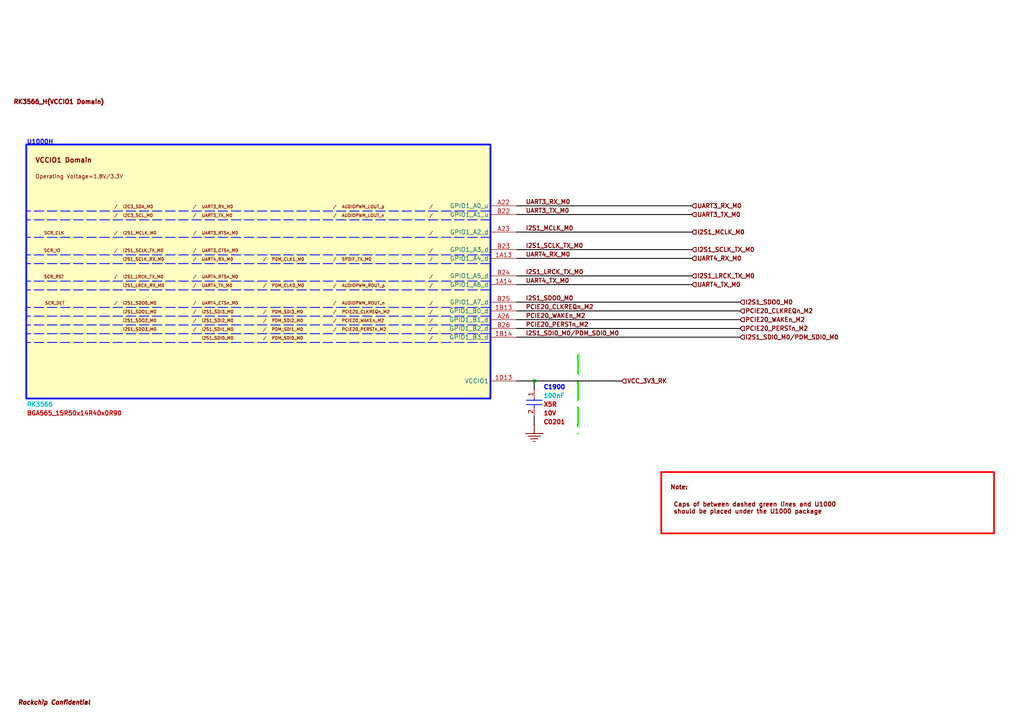
<source format=kicad_sch>
(kicad_sch (version 20231120) (generator "eeschema") (generator_version "8.0")
  (paper "User" 297.002 210.007)
  (lib_symbols
    (symbol "total-altium-import:19_0_CAP NP"
      (symbol "19_0_CAP NP_1_0"
        (pin passive line (at 2.54 2.54 270) (length 2.54) (name "1") (number "1"))
        (pin passive line (at 2.54 -5.08 90) (length 2.54) (name "2") (number "2"))
      )
    )
    (symbol "total-altium-import:19_0_SOC_RK3566"
      (symbol "19_0_SOC_RK3566_1_0"
        (pin passive line (at 30.48 -7.62 180) (length 7.62) (name "VDD_CPU_1") (number "1C12"))
        (pin passive line (at 30.48 -10.16 180) (length 7.62) (name "VDD_CPU_2") (number "1D11"))
        (pin passive line (at 30.48 -12.7 180) (length 7.62) (name "VDD_CPU_3") (number "1D12"))
        (pin passive line (at 30.48 -15.24 180) (length 7.62) (name "VDD_CPU_4") (number "1E11"))
        (pin passive line (at 30.48 -17.78 180) (length 7.62) (name "VDD_CPU_5") (number "1E12"))
        (pin passive line (at 30.48 -20.32 180) (length 7.62) (name "VDD_CPU_6") (number "1E13"))
        (pin passive line (at 30.48 -22.86 180) (length 7.62) (name "VDD_CPU_7") (number "1F11"))
        (pin passive line (at 30.48 -25.4 180) (length 7.62) (name "VDD_CPU_8") (number "1F12"))
        (pin passive line (at 30.48 -27.94 180) (length 7.62) (name "VDD_CPU_9") (number "1F13"))
        (pin passive line (at 30.48 -30.48 180) (length 7.62) (name "VDD_CPU_10") (number "1F14"))
        (pin passive line (at 30.48 -33.02 180) (length 7.62) (name "VDD_CPU_11") (number "1G13"))
        (pin passive line (at 30.48 -109.22 180) (length 7.62) (name "VDD_NPU_1") (number "1G15"))
        (pin passive line (at 30.48 -53.34 180) (length 7.62) (name "VDD_LOGIC_4") (number "1H10"))
        (pin passive line (at 30.48 -111.76 180) (length 7.62) (name "VDD_NPU_2") (number "1H14"))
        (pin passive line (at 30.48 -114.3 180) (length 7.62) (name "VDD_NPU_3") (number "1H15"))
        (pin passive line (at 30.48 -45.72 180) (length 7.62) (name "VDD_LOGIC_1") (number "1H7"))
        (pin passive line (at 30.48 -48.26 180) (length 7.62) (name "VDD_LOGIC_2") (number "1H8"))
        (pin passive line (at 30.48 -50.8 180) (length 7.62) (name "VDD_LOGIC_3") (number "1H9"))
        (pin passive line (at 30.48 -58.42 180) (length 7.62) (name "VDD_LOGIC_6") (number "1J10"))
        (pin passive line (at 30.48 -116.84 180) (length 7.62) (name "VDD_NPU_4") (number "1J14"))
        (pin passive line (at 30.48 -119.38 180) (length 7.62) (name "VDD_NPU_5") (number "1J15"))
        (pin passive line (at 30.48 -55.88 180) (length 7.62) (name "VDD_LOGIC_5") (number "1J7"))
        (pin passive line (at 30.48 -63.5 180) (length 7.62) (name "VDD_LOGIC_8") (number "1K10"))
        (pin passive line (at 30.48 -60.96 180) (length 7.62) (name "VDD_LOGIC_7") (number "1K7"))
        (pin passive line (at 30.48 -66.04 180) (length 7.62) (name "VDD_LOGIC_9") (number "1L7"))
        (pin passive line (at 30.48 -78.74 180) (length 7.62) (name "VDD_GPU_1") (number "1L8"))
        (pin passive line (at 30.48 -81.28 180) (length 7.62) (name "VDD_GPU_2") (number "1L9"))
        (pin passive line (at 30.48 -83.82 180) (length 7.62) (name "VDD_GPU_3") (number "1M7"))
        (pin passive line (at 30.48 -86.36 180) (length 7.62) (name "VDD_GPU_4") (number "1M8"))
        (pin passive line (at 30.48 -88.9 180) (length 7.62) (name "VDD_GPU_5") (number "1M9"))
      )
      (symbol "19_0_SOC_RK3566_2_0"
        (pin passive line (at 30.48 -78.74 180) (length 7.62) (name "VSS_30") (number "1B10"))
        (pin passive line (at 30.48 -81.28 180) (length 7.62) (name "VSS_31") (number "1B11"))
        (pin passive line (at 30.48 -83.82 180) (length 7.62) (name "VSS_32") (number "1B15"))
        (pin passive line (at 30.48 -86.36 180) (length 7.62) (name "VSS_33") (number "1B19"))
        (pin passive line (at 30.48 -101.6 180) (length 7.62) (name "VSS_39") (number "1C14"))
        (pin passive line (at 30.48 -104.14 180) (length 7.62) (name "VSS_40") (number "1C16"))
        (pin passive line (at 30.48 -106.68 180) (length 7.62) (name "VSS_41") (number "1C18"))
        (pin passive line (at 30.48 -88.9 180) (length 7.62) (name "VSS_34") (number "1C4"))
        (pin passive line (at 30.48 -91.44 180) (length 7.62) (name "VSS_35") (number "1C5"))
        (pin passive line (at 30.48 -93.98 180) (length 7.62) (name "VSS_36") (number "1C6"))
        (pin passive line (at 30.48 -96.52 180) (length 7.62) (name "VSS_37") (number "1C8"))
        (pin passive line (at 30.48 -99.06 180) (length 7.62) (name "VSS_38") (number "1C9"))
        (pin passive line (at 30.48 -109.22 180) (length 7.62) (name "VSS_42") (number "1D1"))
        (pin passive line (at 30.48 -114.3 180) (length 7.62) (name "VSS_44") (number "1D10"))
        (pin passive line (at 30.48 -116.84 180) (length 7.62) (name "VSS_45") (number "1D14"))
        (pin passive line (at 30.48 -111.76 180) (length 7.62) (name "VSS_43") (number "1D3"))
        (pin passive line (at 30.48 -124.46 180) (length 7.62) (name "VSS_48") (number "1E10"))
        (pin passive line (at 30.48 -127 180) (length 7.62) (name "VSS_49") (number "1E14"))
        (pin passive line (at 30.48 -129.54 180) (length 7.62) (name "VSS_50") (number "1E15"))
        (pin passive line (at 30.48 -119.38 180) (length 7.62) (name "VSS_46") (number "1E3"))
        (pin passive line (at 30.48 -121.92 180) (length 7.62) (name "VSS_47") (number "1E8"))
        (pin passive line (at 30.48 -5.08 180) (length 7.62) (name "VSS_1") (number "A1"))
        (pin passive line (at 30.48 -7.62 180) (length 7.62) (name "VSS_2") (number "A2"))
        (pin passive line (at 30.48 -10.16 180) (length 7.62) (name "VSS_3") (number "A38"))
        (pin passive line (at 30.48 -48.26 180) (length 7.62) (name "VSS_18") (number "AA2"))
        (pin passive line (at 30.48 -63.5 180) (length 7.62) (name "VSS_24") (number "AC37"))
        (pin passive line (at 30.48 -50.8 180) (length 7.62) (name "VSS_19") (number "AD2"))
        (pin passive line (at 30.48 -66.04 180) (length 7.62) (name "VSS_25") (number "AE37"))
        (pin passive line (at 30.48 -68.58 180) (length 7.62) (name "VSS_26") (number "AH37"))
        (pin passive line (at 30.48 -71.12 180) (length 7.62) (name "VSS_27") (number "AL37"))
        (pin passive line (at 30.48 -53.34 180) (length 7.62) (name "VSS_20") (number "AP2"))
        (pin passive line (at 30.48 -73.66 180) (length 7.62) (name "VSS_28") (number "AP37"))
        (pin passive line (at 30.48 -58.42 180) (length 7.62) (name "VSS_22") (number "AP8"))
        (pin passive line (at 30.48 -55.88 180) (length 7.62) (name "VSS_21") (number "AR1"))
        (pin passive line (at 30.48 -76.2 180) (length 7.62) (name "VSS_29") (number "AR38"))
        (pin passive line (at 30.48 -12.7 180) (length 7.62) (name "VSS_4") (number "B1"))
        (pin passive line (at 30.48 -20.32 180) (length 7.62) (name "VSS_7") (number "B11"))
        (pin passive line (at 30.48 -22.86 180) (length 7.62) (name "VSS_8") (number "B14"))
        (pin passive line (at 30.48 -25.4 180) (length 7.62) (name "VSS_9") (number "B18"))
        (pin passive line (at 30.48 -15.24 180) (length 7.62) (name "VSS_5") (number "B2"))
        (pin passive line (at 30.48 -27.94 180) (length 7.62) (name "VSS_10") (number "B21"))
        (pin passive line (at 30.48 -30.48 180) (length 7.62) (name "VSS_11") (number "B28"))
        (pin passive line (at 30.48 -33.02 180) (length 7.62) (name "VSS_12") (number "B31"))
        (pin passive line (at 30.48 -17.78 180) (length 7.62) (name "VSS_6") (number "B6"))
        (pin passive line (at 30.48 -35.56 180) (length 7.62) (name "VSS_13") (number "D2"))
        (pin passive line (at 30.48 -60.96 180) (length 7.62) (name "VSS_23") (number "E37"))
        (pin passive line (at 30.48 -38.1 180) (length 7.62) (name "VSS_14") (number "J2"))
        (pin passive line (at 30.48 -40.64 180) (length 7.62) (name "VSS_15") (number "L2"))
        (pin passive line (at 30.48 -43.18 180) (length 7.62) (name "VSS_16") (number "U2"))
        (pin passive line (at 30.48 -45.72 180) (length 7.62) (name "VSS_17") (number "W2"))
      )
      (symbol "19_0_SOC_RK3566_3_0"
        (pin passive line (at 30.48 -5.08 180) (length 7.62) (name "VSS_51") (number "1E17"))
        (pin passive line (at 30.48 -17.78 180) (length 7.62) (name "VSS_56") (number "1F10"))
        (pin passive line (at 30.48 -20.32 180) (length 7.62) (name "VSS_57") (number "1F15"))
        (pin passive line (at 30.48 -22.86 180) (length 7.62) (name "VSS_58") (number "1F16"))
        (pin passive line (at 30.48 -7.62 180) (length 7.62) (name "VSS_52") (number "1F6"))
        (pin passive line (at 30.48 -10.16 180) (length 7.62) (name "VSS_53") (number "1F7"))
        (pin passive line (at 30.48 -12.7 180) (length 7.62) (name "VSS_54") (number "1F8"))
        (pin passive line (at 30.48 -15.24 180) (length 7.62) (name "VSS_55") (number "1F9"))
        (pin passive line (at 30.48 -38.1 180) (length 7.62) (name "VSS_64") (number "1G10"))
        (pin passive line (at 30.48 -40.64 180) (length 7.62) (name "VSS_65") (number "1G11"))
        (pin passive line (at 30.48 -43.18 180) (length 7.62) (name "VSS_66") (number "1G12"))
        (pin passive line (at 30.48 -45.72 180) (length 7.62) (name "VSS_67") (number "1G14"))
        (pin passive line (at 30.48 -25.4 180) (length 7.62) (name "VSS_59") (number "1G3"))
        (pin passive line (at 30.48 -27.94 180) (length 7.62) (name "VSS_60") (number "1G6"))
        (pin passive line (at 30.48 -30.48 180) (length 7.62) (name "VSS_61") (number "1G7"))
        (pin passive line (at 30.48 -33.02 180) (length 7.62) (name "VSS_62") (number "1G8"))
        (pin passive line (at 30.48 -35.56 180) (length 7.62) (name "VSS_63") (number "1G9"))
        (pin passive line (at 30.48 -48.26 180) (length 7.62) (name "VSS_68") (number "1H1"))
        (pin passive line (at 30.48 -55.88 180) (length 7.62) (name "VSS_71") (number "1H11"))
        (pin passive line (at 30.48 -58.42 180) (length 7.62) (name "VSS_72") (number "1H12"))
        (pin passive line (at 30.48 -60.96 180) (length 7.62) (name "VSS_73") (number "1H13"))
        (pin passive line (at 30.48 -50.8 180) (length 7.62) (name "VSS_69") (number "1H2"))
        (pin passive line (at 30.48 -53.34 180) (length 7.62) (name "VSS_70") (number "1H6"))
        (pin passive line (at 30.48 -63.5 180) (length 7.62) (name "VSS_74") (number "1J1"))
        (pin passive line (at 30.48 -73.66 180) (length 7.62) (name "VSS_78") (number "1J11"))
        (pin passive line (at 30.48 -76.2 180) (length 7.62) (name "VSS_79") (number "1J12"))
        (pin passive line (at 30.48 -78.74 180) (length 7.62) (name "VSS_80") (number "1J13"))
        (pin passive line (at 30.48 -66.04 180) (length 7.62) (name "VSS_75") (number "1J6"))
        (pin passive line (at 30.48 -68.58 180) (length 7.62) (name "VSS_76") (number "1J8"))
        (pin passive line (at 30.48 -71.12 180) (length 7.62) (name "VSS_77") (number "1J9"))
        (pin passive line (at 30.48 -99.06 180) (length 7.62) (name "VSS_88") (number "1K11"))
        (pin passive line (at 30.48 -101.6 180) (length 7.62) (name "VSS_89") (number "1K12"))
        (pin passive line (at 30.48 -104.14 180) (length 7.62) (name "VSS_90") (number "1K13"))
        (pin passive line (at 30.48 -106.68 180) (length 7.62) (name "VSS_91") (number "1K14"))
        (pin passive line (at 30.48 -109.22 180) (length 7.62) (name "VSS_92") (number "1K15"))
        (pin passive line (at 30.48 -81.28 180) (length 7.62) (name "VSS_81") (number "1K2"))
        (pin passive line (at 30.48 -83.82 180) (length 7.62) (name "VSS_82") (number "1K3"))
        (pin passive line (at 30.48 -86.36 180) (length 7.62) (name "VSS_83") (number "1K4"))
        (pin passive line (at 30.48 -88.9 180) (length 7.62) (name "VSS_84") (number "1K5"))
        (pin passive line (at 30.48 -91.44 180) (length 7.62) (name "VSS_85") (number "1K6"))
        (pin passive line (at 30.48 -93.98 180) (length 7.62) (name "VSS_86") (number "1K8"))
        (pin passive line (at 30.48 -96.52 180) (length 7.62) (name "VSS_87") (number "1K9"))
        (pin passive line (at 30.48 -116.84 180) (length 7.62) (name "VSS_95") (number "1L10"))
        (pin passive line (at 30.48 -119.38 180) (length 7.62) (name "VSS_96") (number "1L11"))
        (pin passive line (at 30.48 -121.92 180) (length 7.62) (name "VSS_97") (number "1L12"))
        (pin passive line (at 30.48 -124.46 180) (length 7.62) (name "VSS_98") (number "1L13"))
        (pin passive line (at 30.48 -127 180) (length 7.62) (name "VSS_99") (number "1L14"))
        (pin passive line (at 30.48 -129.54 180) (length 7.62) (name "VSS_100") (number "1L15"))
        (pin passive line (at 30.48 -111.76 180) (length 7.62) (name "VSS_93") (number "1L3"))
        (pin passive line (at 30.48 -114.3 180) (length 7.62) (name "VSS_94") (number "1L6"))
      )
      (symbol "19_0_SOC_RK3566_4_0"
        (pin passive line (at 30.48 -15.24 180) (length 7.62) (name "VSS_105") (number "1M10"))
        (pin passive line (at 30.48 -17.78 180) (length 7.62) (name "VSS_106") (number "1M11"))
        (pin passive line (at 30.48 -20.32 180) (length 7.62) (name "VSS_107") (number "1M12"))
        (pin passive line (at 30.48 -22.86 180) (length 7.62) (name "VSS_108") (number "1M13"))
        (pin passive line (at 30.48 -25.4 180) (length 7.62) (name "VSS_109") (number "1M14"))
        (pin passive line (at 30.48 -27.94 180) (length 7.62) (name "VSS_110") (number "1M15"))
        (pin passive line (at 30.48 -30.48 180) (length 7.62) (name "VSS_111") (number "1M16"))
        (pin passive line (at 30.48 -33.02 180) (length 7.62) (name "VSS_112") (number "1M17"))
        (pin passive line (at 30.48 -35.56 180) (length 7.62) (name "VSS_113") (number "1M20"))
        (pin passive line (at 30.48 -5.08 180) (length 7.62) (name "VSS_101") (number "1M3"))
        (pin passive line (at 30.48 -7.62 180) (length 7.62) (name "VSS_102") (number "1M4"))
        (pin passive line (at 30.48 -10.16 180) (length 7.62) (name "VSS_103") (number "1M5"))
        (pin passive line (at 30.48 -12.7 180) (length 7.62) (name "VSS_104") (number "1M6"))
        (pin passive line (at 30.48 -38.1 180) (length 7.62) (name "VSS_114") (number "1N3"))
        (pin passive line (at 30.48 -40.64 180) (length 7.62) (name "VSS_115") (number "1N4"))
        (pin passive line (at 30.48 -43.18 180) (length 7.62) (name "VSS_116") (number "1N7"))
        (pin passive line (at 30.48 -45.72 180) (length 7.62) (name "VSS_117") (number "1P1"))
        (pin passive line (at 30.48 -55.88 180) (length 7.62) (name "VSS_121") (number "1P15"))
        (pin passive line (at 30.48 -48.26 180) (length 7.62) (name "VSS_118") (number "1P5"))
        (pin passive line (at 30.48 -50.8 180) (length 7.62) (name "VSS_119") (number "1P6"))
        (pin passive line (at 30.48 -53.34 180) (length 7.62) (name "VSS_120") (number "1P7"))
        (pin passive line (at 30.48 -58.42 180) (length 7.62) (name "VSS_122") (number "1R3"))
        (pin passive line (at 30.48 -60.96 180) (length 7.62) (name "VSS_123") (number "1R4"))
        (pin passive line (at 30.48 -63.5 180) (length 7.62) (name "VSS_124") (number "1R5"))
        (pin passive line (at 30.48 -66.04 180) (length 7.62) (name "VSS_125") (number "1R6"))
        (pin passive line (at 30.48 -68.58 180) (length 7.62) (name "VSS_126") (number "1R7"))
        (pin passive line (at 30.48 -71.12 180) (length 7.62) (name "VSS_127") (number "1T3"))
        (pin passive line (at 30.48 -73.66 180) (length 7.62) (name "VSS_128") (number "1T5"))
        (pin passive line (at 30.48 -76.2 180) (length 7.62) (name "VSS_129") (number "1U2"))
        (pin passive line (at 30.48 -78.74 180) (length 7.62) (name "VSS_130") (number "1V1"))
        (pin passive line (at 30.48 -81.28 180) (length 7.62) (name "VSS_131") (number "1V4"))
      )
      (symbol "19_0_SOC_RK3566_5_0"
        (pin passive line (at 30.48 -119.38 180) (length 7.62) (name "AVSS1_6") (number "1F20"))
        (pin passive line (at 30.48 -121.92 180) (length 7.62) (name "AVSS1_7") (number "1G16"))
        (pin passive line (at 30.48 -124.46 180) (length 7.62) (name "AVSS1_8") (number "1G18"))
        (pin passive line (at 30.48 -127 180) (length 7.62) (name "AVSS1_9") (number "1G19"))
        (pin passive line (at 30.48 -129.54 180) (length 7.62) (name "AVSS1_10") (number "1G20"))
        (pin passive line (at 30.48 -132.08 180) (length 7.62) (name "AVSS1_11") (number "1J16"))
        (pin passive line (at 30.48 -134.62 180) (length 7.62) (name "AVSS1_12") (number "1J18"))
        (pin passive line (at 30.48 -137.16 180) (length 7.62) (name "AVSS1_13") (number "1K18"))
        (pin passive line (at 30.48 -139.7 180) (length 7.62) (name "AVSS1_14") (number "1L19"))
        (pin passive line (at 30.48 -25.4 180) (length 7.62) (name "AVSS_9") (number "1N11"))
        (pin passive line (at 30.48 -27.94 180) (length 7.62) (name "AVSS_10") (number "1N12"))
        (pin passive line (at 30.48 -33.02 180) (length 7.62) (name "AVSS_12") (number "1P10"))
        (pin passive line (at 30.48 -35.56 180) (length 7.62) (name "AVSS_13") (number "1P14"))
        (pin passive line (at 30.48 -30.48 180) (length 7.62) (name "AVSS_11") (number "1P8"))
        (pin passive line (at 30.48 -43.18 180) (length 7.62) (name "AVSS_16") (number "1R11"))
        (pin passive line (at 30.48 -45.72 180) (length 7.62) (name "AVSS_17") (number "1R12"))
        (pin passive line (at 30.48 -48.26 180) (length 7.62) (name "AVSS_18") (number "1R13"))
        (pin passive line (at 30.48 -50.8 180) (length 7.62) (name "AVSS_19") (number "1R14"))
        (pin passive line (at 30.48 -53.34 180) (length 7.62) (name "AVSS_20") (number "1R15"))
        (pin passive line (at 30.48 -38.1 180) (length 7.62) (name "AVSS_14") (number "1R8"))
        (pin passive line (at 30.48 -40.64 180) (length 7.62) (name "AVSS_15") (number "1R9"))
        (pin passive line (at 30.48 -63.5 180) (length 7.62) (name "AVSS_24") (number "1T10"))
        (pin passive line (at 30.48 -66.04 180) (length 7.62) (name "AVSS_25") (number "1T11"))
        (pin passive line (at 30.48 -68.58 180) (length 7.62) (name "AVSS_26") (number "1T12"))
        (pin passive line (at 30.48 -71.12 180) (length 7.62) (name "AVSS_27") (number "1T13"))
        (pin passive line (at 30.48 -73.66 180) (length 7.62) (name "AVSS_28") (number "1T14"))
        (pin passive line (at 30.48 -76.2 180) (length 7.62) (name "AVSS_29") (number "1T15"))
        (pin passive line (at 30.48 -78.74 180) (length 7.62) (name "AVSS_30") (number "1T16"))
        (pin passive line (at 30.48 -81.28 180) (length 7.62) (name "AVSS_31") (number "1T17"))
        (pin passive line (at 30.48 -55.88 180) (length 7.62) (name "AVSS_21") (number "1T7"))
        (pin passive line (at 30.48 -58.42 180) (length 7.62) (name "AVSS_22") (number "1T8"))
        (pin passive line (at 30.48 -60.96 180) (length 7.62) (name "AVSS_23") (number "1T9"))
        (pin passive line (at 30.48 -83.82 180) (length 7.62) (name "AVSS_32") (number "1U12"))
        (pin passive line (at 30.48 -86.36 180) (length 7.62) (name "AVSS_33") (number "1U13"))
        (pin passive line (at 30.48 -88.9 180) (length 7.62) (name "AVSS_34") (number "1U15"))
        (pin passive line (at 30.48 -91.44 180) (length 7.62) (name "AVSS_35") (number "1U17"))
        (pin passive line (at 30.48 -96.52 180) (length 7.62) (name "AVSS_37") (number "1V12"))
        (pin passive line (at 30.48 -99.06 180) (length 7.62) (name "AVSS_38") (number "1V13"))
        (pin passive line (at 30.48 -101.6 180) (length 7.62) (name "AVSS_39") (number "1V18"))
        (pin passive line (at 30.48 -93.98 180) (length 7.62) (name "AVSS_36") (number "1V7"))
        (pin passive line (at 30.48 -5.08 180) (length 7.62) (name "AVSS_1") (number "AP13"))
        (pin passive line (at 30.48 -7.62 180) (length 7.62) (name "AVSS_2") (number "AP16"))
        (pin passive line (at 30.48 -10.16 180) (length 7.62) (name "AVSS_3") (number "AP19"))
        (pin passive line (at 30.48 -12.7 180) (length 7.62) (name "AVSS_4") (number "AP22"))
        (pin passive line (at 30.48 -15.24 180) (length 7.62) (name "AVSS_5") (number "AP25"))
        (pin passive line (at 30.48 -17.78 180) (length 7.62) (name "AVSS_6") (number "AP28"))
        (pin passive line (at 30.48 -20.32 180) (length 7.62) (name "AVSS_7") (number "AP31"))
        (pin passive line (at 30.48 -22.86 180) (length 7.62) (name "AVSS_8") (number "AP34"))
        (pin passive line (at 30.48 -106.68 180) (length 7.62) (name "AVSS1_1") (number "H37"))
        (pin passive line (at 30.48 -109.22 180) (length 7.62) (name "AVSS1_2") (number "L37"))
        (pin passive line (at 30.48 -111.76 180) (length 7.62) (name "AVSS1_3") (number "P37"))
        (pin passive line (at 30.48 -114.3 180) (length 7.62) (name "AVSS1_4") (number "U37"))
        (pin passive line (at 30.48 -116.84 180) (length 7.62) (name "AVSS1_5") (number "Y37"))
      )
      (symbol "19_0_SOC_RK3566_6_0"
        (text "---" (at 133.096 -13.462 0) (effects (font (size 0.889 0.889)) (justify left bottom)))
        (text "---" (at 178.816 -104.902 0) (effects (font (size 0.889 0.889)) (justify left bottom)))
        (text "---" (at 178.816 -76.962 0) (effects (font (size 0.889 0.889)) (justify left bottom)))
        (text "---" (at 178.816 -74.422 0) (effects (font (size 0.889 0.889)) (justify left bottom)))
        (text "---" (at 178.816 -66.802 0) (effects (font (size 0.889 0.889)) (justify left bottom)))
        (text "---" (at 178.816 -64.262 0) (effects (font (size 0.889 0.889)) (justify left bottom)))
        (text "---" (at 178.816 -56.642 0) (effects (font (size 0.889 0.889)) (justify left bottom)))
        (text "---" (at 178.816 -49.022 0) (effects (font (size 0.889 0.889)) (justify left bottom)))
        (text "---" (at 178.816 -41.402 0) (effects (font (size 0.889 0.889)) (justify left bottom)))
        (text "---" (at 178.816 -38.862 0) (effects (font (size 0.889 0.889)) (justify left bottom)))
        (text "---" (at 178.816 -31.242 0) (effects (font (size 0.889 0.889)) (justify left bottom)))
        (text "---" (at 178.816 -18.542 0) (effects (font (size 0.889 0.889)) (justify left bottom)))
        (text "---" (at 178.816 -13.462 0) (effects (font (size 0.889 0.889)) (justify left bottom)))
        (text "---" (at 178.816 -10.922 0) (effects (font (size 0.889 0.889)) (justify left bottom)))
        (text "/" (at 17.78 -155.702 0) (effects (font (size 0.889 0.889)) (justify left bottom)))
        (text "/" (at 17.78 -153.162 0) (effects (font (size 0.889 0.889)) (justify left bottom)))
        (text "/" (at 17.78 -148.082 0) (effects (font (size 0.889 0.889)) (justify left bottom)))
        (text "/" (at 17.78 -143.002 0) (effects (font (size 0.889 0.889)) (justify left bottom)))
        (text "/" (at 17.78 -140.462 0) (effects (font (size 0.889 0.889)) (justify left bottom)))
        (text "/" (at 17.78 -137.922 0) (effects (font (size 0.889 0.889)) (justify left bottom)))
        (text "/" (at 17.78 -135.382 0) (effects (font (size 0.889 0.889)) (justify left bottom)))
        (text "/" (at 17.78 -132.842 0) (effects (font (size 0.889 0.889)) (justify left bottom)))
        (text "/" (at 17.78 -130.302 0) (effects (font (size 0.889 0.889)) (justify left bottom)))
        (text "/" (at 17.78 -127.762 0) (effects (font (size 0.889 0.889)) (justify left bottom)))
        (text "/" (at 17.78 -125.222 0) (effects (font (size 0.889 0.889)) (justify left bottom)))
        (text "/" (at 17.78 -117.602 0) (effects (font (size 0.889 0.889)) (justify left bottom)))
        (text "/" (at 17.78 -115.062 0) (effects (font (size 0.889 0.889)) (justify left bottom)))
        (text "/" (at 17.78 -109.982 0) (effects (font (size 0.889 0.889)) (justify left bottom)))
        (text "/" (at 17.78 -104.902 0) (effects (font (size 0.889 0.889)) (justify left bottom)))
        (text "/" (at 17.78 -102.362 0) (effects (font (size 0.889 0.889)) (justify left bottom)))
        (text "/" (at 17.78 -99.822 0) (effects (font (size 0.889 0.889)) (justify left bottom)))
        (text "/" (at 17.78 -97.282 0) (effects (font (size 0.889 0.889)) (justify left bottom)))
        (text "/" (at 17.78 -94.742 0) (effects (font (size 0.889 0.889)) (justify left bottom)))
        (text "/" (at 17.78 -92.202 0) (effects (font (size 0.889 0.889)) (justify left bottom)))
        (text "/" (at 17.78 -89.662 0) (effects (font (size 0.889 0.889)) (justify left bottom)))
        (text "/" (at 17.78 -87.122 0) (effects (font (size 0.889 0.889)) (justify left bottom)))
        (text "/" (at 17.78 -79.502 0) (effects (font (size 0.889 0.889)) (justify left bottom)))
        (text "/" (at 17.78 -76.962 0) (effects (font (size 0.889 0.889)) (justify left bottom)))
        (text "/" (at 17.78 -71.882 0) (effects (font (size 0.889 0.889)) (justify left bottom)))
        (text "/" (at 17.78 -66.802 0) (effects (font (size 0.889 0.889)) (justify left bottom)))
        (text "/" (at 17.78 -64.262 0) (effects (font (size 0.889 0.889)) (justify left bottom)))
        (text "/" (at 17.78 -61.722 0) (effects (font (size 0.889 0.889)) (justify left bottom)))
        (text "/" (at 17.78 -59.182 0) (effects (font (size 0.889 0.889)) (justify left bottom)))
        (text "/" (at 17.78 -56.642 0) (effects (font (size 0.889 0.889)) (justify left bottom)))
        (text "/" (at 17.78 -54.102 0) (effects (font (size 0.889 0.889)) (justify left bottom)))
        (text "/" (at 17.78 -51.562 0) (effects (font (size 0.889 0.889)) (justify left bottom)))
        (text "/" (at 17.78 -49.022 0) (effects (font (size 0.889 0.889)) (justify left bottom)))
        (text "/" (at 17.78 -41.402 0) (effects (font (size 0.889 0.889)) (justify left bottom)))
        (text "/" (at 17.78 -38.862 0) (effects (font (size 0.889 0.889)) (justify left bottom)))
        (text "/" (at 17.78 -33.782 0) (effects (font (size 0.889 0.889)) (justify left bottom)))
        (text "/" (at 17.78 -28.702 0) (effects (font (size 0.889 0.889)) (justify left bottom)))
        (text "/" (at 17.78 -26.162 0) (effects (font (size 0.889 0.889)) (justify left bottom)))
        (text "/" (at 17.78 -23.622 0) (effects (font (size 0.889 0.889)) (justify left bottom)))
        (text "/" (at 17.78 -21.082 0) (effects (font (size 0.889 0.889)) (justify left bottom)))
        (text "/" (at 17.78 -18.542 0) (effects (font (size 0.889 0.889)) (justify left bottom)))
        (text "/" (at 17.78 -16.002 0) (effects (font (size 0.889 0.889)) (justify left bottom)))
        (text "/" (at 17.78 -13.462 0) (effects (font (size 0.889 0.889)) (justify left bottom)))
        (text "/" (at 17.78 -10.922 0) (effects (font (size 0.889 0.889)) (justify left bottom)))
        (text "/" (at 40.64 -155.702 0) (effects (font (size 0.889 0.889)) (justify left bottom)))
        (text "/" (at 40.64 -153.162 0) (effects (font (size 0.889 0.889)) (justify left bottom)))
        (text "/" (at 40.64 -148.082 0) (effects (font (size 0.889 0.889)) (justify left bottom)))
        (text "/" (at 40.64 -143.002 0) (effects (font (size 0.889 0.889)) (justify left bottom)))
        (text "/" (at 40.64 -140.462 0) (effects (font (size 0.889 0.889)) (justify left bottom)))
        (text "/" (at 40.64 -137.922 0) (effects (font (size 0.889 0.889)) (justify left bottom)))
        (text "/" (at 40.64 -135.382 0) (effects (font (size 0.889 0.889)) (justify left bottom)))
        (text "/" (at 40.64 -132.842 0) (effects (font (size 0.889 0.889)) (justify left bottom)))
        (text "/" (at 40.64 -130.302 0) (effects (font (size 0.889 0.889)) (justify left bottom)))
        (text "/" (at 40.64 -127.762 0) (effects (font (size 0.889 0.889)) (justify left bottom)))
        (text "/" (at 40.64 -125.222 0) (effects (font (size 0.889 0.889)) (justify left bottom)))
        (text "/" (at 40.64 -117.602 0) (effects (font (size 0.889 0.889)) (justify left bottom)))
        (text "/" (at 40.64 -115.062 0) (effects (font (size 0.889 0.889)) (justify left bottom)))
        (text "/" (at 40.64 -109.982 0) (effects (font (size 0.889 0.889)) (justify left bottom)))
        (text "/" (at 40.64 -104.902 0) (effects (font (size 0.889 0.889)) (justify left bottom)))
        (text "/" (at 40.64 -102.362 0) (effects (font (size 0.889 0.889)) (justify left bottom)))
        (text "/" (at 40.64 -99.822 0) (effects (font (size 0.889 0.889)) (justify left bottom)))
        (text "/" (at 40.64 -97.282 0) (effects (font (size 0.889 0.889)) (justify left bottom)))
        (text "/" (at 40.64 -94.742 0) (effects (font (size 0.889 0.889)) (justify left bottom)))
        (text "/" (at 40.64 -92.202 0) (effects (font (size 0.889 0.889)) (justify left bottom)))
        (text "/" (at 40.64 -89.662 0) (effects (font (size 0.889 0.889)) (justify left bottom)))
        (text "/" (at 40.64 -87.122 0) (effects (font (size 0.889 0.889)) (justify left bottom)))
        (text "/" (at 40.64 -79.502 0) (effects (font (size 0.889 0.889)) (justify left bottom)))
        (text "/" (at 40.64 -76.962 0) (effects (font (size 0.889 0.889)) (justify left bottom)))
        (text "/" (at 40.64 -71.882 0) (effects (font (size 0.889 0.889)) (justify left bottom)))
        (text "/" (at 40.64 -66.802 0) (effects (font (size 0.889 0.889)) (justify left bottom)))
        (text "/" (at 40.64 -64.262 0) (effects (font (size 0.889 0.889)) (justify left bottom)))
        (text "/" (at 40.64 -61.722 0) (effects (font (size 0.889 0.889)) (justify left bottom)))
        (text "/" (at 40.64 -59.182 0) (effects (font (size 0.889 0.889)) (justify left bottom)))
        (text "/" (at 40.64 -56.642 0) (effects (font (size 0.889 0.889)) (justify left bottom)))
        (text "/" (at 40.64 -54.102 0) (effects (font (size 0.889 0.889)) (justify left bottom)))
        (text "/" (at 40.64 -51.562 0) (effects (font (size 0.889 0.889)) (justify left bottom)))
        (text "/" (at 40.64 -49.022 0) (effects (font (size 0.889 0.889)) (justify left bottom)))
        (text "/" (at 40.64 -41.402 0) (effects (font (size 0.889 0.889)) (justify left bottom)))
        (text "/" (at 40.64 -38.862 0) (effects (font (size 0.889 0.889)) (justify left bottom)))
        (text "/" (at 40.64 -33.782 0) (effects (font (size 0.889 0.889)) (justify left bottom)))
        (text "/" (at 40.64 -28.702 0) (effects (font (size 0.889 0.889)) (justify left bottom)))
        (text "/" (at 40.64 -26.162 0) (effects (font (size 0.889 0.889)) (justify left bottom)))
        (text "/" (at 40.64 -23.622 0) (effects (font (size 0.889 0.889)) (justify left bottom)))
        (text "/" (at 40.64 -21.082 0) (effects (font (size 0.889 0.889)) (justify left bottom)))
        (text "/" (at 40.64 -18.542 0) (effects (font (size 0.889 0.889)) (justify left bottom)))
        (text "/" (at 40.64 -16.002 0) (effects (font (size 0.889 0.889)) (justify left bottom)))
        (text "/" (at 40.64 -13.462 0) (effects (font (size 0.889 0.889)) (justify left bottom)))
        (text "/" (at 40.64 -10.922 0) (effects (font (size 0.889 0.889)) (justify left bottom)))
        (text "/" (at 63.5 -155.702 0) (effects (font (size 0.889 0.889)) (justify left bottom)))
        (text "/" (at 63.5 -153.162 0) (effects (font (size 0.889 0.889)) (justify left bottom)))
        (text "/" (at 63.5 -148.082 0) (effects (font (size 0.889 0.889)) (justify left bottom)))
        (text "/" (at 63.5 -143.002 0) (effects (font (size 0.889 0.889)) (justify left bottom)))
        (text "/" (at 63.5 -140.462 0) (effects (font (size 0.889 0.889)) (justify left bottom)))
        (text "/" (at 63.5 -137.922 0) (effects (font (size 0.889 0.889)) (justify left bottom)))
        (text "/" (at 63.5 -135.382 0) (effects (font (size 0.889 0.889)) (justify left bottom)))
        (text "/" (at 63.5 -132.842 0) (effects (font (size 0.889 0.889)) (justify left bottom)))
        (text "/" (at 63.5 -130.302 0) (effects (font (size 0.889 0.889)) (justify left bottom)))
        (text "/" (at 63.5 -127.762 0) (effects (font (size 0.889 0.889)) (justify left bottom)))
        (text "/" (at 63.5 -125.222 0) (effects (font (size 0.889 0.889)) (justify left bottom)))
        (text "/" (at 63.5 -117.602 0) (effects (font (size 0.889 0.889)) (justify left bottom)))
        (text "/" (at 63.5 -115.062 0) (effects (font (size 0.889 0.889)) (justify left bottom)))
        (text "/" (at 63.5 -109.982 0) (effects (font (size 0.889 0.889)) (justify left bottom)))
        (text "/" (at 63.5 -104.902 0) (effects (font (size 0.889 0.889)) (justify left bottom)))
        (text "/" (at 63.5 -102.362 0) (effects (font (size 0.889 0.889)) (justify left bottom)))
        (text "/" (at 63.5 -99.822 0) (effects (font (size 0.889 0.889)) (justify left bottom)))
        (text "/" (at 63.5 -97.282 0) (effects (font (size 0.889 0.889)) (justify left bottom)))
        (text "/" (at 63.5 -94.742 0) (effects (font (size 0.889 0.889)) (justify left bottom)))
        (text "/" (at 63.5 -92.202 0) (effects (font (size 0.889 0.889)) (justify left bottom)))
        (text "/" (at 63.5 -89.662 0) (effects (font (size 0.889 0.889)) (justify left bottom)))
        (text "/" (at 63.5 -87.122 0) (effects (font (size 0.889 0.889)) (justify left bottom)))
        (text "/" (at 63.5 -79.502 0) (effects (font (size 0.889 0.889)) (justify left bottom)))
        (text "/" (at 63.5 -76.962 0) (effects (font (size 0.889 0.889)) (justify left bottom)))
        (text "/" (at 63.5 -71.882 0) (effects (font (size 0.889 0.889)) (justify left bottom)))
        (text "/" (at 63.5 -66.802 0) (effects (font (size 0.889 0.889)) (justify left bottom)))
        (text "/" (at 63.5 -64.262 0) (effects (font (size 0.889 0.889)) (justify left bottom)))
        (text "/" (at 63.5 -61.722 0) (effects (font (size 0.889 0.889)) (justify left bottom)))
        (text "/" (at 63.5 -59.182 0) (effects (font (size 0.889 0.889)) (justify left bottom)))
        (text "/" (at 63.5 -56.642 0) (effects (font (size 0.889 0.889)) (justify left bottom)))
        (text "/" (at 63.5 -54.102 0) (effects (font (size 0.889 0.889)) (justify left bottom)))
        (text "/" (at 63.5 -51.562 0) (effects (font (size 0.889 0.889)) (justify left bottom)))
        (text "/" (at 63.5 -49.022 0) (effects (font (size 0.889 0.889)) (justify left bottom)))
        (text "/" (at 63.5 -41.402 0) (effects (font (size 0.889 0.889)) (justify left bottom)))
        (text "/" (at 63.5 -38.862 0) (effects (font (size 0.889 0.889)) (justify left bottom)))
        (text "/" (at 63.5 -33.782 0) (effects (font (size 0.889 0.889)) (justify left bottom)))
        (text "/" (at 63.5 -28.702 0) (effects (font (size 0.889 0.889)) (justify left bottom)))
        (text "/" (at 63.5 -26.162 0) (effects (font (size 0.889 0.889)) (justify left bottom)))
        (text "/" (at 63.5 -23.622 0) (effects (font (size 0.889 0.889)) (justify left bottom)))
        (text "/" (at 63.5 -21.082 0) (effects (font (size 0.889 0.889)) (justify left bottom)))
        (text "/" (at 63.5 -18.542 0) (effects (font (size 0.889 0.889)) (justify left bottom)))
        (text "/" (at 63.5 -16.002 0) (effects (font (size 0.889 0.889)) (justify left bottom)))
        (text "/" (at 63.5 -13.462 0) (effects (font (size 0.889 0.889)) (justify left bottom)))
        (text "/" (at 63.5 -10.922 0) (effects (font (size 0.889 0.889)) (justify left bottom)))
        (text "/" (at 81.28 -155.702 0) (effects (font (size 0.889 0.889)) (justify left bottom)))
        (text "/" (at 81.28 -153.162 0) (effects (font (size 0.889 0.889)) (justify left bottom)))
        (text "/" (at 81.28 -148.082 0) (effects (font (size 0.889 0.889)) (justify left bottom)))
        (text "/" (at 81.28 -143.002 0) (effects (font (size 0.889 0.889)) (justify left bottom)))
        (text "/" (at 81.28 -140.462 0) (effects (font (size 0.889 0.889)) (justify left bottom)))
        (text "/" (at 81.28 -137.922 0) (effects (font (size 0.889 0.889)) (justify left bottom)))
        (text "/" (at 81.28 -135.382 0) (effects (font (size 0.889 0.889)) (justify left bottom)))
        (text "/" (at 81.28 -132.842 0) (effects (font (size 0.889 0.889)) (justify left bottom)))
        (text "/" (at 81.28 -130.302 0) (effects (font (size 0.889 0.889)) (justify left bottom)))
        (text "/" (at 81.28 -127.762 0) (effects (font (size 0.889 0.889)) (justify left bottom)))
        (text "/" (at 81.28 -125.222 0) (effects (font (size 0.889 0.889)) (justify left bottom)))
        (text "/" (at 81.28 -117.602 0) (effects (font (size 0.889 0.889)) (justify left bottom)))
        (text "/" (at 81.28 -115.062 0) (effects (font (size 0.889 0.889)) (justify left bottom)))
        (text "/" (at 81.28 -109.982 0) (effects (font (size 0.889 0.889)) (justify left bottom)))
        (text "/" (at 81.28 -104.902 0) (effects (font (size 0.889 0.889)) (justify left bottom)))
        (text "/" (at 81.28 -102.362 0) (effects (font (size 0.889 0.889)) (justify left bottom)))
        (text "/" (at 81.28 -99.822 0) (effects (font (size 0.889 0.889)) (justify left bottom)))
        (text "/" (at 81.28 -97.282 0) (effects (font (size 0.889 0.889)) (justify left bottom)))
        (text "/" (at 81.28 -94.742 0) (effects (font (size 0.889 0.889)) (justify left bottom)))
        (text "/" (at 81.28 -92.202 0) (effects (font (size 0.889 0.889)) (justify left bottom)))
        (text "/" (at 81.28 -89.662 0) (effects (font (size 0.889 0.889)) (justify left bottom)))
        (text "/" (at 81.28 -87.122 0) (effects (font (size 0.889 0.889)) (justify left bottom)))
        (text "/" (at 81.28 -79.502 0) (effects (font (size 0.889 0.889)) (justify left bottom)))
        (text "/" (at 81.28 -76.962 0) (effects (font (size 0.889 0.889)) (justify left bottom)))
        (text "/" (at 81.28 -71.882 0) (effects (font (size 0.889 0.889)) (justify left bottom)))
        (text "/" (at 81.28 -66.802 0) (effects (font (size 0.889 0.889)) (justify left bottom)))
        (text "/" (at 81.28 -64.262 0) (effects (font (size 0.889 0.889)) (justify left bottom)))
        (text "/" (at 81.28 -61.722 0) (effects (font (size 0.889 0.889)) (justify left bottom)))
        (text "/" (at 81.28 -59.182 0) (effects (font (size 0.889 0.889)) (justify left bottom)))
        (text "/" (at 81.28 -56.642 0) (effects (font (size 0.889 0.889)) (justify left bottom)))
        (text "/" (at 81.28 -54.102 0) (effects (font (size 0.889 0.889)) (justify left bottom)))
        (text "/" (at 81.28 -51.562 0) (effects (font (size 0.889 0.889)) (justify left bottom)))
        (text "/" (at 81.28 -49.022 0) (effects (font (size 0.889 0.889)) (justify left bottom)))
        (text "/" (at 81.28 -41.402 0) (effects (font (size 0.889 0.889)) (justify left bottom)))
        (text "/" (at 81.28 -38.862 0) (effects (font (size 0.889 0.889)) (justify left bottom)))
        (text "/" (at 81.28 -33.782 0) (effects (font (size 0.889 0.889)) (justify left bottom)))
        (text "/" (at 81.28 -28.702 0) (effects (font (size 0.889 0.889)) (justify left bottom)))
        (text "/" (at 81.28 -26.162 0) (effects (font (size 0.889 0.889)) (justify left bottom)))
        (text "/" (at 81.28 -23.622 0) (effects (font (size 0.889 0.889)) (justify left bottom)))
        (text "/" (at 81.28 -21.082 0) (effects (font (size 0.889 0.889)) (justify left bottom)))
        (text "/" (at 81.28 -18.542 0) (effects (font (size 0.889 0.889)) (justify left bottom)))
        (text "/" (at 81.28 -16.002 0) (effects (font (size 0.889 0.889)) (justify left bottom)))
        (text "/" (at 81.28 -13.462 0) (effects (font (size 0.889 0.889)) (justify left bottom)))
        (text "/" (at 81.28 -10.922 0) (effects (font (size 0.889 0.889)) (justify left bottom)))
        (text "/" (at 130.556 -104.902 0) (effects (font (size 0.889 0.889)) (justify left bottom)))
        (text "/" (at 130.556 -99.822 0) (effects (font (size 0.889 0.889)) (justify left bottom)))
        (text "/" (at 130.556 -97.282 0) (effects (font (size 0.889 0.889)) (justify left bottom)))
        (text "/" (at 130.556 -94.742 0) (effects (font (size 0.889 0.889)) (justify left bottom)))
        (text "/" (at 130.556 -92.202 0) (effects (font (size 0.889 0.889)) (justify left bottom)))
        (text "/" (at 130.556 -87.122 0) (effects (font (size 0.889 0.889)) (justify left bottom)))
        (text "/" (at 130.556 -84.582 0) (effects (font (size 0.889 0.889)) (justify left bottom)))
        (text "/" (at 130.556 -79.502 0) (effects (font (size 0.889 0.889)) (justify left bottom)))
        (text "/" (at 130.556 -76.962 0) (effects (font (size 0.889 0.889)) (justify left bottom)))
        (text "/" (at 130.556 -74.422 0) (effects (font (size 0.889 0.889)) (justify left bottom)))
        (text "/" (at 130.556 -69.342 0) (effects (font (size 0.889 0.889)) (justify left bottom)))
        (text "/" (at 130.556 -66.802 0) (effects (font (size 0.889 0.889)) (justify left bottom)))
        (text "/" (at 130.556 -64.262 0) (effects (font (size 0.889 0.889)) (justify left bottom)))
        (text "/" (at 130.556 -61.722 0) (effects (font (size 0.889 0.889)) (justify left bottom)))
        (text "/" (at 130.556 -56.642 0) (effects (font (size 0.889 0.889)) (justify left bottom)))
        (text "/" (at 130.556 -54.102 0) (effects (font (size 0.889 0.889)) (justify left bottom)))
        (text "/" (at 130.556 -51.562 0) (effects (font (size 0.889 0.889)) (justify left bottom)))
        (text "/" (at 130.556 -49.022 0) (effects (font (size 0.889 0.889)) (justify left bottom)))
        (text "/" (at 130.556 -43.942 0) (effects (font (size 0.889 0.889)) (justify left bottom)))
        (text "/" (at 130.556 -41.402 0) (effects (font (size 0.889 0.889)) (justify left bottom)))
        (text "/" (at 130.556 -38.862 0) (effects (font (size 0.889 0.889)) (justify left bottom)))
        (text "/" (at 130.556 -36.322 0) (effects (font (size 0.889 0.889)) (justify left bottom)))
        (text "/" (at 130.556 -31.242 0) (effects (font (size 0.889 0.889)) (justify left bottom)))
        (text "/" (at 130.556 -28.702 0) (effects (font (size 0.889 0.889)) (justify left bottom)))
        (text "/" (at 130.556 -26.162 0) (effects (font (size 0.889 0.889)) (justify left bottom)))
        (text "/" (at 130.556 -23.622 0) (effects (font (size 0.889 0.889)) (justify left bottom)))
        (text "/" (at 130.556 -18.542 0) (effects (font (size 0.889 0.889)) (justify left bottom)))
        (text "/" (at 130.556 -16.002 0) (effects (font (size 0.889 0.889)) (justify left bottom)))
        (text "/" (at 130.556 -13.462 0) (effects (font (size 0.889 0.889)) (justify left bottom)))
        (text "/" (at 130.556 -10.922 0) (effects (font (size 0.889 0.889)) (justify left bottom)))
        (text "/" (at 155.956 -104.902 0) (effects (font (size 0.889 0.889)) (justify left bottom)))
        (text "/" (at 155.956 -99.822 0) (effects (font (size 0.889 0.889)) (justify left bottom)))
        (text "/" (at 155.956 -97.282 0) (effects (font (size 0.889 0.889)) (justify left bottom)))
        (text "/" (at 155.956 -94.742 0) (effects (font (size 0.889 0.889)) (justify left bottom)))
        (text "/" (at 155.956 -92.202 0) (effects (font (size 0.889 0.889)) (justify left bottom)))
        (text "/" (at 155.956 -87.122 0) (effects (font (size 0.889 0.889)) (justify left bottom)))
        (text "/" (at 155.956 -84.582 0) (effects (font (size 0.889 0.889)) (justify left bottom)))
        (text "/" (at 155.956 -79.502 0) (effects (font (size 0.889 0.889)) (justify left bottom)))
        (text "/" (at 155.956 -76.962 0) (effects (font (size 0.889 0.889)) (justify left bottom)))
        (text "/" (at 155.956 -74.422 0) (effects (font (size 0.889 0.889)) (justify left bottom)))
        (text "/" (at 155.956 -69.342 0) (effects (font (size 0.889 0.889)) (justify left bottom)))
        (text "/" (at 155.956 -66.802 0) (effects (font (size 0.889 0.889)) (justify left bottom)))
        (text "/" (at 155.956 -64.262 0) (effects (font (size 0.889 0.889)) (justify left bottom)))
        (text "/" (at 155.956 -61.722 0) (effects (font (size 0.889 0.889)) (justify left bottom)))
        (text "/" (at 155.956 -56.642 0) (effects (font (size 0.889 0.889)) (justify left bottom)))
        (text "/" (at 155.956 -54.102 0) (effects (font (size 0.889 0.889)) (justify left bottom)))
        (text "/" (at 155.956 -51.562 0) (effects (font (size 0.889 0.889)) (justify left bottom)))
        (text "/" (at 155.956 -49.022 0) (effects (font (size 0.889 0.889)) (justify left bottom)))
        (text "/" (at 155.956 -43.942 0) (effects (font (size 0.889 0.889)) (justify left bottom)))
        (text "/" (at 155.956 -41.402 0) (effects (font (size 0.889 0.889)) (justify left bottom)))
        (text "/" (at 155.956 -38.862 0) (effects (font (size 0.889 0.889)) (justify left bottom)))
        (text "/" (at 155.956 -36.322 0) (effects (font (size 0.889 0.889)) (justify left bottom)))
        (text "/" (at 155.956 -31.242 0) (effects (font (size 0.889 0.889)) (justify left bottom)))
        (text "/" (at 155.956 -28.702 0) (effects (font (size 0.889 0.889)) (justify left bottom)))
        (text "/" (at 155.956 -26.162 0) (effects (font (size 0.889 0.889)) (justify left bottom)))
        (text "/" (at 155.956 -23.622 0) (effects (font (size 0.889 0.889)) (justify left bottom)))
        (text "/" (at 155.956 -18.542 0) (effects (font (size 0.889 0.889)) (justify left bottom)))
        (text "/" (at 155.956 -16.002 0) (effects (font (size 0.889 0.889)) (justify left bottom)))
        (text "/" (at 155.956 -13.462 0) (effects (font (size 0.889 0.889)) (justify left bottom)))
        (text "/" (at 155.956 -10.922 0) (effects (font (size 0.889 0.889)) (justify left bottom)))
        (text "/" (at 176.276 -104.902 0) (effects (font (size 0.889 0.889)) (justify left bottom)))
        (text "/" (at 176.276 -99.822 0) (effects (font (size 0.889 0.889)) (justify left bottom)))
        (text "/" (at 176.276 -97.282 0) (effects (font (size 0.889 0.889)) (justify left bottom)))
        (text "/" (at 176.276 -94.742 0) (effects (font (size 0.889 0.889)) (justify left bottom)))
        (text "/" (at 176.276 -92.202 0) (effects (font (size 0.889 0.889)) (justify left bottom)))
        (text "/" (at 176.276 -87.122 0) (effects (font (size 0.889 0.889)) (justify left bottom)))
        (text "/" (at 176.276 -84.582 0) (effects (font (size 0.889 0.889)) (justify left bottom)))
        (text "/" (at 176.276 -79.502 0) (effects (font (size 0.889 0.889)) (justify left bottom)))
        (text "/" (at 176.276 -76.962 0) (effects (font (size 0.889 0.889)) (justify left bottom)))
        (text "/" (at 176.276 -74.422 0) (effects (font (size 0.889 0.889)) (justify left bottom)))
        (text "/" (at 176.276 -69.342 0) (effects (font (size 0.889 0.889)) (justify left bottom)))
        (text "/" (at 176.276 -66.802 0) (effects (font (size 0.889 0.889)) (justify left bottom)))
        (text "/" (at 176.276 -64.262 0) (effects (font (size 0.889 0.889)) (justify left bottom)))
        (text "/" (at 176.276 -61.722 0) (effects (font (size 0.889 0.889)) (justify left bottom)))
        (text "/" (at 176.276 -56.642 0) (effects (font (size 0.889 0.889)) (justify left bottom)))
        (text "/" (at 176.276 -54.102 0) (effects (font (size 0.889 0.889)) (justify left bottom)))
        (text "/" (at 176.276 -51.562 0) (effects (font (size 0.889 0.889)) (justify left bottom)))
        (text "/" (at 176.276 -49.022 0) (effects (font (size 0.889 0.889)) (justify left bottom)))
        (text "/" (at 176.276 -43.942 0) (effects (font (size 0.889 0.889)) (justify left bottom)))
        (text "/" (at 176.276 -41.402 0) (effects (font (size 0.889 0.889)) (justify left bottom)))
        (text "/" (at 176.276 -38.862 0) (effects (font (size 0.889 0.889)) (justify left bottom)))
        (text "/" (at 176.276 -36.322 0) (effects (font (size 0.889 0.889)) (justify left bottom)))
        (text "/" (at 176.276 -31.242 0) (effects (font (size 0.889 0.889)) (justify left bottom)))
        (text "/" (at 176.276 -28.702 0) (effects (font (size 0.889 0.889)) (justify left bottom)))
        (text "/" (at 176.276 -26.162 0) (effects (font (size 0.889 0.889)) (justify left bottom)))
        (text "/" (at 176.276 -23.622 0) (effects (font (size 0.889 0.889)) (justify left bottom)))
        (text "/" (at 176.276 -18.542 0) (effects (font (size 0.889 0.889)) (justify left bottom)))
        (text "/" (at 176.276 -16.002 0) (effects (font (size 0.889 0.889)) (justify left bottom)))
        (text "/" (at 176.276 -13.462 0) (effects (font (size 0.889 0.889)) (justify left bottom)))
        (text "/" (at 176.276 -10.922 0) (effects (font (size 0.889 0.889)) (justify left bottom)))
        (text "/" (at 194.056 -104.902 0) (effects (font (size 0.889 0.889)) (justify left bottom)))
        (text "/" (at 194.056 -99.822 0) (effects (font (size 0.889 0.889)) (justify left bottom)))
        (text "/" (at 194.056 -97.282 0) (effects (font (size 0.889 0.889)) (justify left bottom)))
        (text "/" (at 194.056 -94.742 0) (effects (font (size 0.889 0.889)) (justify left bottom)))
        (text "/" (at 194.056 -92.202 0) (effects (font (size 0.889 0.889)) (justify left bottom)))
        (text "/" (at 194.056 -87.122 0) (effects (font (size 0.889 0.889)) (justify left bottom)))
        (text "/" (at 194.056 -84.582 0) (effects (font (size 0.889 0.889)) (justify left bottom)))
        (text "/" (at 194.056 -79.502 0) (effects (font (size 0.889 0.889)) (justify left bottom)))
        (text "/" (at 194.056 -76.962 0) (effects (font (size 0.889 0.889)) (justify left bottom)))
        (text "/" (at 194.056 -74.422 0) (effects (font (size 0.889 0.889)) (justify left bottom)))
        (text "/" (at 194.056 -69.342 0) (effects (font (size 0.889 0.889)) (justify left bottom)))
        (text "/" (at 194.056 -66.802 0) (effects (font (size 0.889 0.889)) (justify left bottom)))
        (text "/" (at 194.056 -64.262 0) (effects (font (size 0.889 0.889)) (justify left bottom)))
        (text "/" (at 194.056 -61.722 0) (effects (font (size 0.889 0.889)) (justify left bottom)))
        (text "/" (at 194.056 -56.642 0) (effects (font (size 0.889 0.889)) (justify left bottom)))
        (text "/" (at 194.056 -54.102 0) (effects (font (size 0.889 0.889)) (justify left bottom)))
        (text "/" (at 194.056 -51.562 0) (effects (font (size 0.889 0.889)) (justify left bottom)))
        (text "/" (at 194.056 -49.022 0) (effects (font (size 0.889 0.889)) (justify left bottom)))
        (text "/" (at 194.056 -43.942 0) (effects (font (size 0.889 0.889)) (justify left bottom)))
        (text "/" (at 194.056 -41.402 0) (effects (font (size 0.889 0.889)) (justify left bottom)))
        (text "/" (at 194.056 -38.862 0) (effects (font (size 0.889 0.889)) (justify left bottom)))
        (text "/" (at 194.056 -36.322 0) (effects (font (size 0.889 0.889)) (justify left bottom)))
        (text "/" (at 194.056 -31.242 0) (effects (font (size 0.889 0.889)) (justify left bottom)))
        (text "/" (at 194.056 -28.702 0) (effects (font (size 0.889 0.889)) (justify left bottom)))
        (text "/" (at 194.056 -26.162 0) (effects (font (size 0.889 0.889)) (justify left bottom)))
        (text "/" (at 194.056 -23.622 0) (effects (font (size 0.889 0.889)) (justify left bottom)))
        (text "/" (at 194.056 -18.542 0) (effects (font (size 0.889 0.889)) (justify left bottom)))
        (text "/" (at 194.056 -16.002 0) (effects (font (size 0.889 0.889)) (justify left bottom)))
        (text "/" (at 194.056 -13.462 0) (effects (font (size 0.889 0.889)) (justify left bottom)))
        (text "/" (at 194.056 -10.922 0) (effects (font (size 0.889 0.889)) (justify left bottom)))
        (text "0.60V" (at 162.56 -192.278 0) (effects (font (size 0.889 0.889) (thickness 0.1778) (bold yes)) (justify left bottom)))
        (text "1.10V" (at 149.86 -192.278 0) (effects (font (size 0.889 0.889)) (justify left bottom)))
        (text "1.10V" (at 149.86 -189.738 0) (effects (font (size 0.889 0.889)) (justify left bottom)))
        (text "1.10V" (at 162.56 -189.738 0) (effects (font (size 0.889 0.889)) (justify left bottom)))
        (text "1.20V" (at 149.86 -187.198 0) (effects (font (size 0.889 0.889)) (justify left bottom)))
        (text "1.20V" (at 149.86 -184.658 0) (effects (font (size 0.889 0.889)) (justify left bottom)))
        (text "1.20V" (at 162.56 -187.198 0) (effects (font (size 0.889 0.889)) (justify left bottom)))
        (text "1.20V" (at 162.56 -184.658 0) (effects (font (size 0.889 0.889)) (justify left bottom)))
        (text "1.35V" (at 149.86 -179.578 0) (effects (font (size 0.889 0.889)) (justify left bottom)))
        (text "1.35V" (at 162.56 -179.578 0) (effects (font (size 0.889 0.889)) (justify left bottom)))
        (text "1.50V" (at 149.86 -182.118 0) (effects (font (size 0.889 0.889)) (justify left bottom)))
        (text "1.50V" (at 162.56 -182.118 0) (effects (font (size 0.889 0.889)) (justify left bottom)))
        (text "DDR3" (at 66.04 -4.826 0) (effects (font (size 1.143 1.143) (thickness 0.2286) (bold yes)) (justify left bottom)))
        (text "DDR3" (at 137.16 -182.118 0) (effects (font (size 0.889 0.889)) (justify left bottom)))
        (text "DDR3" (at 160.02 -4.826 0) (effects (font (size 1.143 1.143) (thickness 0.2286) (bold yes)) (justify left bottom)))
        (text "DDR3_A0" (at 158.496 -56.642 0) (effects (font (size 0.889 0.889)) (justify left bottom)))
        (text "DDR3_A1" (at 158.496 -66.802 0) (effects (font (size 0.889 0.889)) (justify left bottom)))
        (text "DDR3_A10" (at 158.496 -41.402 0) (effects (font (size 0.889 0.889)) (justify left bottom)))
        (text "DDR3_A11" (at 158.496 -26.162 0) (effects (font (size 0.889 0.889)) (justify left bottom)))
        (text "DDR3_A12" (at 158.496 -69.342 0) (effects (font (size 0.889 0.889)) (justify left bottom)))
        (text "DDR3_A13" (at 158.496 -28.702 0) (effects (font (size 0.889 0.889)) (justify left bottom)))
        (text "DDR3_A14" (at 158.496 -51.562 0) (effects (font (size 0.889 0.889)) (justify left bottom)))
        (text "DDR3_A15" (at 158.496 -54.102 0) (effects (font (size 0.889 0.889)) (justify left bottom)))
        (text "DDR3_A2" (at 158.496 -13.462 0) (effects (font (size 0.889 0.889)) (justify left bottom)))
        (text "DDR3_A3" (at 158.496 -18.542 0) (effects (font (size 0.889 0.889)) (justify left bottom)))
        (text "DDR3_A4" (at 158.496 -16.002 0) (effects (font (size 0.889 0.889)) (justify left bottom)))
        (text "DDR3_A5" (at 158.496 -38.862 0) (effects (font (size 0.889 0.889)) (justify left bottom)))
        (text "DDR3_A6" (at 158.496 -36.322 0) (effects (font (size 0.889 0.889)) (justify left bottom)))
        (text "DDR3_A7" (at 158.496 -43.942 0) (effects (font (size 0.889 0.889)) (justify left bottom)))
        (text "DDR3_A8" (at 158.496 -31.242 0) (effects (font (size 0.889 0.889)) (justify left bottom)))
        (text "DDR3_A9" (at 158.496 -10.922 0) (effects (font (size 0.889 0.889)) (justify left bottom)))
        (text "DDR3_BA0" (at 158.496 -76.962 0) (effects (font (size 0.889 0.889)) (justify left bottom)))
        (text "DDR3_BA1" (at 158.496 -23.622 0) (effects (font (size 0.889 0.889)) (justify left bottom)))
        (text "DDR3_BA2" (at 158.496 -49.022 0) (effects (font (size 0.889 0.889)) (justify left bottom)))
        (text "DDR3_CASn" (at 158.496 -64.262 0) (effects (font (size 0.889 0.889)) (justify left bottom)))
        (text "DDR3_CKE" (at 158.496 -79.502 0) (effects (font (size 0.889 0.889)) (justify left bottom)))
        (text "DDR3_CLKN" (at 158.496 -87.122 0) (effects (font (size 0.889 0.889) (thickness 0.1778) (bold yes)) (justify left bottom)))
        (text "DDR3_CLKP" (at 158.496 -84.582 0) (effects (font (size 0.889 0.889) (thickness 0.1778) (bold yes)) (justify left bottom)))
        (text "DDR3_CS0n" (at 158.496 -99.822 0) (effects (font (size 0.889 0.889)) (justify left bottom)))
        (text "DDR3_CS1n" (at 158.496 -94.742 0) (effects (font (size 0.889 0.889)) (justify left bottom)))
        (text "DDR3_DM0" (at 66.04 -33.782 0) (effects (font (size 0.889 0.889)) (justify left bottom)))
        (text "DDR3_DM1" (at 66.04 -71.882 0) (effects (font (size 0.889 0.889)) (justify left bottom)))
        (text "DDR3_DM2" (at 66.04 -109.982 0) (effects (font (size 0.889 0.889)) (justify left bottom)))
        (text "DDR3_DM3" (at 66.04 -148.082 0) (effects (font (size 0.889 0.889)) (justify left bottom)))
        (text "DDR3_DQ0" (at 66.04 -10.922 0) (effects (font (size 0.889 0.889)) (justify left bottom)))
        (text "DDR3_DQ1" (at 66.04 -13.462 0) (effects (font (size 0.889 0.889)) (justify left bottom)))
        (text "DDR3_DQ10" (at 66.04 -54.102 0) (effects (font (size 0.889 0.889)) (justify left bottom)))
        (text "DDR3_DQ11" (at 66.04 -56.642 0) (effects (font (size 0.889 0.889)) (justify left bottom)))
        (text "DDR3_DQ12" (at 66.04 -59.182 0) (effects (font (size 0.889 0.889)) (justify left bottom)))
        (text "DDR3_DQ13" (at 66.04 -61.722 0) (effects (font (size 0.889 0.889)) (justify left bottom)))
        (text "DDR3_DQ14" (at 66.04 -64.262 0) (effects (font (size 0.889 0.889)) (justify left bottom)))
        (text "DDR3_DQ15" (at 66.04 -66.802 0) (effects (font (size 0.889 0.889)) (justify left bottom)))
        (text "DDR3_DQ16" (at 66.04 -87.122 0) (effects (font (size 0.889 0.889)) (justify left bottom)))
        (text "DDR3_DQ17" (at 66.04 -89.662 0) (effects (font (size 0.889 0.889)) (justify left bottom)))
        (text "DDR3_DQ18" (at 66.04 -92.202 0) (effects (font (size 0.889 0.889)) (justify left bottom)))
        (text "DDR3_DQ19" (at 66.04 -94.742 0) (effects (font (size 0.889 0.889)) (justify left bottom)))
        (text "DDR3_DQ2" (at 66.04 -16.002 0) (effects (font (size 0.889 0.889)) (justify left bottom)))
        (text "DDR3_DQ20" (at 66.04 -97.282 0) (effects (font (size 0.889 0.889)) (justify left bottom)))
        (text "DDR3_DQ21" (at 66.04 -99.822 0) (effects (font (size 0.889 0.889)) (justify left bottom)))
        (text "DDR3_DQ22" (at 66.04 -102.362 0) (effects (font (size 0.889 0.889)) (justify left bottom)))
        (text "DDR3_DQ23" (at 66.04 -104.902 0) (effects (font (size 0.889 0.889)) (justify left bottom)))
        (text "DDR3_DQ24" (at 66.04 -125.222 0) (effects (font (size 0.889 0.889)) (justify left bottom)))
        (text "DDR3_DQ25" (at 66.04 -127.762 0) (effects (font (size 0.889 0.889)) (justify left bottom)))
        (text "DDR3_DQ26" (at 66.04 -130.302 0) (effects (font (size 0.889 0.889)) (justify left bottom)))
        (text "DDR3_DQ27" (at 66.04 -132.842 0) (effects (font (size 0.889 0.889)) (justify left bottom)))
        (text "DDR3_DQ28" (at 66.04 -135.382 0) (effects (font (size 0.889 0.889)) (justify left bottom)))
        (text "DDR3_DQ29" (at 66.04 -137.922 0) (effects (font (size 0.889 0.889)) (justify left bottom)))
        (text "DDR3_DQ3" (at 66.04 -18.542 0) (effects (font (size 0.889 0.889)) (justify left bottom)))
        (text "DDR3_DQ30" (at 66.04 -140.462 0) (effects (font (size 0.889 0.889)) (justify left bottom)))
        (text "DDR3_DQ31" (at 66.04 -143.002 0) (effects (font (size 0.889 0.889)) (justify left bottom)))
        (text "DDR3_DQ4" (at 66.04 -21.082 0) (effects (font (size 0.889 0.889)) (justify left bottom)))
        (text "DDR3_DQ5" (at 66.04 -23.622 0) (effects (font (size 0.889 0.889)) (justify left bottom)))
        (text "DDR3_DQ6" (at 66.04 -26.162 0) (effects (font (size 0.889 0.889)) (justify left bottom)))
        (text "DDR3_DQ7" (at 66.04 -28.702 0) (effects (font (size 0.889 0.889)) (justify left bottom)))
        (text "DDR3_DQ8" (at 66.04 -49.022 0) (effects (font (size 0.889 0.889)) (justify left bottom)))
        (text "DDR3_DQ9" (at 66.04 -51.562 0) (effects (font (size 0.889 0.889)) (justify left bottom)))
        (text "DDR3_DQS0N" (at 66.04 -41.402 0) (effects (font (size 0.889 0.889)) (justify left bottom)))
        (text "DDR3_DQS0P" (at 66.04 -38.862 0) (effects (font (size 0.889 0.889)) (justify left bottom)))
        (text "DDR3_DQS1N" (at 66.04 -79.502 0) (effects (font (size 0.889 0.889)) (justify left bottom)))
        (text "DDR3_DQS1P" (at 66.04 -76.962 0) (effects (font (size 0.889 0.889)) (justify left bottom)))
        (text "DDR3_DQS2N" (at 66.04 -117.602 0) (effects (font (size 0.889 0.889)) (justify left bottom)))
        (text "DDR3_DQS2P" (at 66.04 -115.062 0) (effects (font (size 0.889 0.889)) (justify left bottom)))
        (text "DDR3_DQS3N" (at 66.04 -155.702 0) (effects (font (size 0.889 0.889)) (justify left bottom)))
        (text "DDR3_DQS3P" (at 66.04 -153.162 0) (effects (font (size 0.889 0.889)) (justify left bottom)))
        (text "DDR3_ODT0" (at 158.496 -97.282 0) (effects (font (size 0.889 0.889)) (justify left bottom)))
        (text "DDR3_ODT1" (at 158.496 -92.202 0) (effects (font (size 0.889 0.889)) (justify left bottom)))
        (text "DDR3_RASn" (at 158.496 -61.722 0) (effects (font (size 0.889 0.889)) (justify left bottom)))
        (text "DDR3_RESETn" (at 158.496 -104.902 0) (effects (font (size 0.889 0.889)) (justify left bottom)))
        (text "DDR3_WEn" (at 158.496 -74.422 0) (effects (font (size 0.889 0.889)) (justify left bottom)))
        (text "DDR3L" (at 137.16 -179.578 0) (effects (font (size 0.889 0.889)) (justify left bottom)))
        (text "DDR4" (at 20.32 -4.826 0) (effects (font (size 1.143 1.143) (thickness 0.2286) (bold yes)) (justify left bottom)))
        (text "DDR4" (at 111.76 -4.826 0) (effects (font (size 1.143 1.143) (thickness 0.2286) (bold yes)) (justify left bottom)))
        (text "DDR4" (at 137.16 -184.658 0) (effects (font (size 0.889 0.889)) (justify left bottom)))
        (text "DDR4_A0" (at 110.236 -10.922 0) (effects (font (size 0.889 0.889)) (justify left bottom)))
        (text "DDR4_A1" (at 110.236 -13.462 0) (effects (font (size 0.889 0.889)) (justify left bottom)))
        (text "DDR4_A10" (at 110.236 -41.402 0) (effects (font (size 0.889 0.889)) (justify left bottom)))
        (text "DDR4_A11" (at 110.236 -43.942 0) (effects (font (size 0.889 0.889)) (justify left bottom)))
        (text "DDR4_A12" (at 110.236 -49.022 0) (effects (font (size 0.889 0.889)) (justify left bottom)))
        (text "DDR4_A13" (at 110.236 -51.562 0) (effects (font (size 0.889 0.889)) (justify left bottom)))
        (text "DDR4_A14_WEn" (at 110.236 -54.102 0) (effects (font (size 0.889 0.889)) (justify left bottom)))
        (text "DDR4_A15_CASn" (at 110.236 -56.642 0) (effects (font (size 0.889 0.889)) (justify left bottom)))
        (text "DDR4_A16_RASn" (at 110.236 -61.722 0) (effects (font (size 0.889 0.889)) (justify left bottom)))
        (text "DDR4_A2" (at 110.236 -16.002 0) (effects (font (size 0.889 0.889)) (justify left bottom)))
        (text "DDR4_A3" (at 110.236 -18.542 0) (effects (font (size 0.889 0.889)) (justify left bottom)))
        (text "DDR4_A4" (at 110.236 -23.622 0) (effects (font (size 0.889 0.889)) (justify left bottom)))
        (text "DDR4_A5" (at 110.236 -26.162 0) (effects (font (size 0.889 0.889)) (justify left bottom)))
        (text "DDR4_A6" (at 110.236 -28.702 0) (effects (font (size 0.889 0.889)) (justify left bottom)))
        (text "DDR4_A7" (at 110.236 -31.242 0) (effects (font (size 0.889 0.889)) (justify left bottom)))
        (text "DDR4_A8" (at 110.236 -36.322 0) (effects (font (size 0.889 0.889)) (justify left bottom)))
        (text "DDR4_A9" (at 110.236 -38.862 0) (effects (font (size 0.889 0.889)) (justify left bottom)))
        (text "DDR4_ACTn" (at 110.236 -64.262 0) (effects (font (size 0.889 0.889)) (justify left bottom)))
        (text "DDR4_BA0" (at 110.236 -66.802 0) (effects (font (size 0.889 0.889)) (justify left bottom)))
        (text "DDR4_BA1" (at 110.236 -69.342 0) (effects (font (size 0.889 0.889)) (justify left bottom)))
        (text "DDR4_BG0" (at 110.236 -74.422 0) (effects (font (size 0.889 0.889)) (justify left bottom)))
        (text "DDR4_BG1" (at 110.236 -76.962 0) (effects (font (size 0.889 0.889)) (justify left bottom)))
        (text "DDR4_CKE" (at 110.236 -79.502 0) (effects (font (size 0.889 0.889)) (justify left bottom)))
        (text "DDR4_CLKN" (at 110.236 -87.122 0) (effects (font (size 0.889 0.889) (thickness 0.1778) (bold yes)) (justify left bottom)))
        (text "DDR4_CLKP" (at 110.236 -84.582 0) (effects (font (size 0.889 0.889) (thickness 0.1778) (bold yes)) (justify left bottom)))
        (text "DDR4_CS0n" (at 110.236 -92.202 0) (effects (font (size 0.889 0.889)) (justify left bottom)))
        (text "DDR4_CS1n" (at 110.236 -94.742 0) (effects (font (size 0.889 0.889)) (justify left bottom)))
        (text "DDR4_DML_A" (at 20.32 -33.782 0) (effects (font (size 0.889 0.889)) (justify left bottom)))
        (text "DDR4_DML_B" (at 20.32 -148.082 0) (effects (font (size 0.889 0.889)) (justify left bottom)))
        (text "DDR4_DMU_A" (at 20.32 -71.882 0) (effects (font (size 0.889 0.889)) (justify left bottom)))
        (text "DDR4_DMU_B" (at 20.32 -109.982 0) (effects (font (size 0.889 0.889)) (justify left bottom)))
        (text "DDR4_DQL0_A" (at 20.32 -10.922 0) (effects (font (size 0.889 0.889)) (justify left bottom)))
        (text "DDR4_DQL0_B" (at 20.32 -125.222 0) (effects (font (size 0.889 0.889)) (justify left bottom)))
        (text "DDR4_DQL1_A" (at 20.32 -28.702 0) (effects (font (size 0.889 0.889)) (justify left bottom)))
        (text "DDR4_DQL1_B" (at 20.32 -140.462 0) (effects (font (size 0.889 0.889)) (justify left bottom)))
        (text "DDR4_DQL2_A" (at 20.32 -13.462 0) (effects (font (size 0.889 0.889)) (justify left bottom)))
        (text "DDR4_DQL2_B" (at 20.32 -127.762 0) (effects (font (size 0.889 0.889)) (justify left bottom)))
        (text "DDR4_DQL3_A" (at 20.32 -26.162 0) (effects (font (size 0.889 0.889)) (justify left bottom)))
        (text "DDR4_DQL3_B" (at 20.32 -143.002 0) (effects (font (size 0.889 0.889)) (justify left bottom)))
        (text "DDR4_DQL4_A" (at 20.32 -16.002 0) (effects (font (size 0.889 0.889)) (justify left bottom)))
        (text "DDR4_DQL4_B" (at 20.32 -130.302 0) (effects (font (size 0.889 0.889)) (justify left bottom)))
        (text "DDR4_DQL5_A" (at 20.32 -23.622 0) (effects (font (size 0.889 0.889)) (justify left bottom)))
        (text "DDR4_DQL5_B" (at 20.32 -137.922 0) (effects (font (size 0.889 0.889)) (justify left bottom)))
        (text "DDR4_DQL6_A" (at 20.32 -18.542 0) (effects (font (size 0.889 0.889)) (justify left bottom)))
        (text "DDR4_DQL6_B" (at 20.32 -132.842 0) (effects (font (size 0.889 0.889)) (justify left bottom)))
        (text "DDR4_DQL7_A" (at 20.32 -21.082 0) (effects (font (size 0.889 0.889)) (justify left bottom)))
        (text "DDR4_DQL7_B" (at 20.32 -135.382 0) (effects (font (size 0.889 0.889)) (justify left bottom)))
        (text "DDR4_DQSL_N_A" (at 20.32 -41.402 0) (effects (font (size 0.889 0.889)) (justify left bottom)))
        (text "DDR4_DQSL_N_B" (at 20.32 -155.702 0) (effects (font (size 0.889 0.889)) (justify left bottom)))
        (text "DDR4_DQSL_P_A" (at 20.32 -38.862 0) (effects (font (size 0.889 0.889)) (justify left bottom)))
        (text "DDR4_DQSL_P_B" (at 20.32 -153.162 0) (effects (font (size 0.889 0.889)) (justify left bottom)))
        (text "DDR4_DQSU_N_A" (at 20.32 -79.502 0) (effects (font (size 0.889 0.889)) (justify left bottom)))
        (text "DDR4_DQSU_N_B" (at 20.32 -117.602 0) (effects (font (size 0.889 0.889)) (justify left bottom)))
        (text "DDR4_DQSU_P_A" (at 20.32 -76.962 0) (effects (font (size 0.889 0.889)) (justify left bottom)))
        (text "DDR4_DQSU_P_B" (at 20.32 -115.062 0) (effects (font (size 0.889 0.889)) (justify left bottom)))
        (text "DDR4_DQU0_A" (at 20.32 -66.802 0) (effects (font (size 0.889 0.889)) (justify left bottom)))
        (text "DDR4_DQU0_B" (at 20.32 -97.282 0) (effects (font (size 0.889 0.889)) (justify left bottom)))
        (text "DDR4_DQU1_A" (at 20.32 -51.562 0) (effects (font (size 0.889 0.889)) (justify left bottom)))
        (text "DDR4_DQU1_B" (at 20.32 -94.742 0) (effects (font (size 0.889 0.889)) (justify left bottom)))
        (text "DDR4_DQU2_A" (at 20.32 -59.182 0) (effects (font (size 0.889 0.889)) (justify left bottom)))
        (text "DDR4_DQU2_B" (at 20.32 -104.902 0) (effects (font (size 0.889 0.889)) (justify left bottom)))
        (text "DDR4_DQU3_A" (at 20.32 -49.022 0) (effects (font (size 0.889 0.889)) (justify left bottom)))
        (text "DDR4_DQU3_B" (at 20.32 -92.202 0) (effects (font (size 0.889 0.889)) (justify left bottom)))
        (text "DDR4_DQU4_A" (at 20.32 -61.722 0) (effects (font (size 0.889 0.889)) (justify left bottom)))
        (text "DDR4_DQU4_B" (at 20.32 -102.362 0) (effects (font (size 0.889 0.889)) (justify left bottom)))
        (text "DDR4_DQU5_A" (at 20.32 -56.642 0) (effects (font (size 0.889 0.889)) (justify left bottom)))
        (text "DDR4_DQU5_B" (at 20.32 -89.662 0) (effects (font (size 0.889 0.889)) (justify left bottom)))
        (text "DDR4_DQU6_A" (at 20.32 -64.262 0) (effects (font (size 0.889 0.889)) (justify left bottom)))
        (text "DDR4_DQU6_B" (at 20.32 -99.822 0) (effects (font (size 0.889 0.889)) (justify left bottom)))
        (text "DDR4_DQU7_A" (at 20.32 -54.102 0) (effects (font (size 0.889 0.889)) (justify left bottom)))
        (text "DDR4_DQU7_B" (at 20.32 -87.122 0) (effects (font (size 0.889 0.889)) (justify left bottom)))
        (text "DDR4_ODT0" (at 110.236 -97.282 0) (effects (font (size 0.889 0.889)) (justify left bottom)))
        (text "DDR4_ODT1" (at 110.236 -99.822 0) (effects (font (size 0.889 0.889)) (justify left bottom)))
        (text "DDR4_RESETn" (at 110.236 -104.902 0) (effects (font (size 0.889 0.889)) (justify left bottom)))
        (text "LPDDR3" (at 83.82 -4.826 0) (effects (font (size 1.143 1.143) (thickness 0.2286) (bold yes)) (justify left bottom)))
        (text "LPDDR3" (at 137.16 -187.198 0) (effects (font (size 0.889 0.889)) (justify left bottom)))
        (text "LPDDR3" (at 180.34 -4.826 0) (effects (font (size 1.143 1.143) (thickness 0.2286) (bold yes)) (justify left bottom)))
        (text "LPDDR3_A0" (at 178.816 -51.562 0) (effects (font (size 0.889 0.889)) (justify left bottom)))
        (text "LPDDR3_A1" (at 178.816 -28.702 0) (effects (font (size 0.889 0.889)) (justify left bottom)))
        (text "LPDDR3_A2" (at 178.816 -26.162 0) (effects (font (size 0.889 0.889)) (justify left bottom)))
        (text "LPDDR3_A3" (at 178.816 -23.622 0) (effects (font (size 0.889 0.889)) (justify left bottom)))
        (text "LPDDR3_A4" (at 178.816 -69.342 0) (effects (font (size 0.889 0.889)) (justify left bottom)))
        (text "LPDDR3_A5" (at 178.816 -54.102 0) (effects (font (size 0.889 0.889)) (justify left bottom)))
        (text "LPDDR3_A6" (at 178.816 -16.002 0) (effects (font (size 0.889 0.889)) (justify left bottom)))
        (text "LPDDR3_A7" (at 178.816 -61.722 0) (effects (font (size 0.889 0.889)) (justify left bottom)))
        (text "LPDDR3_A8" (at 178.816 -43.942 0) (effects (font (size 0.889 0.889)) (justify left bottom)))
        (text "LPDDR3_A9" (at 178.816 -36.322 0) (effects (font (size 0.889 0.889)) (justify left bottom)))
        (text "LPDDR3_CKE" (at 178.816 -79.502 0) (effects (font (size 0.889 0.889)) (justify left bottom)))
        (text "LPDDR3_CLKN" (at 178.816 -87.122 0) (effects (font (size 0.889 0.889) (thickness 0.1778) (bold yes)) (justify left bottom)))
        (text "LPDDR3_CLKP" (at 178.816 -84.582 0) (effects (font (size 0.889 0.889) (thickness 0.1778) (bold yes)) (justify left bottom)))
        (text "LPDDR3_CS0n" (at 178.816 -99.822 0) (effects (font (size 0.889 0.889)) (justify left bottom)))
        (text "LPDDR3_CS1n" (at 178.816 -97.282 0) (effects (font (size 0.889 0.889)) (justify left bottom)))
        (text "LPDDR3_DM0" (at 83.82 -109.982 0) (effects (font (size 0.889 0.889)) (justify left bottom)))
        (text "LPDDR3_DM1" (at 83.82 -33.782 0) (effects (font (size 0.889 0.889)) (justify left bottom)))
        (text "LPDDR3_DM2" (at 83.82 -148.082 0) (effects (font (size 0.889 0.889)) (justify left bottom)))
        (text "LPDDR3_DM3" (at 83.82 -71.882 0) (effects (font (size 0.889 0.889)) (justify left bottom)))
        (text "LPDDR3_DQ0" (at 83.82 -104.902 0) (effects (font (size 0.889 0.889)) (justify left bottom)))
        (text "LPDDR3_DQ1" (at 83.82 -87.122 0) (effects (font (size 0.889 0.889)) (justify left bottom)))
        (text "LPDDR3_DQ10" (at 83.82 -16.002 0) (effects (font (size 0.889 0.889)) (justify left bottom)))
        (text "LPDDR3_DQ11" (at 83.82 -28.702 0) (effects (font (size 0.889 0.889)) (justify left bottom)))
        (text "LPDDR3_DQ12" (at 83.82 -23.622 0) (effects (font (size 0.889 0.889)) (justify left bottom)))
        (text "LPDDR3_DQ13" (at 83.82 -21.082 0) (effects (font (size 0.889 0.889)) (justify left bottom)))
        (text "LPDDR3_DQ14" (at 83.82 -13.462 0) (effects (font (size 0.889 0.889)) (justify left bottom)))
        (text "LPDDR3_DQ15" (at 83.82 -10.922 0) (effects (font (size 0.889 0.889)) (justify left bottom)))
        (text "LPDDR3_DQ16" (at 83.82 -135.382 0) (effects (font (size 0.889 0.889)) (justify left bottom)))
        (text "LPDDR3_DQ17" (at 83.82 -137.922 0) (effects (font (size 0.889 0.889)) (justify left bottom)))
        (text "LPDDR3_DQ18" (at 83.82 -125.222 0) (effects (font (size 0.889 0.889)) (justify left bottom)))
        (text "LPDDR3_DQ19" (at 83.82 -127.762 0) (effects (font (size 0.889 0.889)) (justify left bottom)))
        (text "LPDDR3_DQ2" (at 83.82 -97.282 0) (effects (font (size 0.889 0.889)) (justify left bottom)))
        (text "LPDDR3_DQ20" (at 83.82 -140.462 0) (effects (font (size 0.889 0.889)) (justify left bottom)))
        (text "LPDDR3_DQ21" (at 83.82 -143.002 0) (effects (font (size 0.889 0.889)) (justify left bottom)))
        (text "LPDDR3_DQ22" (at 83.82 -130.302 0) (effects (font (size 0.889 0.889)) (justify left bottom)))
        (text "LPDDR3_DQ23" (at 83.82 -132.842 0) (effects (font (size 0.889 0.889)) (justify left bottom)))
        (text "LPDDR3_DQ24" (at 83.82 -51.562 0) (effects (font (size 0.889 0.889)) (justify left bottom)))
        (text "LPDDR3_DQ25" (at 83.82 -49.022 0) (effects (font (size 0.889 0.889)) (justify left bottom)))
        (text "LPDDR3_DQ26" (at 83.82 -59.182 0) (effects (font (size 0.889 0.889)) (justify left bottom)))
        (text "LPDDR3_DQ27" (at 83.82 -66.802 0) (effects (font (size 0.889 0.889)) (justify left bottom)))
        (text "LPDDR3_DQ28" (at 83.82 -54.102 0) (effects (font (size 0.889 0.889)) (justify left bottom)))
        (text "LPDDR3_DQ29" (at 83.82 -56.642 0) (effects (font (size 0.889 0.889)) (justify left bottom)))
        (text "LPDDR3_DQ3" (at 83.82 -99.822 0) (effects (font (size 0.889 0.889)) (justify left bottom)))
        (text "LPDDR3_DQ30" (at 83.82 -64.262 0) (effects (font (size 0.889 0.889)) (justify left bottom)))
        (text "LPDDR3_DQ31" (at 83.82 -61.722 0) (effects (font (size 0.889 0.889)) (justify left bottom)))
        (text "LPDDR3_DQ4" (at 83.82 -94.742 0) (effects (font (size 0.889 0.889)) (justify left bottom)))
        (text "LPDDR3_DQ5" (at 83.82 -89.662 0) (effects (font (size 0.889 0.889)) (justify left bottom)))
        (text "LPDDR3_DQ6" (at 83.82 -92.202 0) (effects (font (size 0.889 0.889)) (justify left bottom)))
        (text "LPDDR3_DQ7" (at 83.82 -102.362 0) (effects (font (size 0.889 0.889)) (justify left bottom)))
        (text "LPDDR3_DQ8" (at 83.82 -26.162 0) (effects (font (size 0.889 0.889)) (justify left bottom)))
        (text "LPDDR3_DQ9" (at 83.82 -18.542 0) (effects (font (size 0.889 0.889)) (justify left bottom)))
        (text "LPDDR3_DQS0N" (at 83.82 -117.602 0) (effects (font (size 0.889 0.889)) (justify left bottom)))
        (text "LPDDR3_DQS0P" (at 83.82 -115.062 0) (effects (font (size 0.889 0.889)) (justify left bottom)))
        (text "LPDDR3_DQS1N" (at 83.82 -41.402 0) (effects (font (size 0.889 0.889)) (justify left bottom)))
        (text "LPDDR3_DQS1P" (at 83.82 -38.862 0) (effects (font (size 0.889 0.889)) (justify left bottom)))
        (text "LPDDR3_DQS2N" (at 83.82 -155.702 0) (effects (font (size 0.889 0.889)) (justify left bottom)))
        (text "LPDDR3_DQS2P" (at 83.82 -153.162 0) (effects (font (size 0.889 0.889)) (justify left bottom)))
        (text "LPDDR3_DQS3N" (at 83.82 -79.502 0) (effects (font (size 0.889 0.889)) (justify left bottom)))
        (text "LPDDR3_DQS3P" (at 83.82 -76.962 0) (effects (font (size 0.889 0.889)) (justify left bottom)))
        (text "LPDDR3_ODT0" (at 178.816 -92.202 0) (effects (font (size 0.889 0.889)) (justify left bottom)))
        (text "LPDDR3_ODT1" (at 178.816 -94.742 0) (effects (font (size 0.889 0.889)) (justify left bottom)))
        (text "LPDDR4" (at 43.18 -4.826 0) (effects (font (size 1.143 1.143) (thickness 0.2286) (bold yes)) (justify left bottom)))
        (text "LPDDR4" (at 134.62 -4.826 0) (effects (font (size 1.143 1.143) (thickness 0.2286) (bold yes)) (justify left bottom)))
        (text "LPDDR4" (at 137.16 -189.738 0) (effects (font (size 0.889 0.889)) (justify left bottom)))
        (text "LPDDR4_A0_A" (at 133.096 -43.942 0) (effects (font (size 0.889 0.889)) (justify left bottom)))
        (text "LPDDR4_A0_B" (at 133.096 -51.562 0) (effects (font (size 0.889 0.889)) (justify left bottom)))
        (text "LPDDR4_A1_A" (at 133.096 -16.002 0) (effects (font (size 0.889 0.889)) (justify left bottom)))
        (text "LPDDR4_A1_B" (at 133.096 -28.702 0) (effects (font (size 0.889 0.889)) (justify left bottom)))
        (text "LPDDR4_A2_A" (at 133.096 -56.642 0) (effects (font (size 0.889 0.889)) (justify left bottom)))
        (text "LPDDR4_A2_B" (at 133.096 -66.802 0) (effects (font (size 0.889 0.889)) (justify left bottom)))
        (text "LPDDR4_A3_A" (at 133.096 -49.022 0) (effects (font (size 0.889 0.889)) (justify left bottom)))
        (text "LPDDR4_A3_B" (at 133.096 -23.622 0) (effects (font (size 0.889 0.889)) (justify left bottom)))
        (text "LPDDR4_A4_A" (at 133.096 -54.102 0) (effects (font (size 0.889 0.889)) (justify left bottom)))
        (text "LPDDR4_A4_B" (at 133.096 -69.342 0) (effects (font (size 0.889 0.889)) (justify left bottom)))
        (text "LPDDR4_A5_A" (at 133.096 -61.722 0) (effects (font (size 0.889 0.889)) (justify left bottom)))
        (text "LPDDR4_A5_B" (at 133.096 -26.162 0) (effects (font (size 0.889 0.889)) (justify left bottom)))
        (text "LPDDR4_CKE0_A" (at 133.096 -79.502 0) (effects (font (size 0.889 0.889)) (justify left bottom)))
        (text "LPDDR4_CKE0_B" (at 133.096 -41.402 0) (effects (font (size 0.889 0.889)) (justify left bottom)))
        (text "LPDDR4_CKE1_A" (at 133.096 -18.542 0) (effects (font (size 0.889 0.889)) (justify left bottom)))
        (text "LPDDR4_CKE1_B" (at 133.096 -64.262 0) (effects (font (size 0.889 0.889)) (justify left bottom)))
        (text "LPDDR4_CLKN_A" (at 133.096 -87.122 0) (effects (font (size 0.889 0.889) (thickness 0.1778) (bold yes)) (justify left bottom)))
        (text "LPDDR4_CLKN_B" (at 133.096 -38.862 0) (effects (font (size 0.889 0.889) (thickness 0.1778) (bold yes)) (justify left bottom)))
        (text "LPDDR4_CLKP_A" (at 133.096 -84.582 0) (effects (font (size 0.889 0.889) (thickness 0.1778) (bold yes)) (justify left bottom)))
        (text "LPDDR4_CLKP_B" (at 133.096 -10.922 0) (effects (font (size 0.889 0.889) (thickness 0.1778) (bold yes)) (justify left bottom)))
        (text "LPDDR4_CS0n_A" (at 133.096 -92.202 0) (effects (font (size 0.889 0.889)) (justify left bottom)))
        (text "LPDDR4_CS0n_B" (at 133.096 -99.822 0) (effects (font (size 0.889 0.889)) (justify left bottom)))
        (text "LPDDR4_CS1n_A" (at 133.096 -94.742 0) (effects (font (size 0.889 0.889)) (justify left bottom)))
        (text "LPDDR4_CS1n_B" (at 133.096 -97.282 0) (effects (font (size 0.889 0.889)) (justify left bottom)))
        (text "LPDDR4_DM0_A" (at 43.18 -33.782 0) (effects (font (size 0.889 0.889)) (justify left bottom)))
        (text "LPDDR4_DM0_B" (at 43.18 -109.982 0) (effects (font (size 0.889 0.889)) (justify left bottom)))
        (text "LPDDR4_DM1_A" (at 43.18 -71.882 0) (effects (font (size 0.889 0.889)) (justify left bottom)))
        (text "LPDDR4_DM1_B" (at 43.18 -148.082 0) (effects (font (size 0.889 0.889)) (justify left bottom)))
        (text "LPDDR4_DQ0_A" (at 43.18 -10.922 0) (effects (font (size 0.889 0.889)) (justify left bottom)))
        (text "LPDDR4_DQ0_B" (at 43.18 -87.122 0) (effects (font (size 0.889 0.889)) (justify left bottom)))
        (text "LPDDR4_DQ10_A" (at 43.18 -54.102 0) (effects (font (size 0.889 0.889)) (justify left bottom)))
        (text "LPDDR4_DQ10_B" (at 43.18 -130.302 0) (effects (font (size 0.889 0.889)) (justify left bottom)))
        (text "LPDDR4_DQ11_A" (at 43.18 -56.642 0) (effects (font (size 0.889 0.889)) (justify left bottom)))
        (text "LPDDR4_DQ11_B" (at 43.18 -132.842 0) (effects (font (size 0.889 0.889)) (justify left bottom)))
        (text "LPDDR4_DQ12_A" (at 43.18 -59.182 0) (effects (font (size 0.889 0.889)) (justify left bottom)))
        (text "LPDDR4_DQ12_B" (at 43.18 -135.382 0) (effects (font (size 0.889 0.889)) (justify left bottom)))
        (text "LPDDR4_DQ13_A" (at 43.18 -61.722 0) (effects (font (size 0.889 0.889)) (justify left bottom)))
        (text "LPDDR4_DQ13_B" (at 43.18 -137.922 0) (effects (font (size 0.889 0.889)) (justify left bottom)))
        (text "LPDDR4_DQ14_A" (at 43.18 -64.262 0) (effects (font (size 0.889 0.889)) (justify left bottom)))
        (text "LPDDR4_DQ14_B" (at 43.18 -140.462 0) (effects (font (size 0.889 0.889)) (justify left bottom)))
        (text "LPDDR4_DQ15_A" (at 43.18 -66.802 0) (effects (font (size 0.889 0.889)) (justify left bottom)))
        (text "LPDDR4_DQ15_B" (at 43.18 -143.002 0) (effects (font (size 0.889 0.889)) (justify left bottom)))
        (text "LPDDR4_DQ1_A" (at 43.18 -13.462 0) (effects (font (size 0.889 0.889)) (justify left bottom)))
        (text "LPDDR4_DQ1_B" (at 43.18 -89.662 0) (effects (font (size 0.889 0.889)) (justify left bottom)))
        (text "LPDDR4_DQ2_A" (at 43.18 -16.002 0) (effects (font (size 0.889 0.889)) (justify left bottom)))
        (text "LPDDR4_DQ2_B" (at 43.18 -92.202 0) (effects (font (size 0.889 0.889)) (justify left bottom)))
        (text "LPDDR4_DQ3_A" (at 43.18 -18.542 0) (effects (font (size 0.889 0.889)) (justify left bottom)))
        (text "LPDDR4_DQ3_B" (at 43.18 -94.742 0) (effects (font (size 0.889 0.889)) (justify left bottom)))
        (text "LPDDR4_DQ4_A" (at 43.18 -21.082 0) (effects (font (size 0.889 0.889)) (justify left bottom)))
        (text "LPDDR4_DQ4_B" (at 43.18 -97.282 0) (effects (font (size 0.889 0.889)) (justify left bottom)))
        (text "LPDDR4_DQ5_A" (at 43.18 -23.622 0) (effects (font (size 0.889 0.889)) (justify left bottom)))
        (text "LPDDR4_DQ5_B" (at 43.18 -99.822 0) (effects (font (size 0.889 0.889)) (justify left bottom)))
        (text "LPDDR4_DQ6_A" (at 43.18 -26.162 0) (effects (font (size 0.889 0.889)) (justify left bottom)))
        (text "LPDDR4_DQ6_B" (at 43.18 -102.362 0) (effects (font (size 0.889 0.889)) (justify left bottom)))
        (text "LPDDR4_DQ7_A" (at 43.18 -28.702 0) (effects (font (size 0.889 0.889)) (justify left bottom)))
        (text "LPDDR4_DQ7_B" (at 43.18 -104.902 0) (effects (font (size 0.889 0.889)) (justify left bottom)))
        (text "LPDDR4_DQ8_A" (at 43.18 -49.022 0) (effects (font (size 0.889 0.889)) (justify left bottom)))
        (text "LPDDR4_DQ8_B" (at 43.18 -125.222 0) (effects (font (size 0.889 0.889)) (justify left bottom)))
        (text "LPDDR4_DQ9_A" (at 43.18 -51.562 0) (effects (font (size 0.889 0.889)) (justify left bottom)))
        (text "LPDDR4_DQ9_B" (at 43.18 -127.762 0) (effects (font (size 0.889 0.889)) (justify left bottom)))
        (text "LPDDR4_DQS0N_A" (at 43.18 -41.402 0) (effects (font (size 0.889 0.889)) (justify left bottom)))
        (text "LPDDR4_DQS0N_B" (at 43.18 -117.602 0) (effects (font (size 0.889 0.889)) (justify left bottom)))
        (text "LPDDR4_DQS0P_A" (at 43.18 -38.862 0) (effects (font (size 0.889 0.889)) (justify left bottom)))
        (text "LPDDR4_DQS0P_B" (at 43.18 -115.062 0) (effects (font (size 0.889 0.889)) (justify left bottom)))
        (text "LPDDR4_DQS1N_A" (at 43.18 -79.502 0) (effects (font (size 0.889 0.889)) (justify left bottom)))
        (text "LPDDR4_DQS1N_B" (at 43.18 -155.702 0) (effects (font (size 0.889 0.889)) (justify left bottom)))
        (text "LPDDR4_DQS1P_A" (at 43.18 -76.962 0) (effects (font (size 0.889 0.889)) (justify left bottom)))
        (text "LPDDR4_DQS1P_B" (at 43.18 -153.162 0) (effects (font (size 0.889 0.889)) (justify left bottom)))
        (text "LPDDR4_ODT0_CA_A" (at 133.096 -36.322 0) (effects (font (size 0.889 0.889)) (justify left bottom)))
        (text "LPDDR4_ODT0_CA_B" (at 133.096 -31.242 0) (effects (font (size 0.889 0.889)) (justify left bottom)))
        (text "LPDDR4_ODT1_CA_A" (at 133.096 -76.962 0) (effects (font (size 0.889 0.889)) (justify left bottom)))
        (text "LPDDR4_ODT1_CA_B" (at 133.096 -74.422 0) (effects (font (size 0.889 0.889)) (justify left bottom)))
        (text "LPDDR4_RESETn" (at 133.096 -104.902 0) (effects (font (size 0.889 0.889)) (justify left bottom)))
        (text "LPDDR4X" (at 137.16 -192.278 0) (effects (font (size 0.889 0.889)) (justify left bottom)))
        (text "Note: Sequences can not be swap" (at 109.22 -110.998 0) (effects (font (size 0.889 0.889)) (justify left bottom)))
        (text "VDDQ" (at 149.86 -174.498 0) (effects (font (size 0.889 0.889)) (justify left bottom)))
        (text "VDDQL" (at 162.56 -174.498 0) (effects (font (size 0.889 0.889)) (justify left bottom)))
        (text_box "Note:\nExcept DDR3, other DQ sequences\ncan not be swap" (at 100.838 -185.42 0) (size -39.878 -6.858) (stroke (width -0.0001)) (fill (type color) (color 255 255 176 1)) (effects (font (size 1.27 1.27)) (justify left top)))
        (pin passive line (at 213.36 -60.96 180) (length 7.62) (name "AC16") (number "1A1"))
        (pin passive line (at -7.62 -99.06 0) (length 7.62) (name "DDR_DQ5_B") (number "1A10"))
        (pin passive line (at -7.62 -147.32 0) (length 7.62) (name "DDR_DM1_B") (number "1A11"))
        (pin passive line (at 213.36 -63.5 180) (length 7.62) (name "AC17") (number "1A2"))
        (pin passive line (at 213.36 -40.64 180) (length 7.62) (name "AC10") (number "1A3"))
        (pin passive line (at 213.36 -73.66 180) (length 7.62) (name "AC20") (number "1A4"))
        (pin passive line (at 213.36 -96.52 180) (length 7.62) (name "AC27") (number "1A5"))
        (pin passive line (at 213.36 -68.58 180) (length 7.62) (name "AC19") (number "1A6"))
        (pin passive line (at -7.62 -93.98 0) (length 7.62) (name "DDR_DQ3_B") (number "1A7"))
        (pin passive line (at -7.62 -91.44 0) (length 7.62) (name "DDR_DQ2_B") (number "1A8"))
        (pin passive line (at -7.62 -104.14 0) (length 7.62) (name "DDR_DQ7_B") (number "1A9"))
        (pin passive line (at 213.36 -53.34 180) (length 7.62) (name "AC14") (number "1B1"))
        (pin passive line (at 213.36 -48.26 180) (length 7.62) (name "AC12") (number "1B3"))
        (pin passive line (at 213.36 -99.06 180) (length 7.62) (name "AC28") (number "1B5"))
        (pin passive line (at 213.36 -22.86 180) (length 7.62) (name "AC4") (number "1B6"))
        (pin passive line (at 213.36 -66.04 180) (length 7.62) (name "AC18") (number "1B7"))
        (pin passive line (at -7.62 -109.22 0) (length 7.62) (name "DDR_DM0_B") (number "1B8"))
        (pin passive line (at -7.62 -101.6 0) (length 7.62) (name "DDR_DQ6_B") (number "1B9"))
        (pin passive line (at 213.36 -55.88 180) (length 7.62) (name "AC15") (number "1C1"))
        (pin passive line (at -7.62 -139.7 0) (length 7.62) (name "DDR_DQ14_B") (number "1C10"))
        (pin passive line (at 213.36 -76.2 180) (length 7.62) (name "AC21") (number "1C2"))
        (pin passive line (at 213.36 -17.78 180) (length 7.62) (name "AC3") (number "1C3"))
        (pin passive line (at 213.36 -104.14 180) (length 7.62) (name "AC29") (number "1C7"))
        (pin passive line (at 213.36 -12.7 180) (length 7.62) (name "AC1") (number "1D2"))
        (pin passive line (at 213.36 -193.04 180) (length 7.62) (name "DDR_AVSS") (number "1D4"))
        (pin passive line (at 213.36 -144.78 180) (length 7.62) (name "DDR_VDDQ_1") (number "1D5"))
        (pin passive line (at 213.36 -147.32 180) (length 7.62) (name "DDR_VDDQ_2") (number "1D6"))
        (pin passive line (at 213.36 -149.86 180) (length 7.62) (name "DDR_VDDQ_3") (number "1D7"))
        (pin passive line (at 213.36 -152.4 180) (length 7.62) (name "DDR_VDDQ_4") (number "1D8"))
        (pin passive line (at 213.36 -154.94 180) (length 7.62) (name "DDR_VDDQ_5") (number "1D9"))
        (pin passive line (at -7.62 -27.94 0) (length 7.62) (name "DDR_DQ7_A") (number "1E1"))
        (pin passive line (at -7.62 -33.02 0) (length 7.62) (name "DDR_DM0_A") (number "1E2"))
        (pin passive line (at 213.36 -157.48 180) (length 7.62) (name "DDR_VDDQ_6") (number "1E4"))
        (pin passive line (at 213.36 -172.72 180) (length 7.62) (name "DDR_VDDQL_1") (number "1E6"))
        (pin passive line (at 213.36 -175.26 180) (length 7.62) (name "DDR_VDDQL_2") (number "1E7"))
        (pin passive line (at 213.36 -177.8 180) (length 7.62) (name "DDR_VDDQL_3") (number "1E9"))
        (pin passive line (at -7.62 -63.5 0) (length 7.62) (name "DDR_DQ14_A") (number "1F1"))
        (pin passive line (at -7.62 -60.96 0) (length 7.62) (name "DDR_DQ13_A") (number "1F2"))
        (pin passive line (at 213.36 -119.38 180) (length 7.62) (name "DDR_RZQ") (number "1F3"))
        (pin passive line (at 213.36 -160.02 180) (length 7.62) (name "DDR_VDDQ_7") (number "1F4"))
        (pin passive line (at 213.36 -180.34 180) (length 7.62) (name "DDR_VDDQL_4") (number "1F5"))
        (pin passive line (at -7.62 -71.12 0) (length 7.62) (name "DDR_DM1_A") (number "1G1"))
        (pin passive line (at -7.62 -66.04 0) (length 7.62) (name "DDR_DQ15_A") (number "1G2"))
        (pin passive line (at 213.36 -162.56 180) (length 7.62) (name "DDR_VDDQ_8") (number "1G4"))
        (pin passive line (at 213.36 -182.88 180) (length 7.62) (name "DDR_VDDQL_5") (number "1G5"))
        (pin passive line (at 213.36 -132.08 180) (length 7.62) (name "DDR_VREFOUT") (number "1H3"))
        (pin passive line (at 213.36 -30.48 180) (length 7.62) (name "AC7") (number "A10"))
        (pin passive line (at -7.62 -116.84 0) (length 7.62) (name "DDR_DQS0N_B") (number "A12"))
        (pin passive line (at -7.62 -114.3 0) (length 7.62) (name "DDR_DQS0P_B") (number "A13"))
        (pin passive line (at -7.62 -134.62 0) (length 7.62) (name "DDR_DQ12_B") (number "A15"))
        (pin passive line (at -7.62 -152.4 0) (length 7.62) (name "DDR_DQS1P_B") (number "A17"))
        (pin passive line (at -7.62 -127 0) (length 7.62) (name "DDR_DQ9_B") (number "A19"))
        (pin passive line (at -7.62 -129.54 0) (length 7.62) (name "DDR_DQ10_B") (number "A20"))
        (pin passive line (at 213.36 -93.98 180) (length 7.62) (name "AC26") (number "A3"))
        (pin passive line (at 213.36 -83.82 180) (length 7.62) (name "AC23") (number "A5"))
        (pin passive line (at 213.36 -10.16 180) (length 7.62) (name "AC0") (number "A7"))
        (pin passive line (at 213.36 -50.8 180) (length 7.62) (name "AC13") (number "A9"))
        (pin passive line (at -7.62 -88.9 0) (length 7.62) (name "DDR_DQ1_B") (number "B10"))
        (pin passive line (at -7.62 -86.36 0) (length 7.62) (name "DDR_DQ0_B") (number "B12"))
        (pin passive line (at -7.62 -96.52 0) (length 7.62) (name "DDR_DQ4_B") (number "B13"))
        (pin passive line (at -7.62 -137.16 0) (length 7.62) (name "DDR_DQ13_B") (number "B15"))
        (pin passive line (at -7.62 -142.24 0) (length 7.62) (name "DDR_DQ15_B") (number "B16"))
        (pin passive line (at -7.62 -154.94 0) (length 7.62) (name "DDR_DQS1N_B") (number "B17"))
        (pin passive line (at -7.62 -124.46 0) (length 7.62) (name "DDR_DQ8_B") (number "B19"))
        (pin passive line (at -7.62 -132.08 0) (length 7.62) (name "DDR_DQ11_B") (number "B20"))
        (pin passive line (at 213.36 -91.44 180) (length 7.62) (name "AC25") (number "B3"))
        (pin passive line (at 213.36 -78.74 180) (length 7.62) (name "AC22") (number "B4"))
        (pin passive line (at 213.36 -86.36 180) (length 7.62) (name "AC24") (number "B5"))
        (pin passive line (at 213.36 -38.1 180) (length 7.62) (name "AC9") (number "B7"))
        (pin passive line (at 213.36 -25.4 180) (length 7.62) (name "AC5") (number "B8"))
        (pin passive line (at 213.36 -27.94 180) (length 7.62) (name "AC6") (number "B9"))
        (pin passive line (at 213.36 -15.24 180) (length 7.62) (name "AC2") (number "C1"))
        (pin passive line (at 213.36 -43.18 180) (length 7.62) (name "AC11") (number "C2"))
        (pin passive line (at -7.62 -17.78 0) (length 7.62) (name "DDR_DQ3_A") (number "E1"))
        (pin passive line (at 213.36 -35.56 180) (length 7.62) (name "AC8") (number "E2"))
        (pin passive line (at -7.62 -15.24 0) (length 7.62) (name "DDR_DQ2_A") (number "F1"))
        (pin passive line (at -7.62 -12.7 0) (length 7.62) (name "DDR_DQ1_A") (number "F2"))
        (pin passive line (at -7.62 -10.16 0) (length 7.62) (name "DDR_DQ0_A") (number "G2"))
        (pin passive line (at -7.62 -40.64 0) (length 7.62) (name "DDR_DQS0N_A") (number "H1"))
        (pin passive line (at -7.62 -38.1 0) (length 7.62) (name "DDR_DQS0P_A") (number "H2"))
        (pin passive line (at -7.62 -22.86 0) (length 7.62) (name "DDR_DQ5_A") (number "K1"))
        (pin passive line (at -7.62 -25.4 0) (length 7.62) (name "DDR_DQ6_A") (number "K2"))
        (pin passive line (at -7.62 -58.42 0) (length 7.62) (name "DDR_DQ12_A") (number "M1"))
        (pin passive line (at -7.62 -20.32 0) (length 7.62) (name "DDR_DQ4_A") (number "M2"))
        (pin passive line (at -7.62 -76.2 0) (length 7.62) (name "DDR_DQS1P_A") (number "N1"))
        (pin passive line (at -7.62 -78.74 0) (length 7.62) (name "DDR_DQS1N_A") (number "N2"))
        (pin passive line (at -7.62 -48.26 0) (length 7.62) (name "DDR_DQ8_A") (number "P2"))
        (pin passive line (at -7.62 -50.8 0) (length 7.62) (name "DDR_DQ9_A") (number "R1"))
        (pin passive line (at -7.62 -53.34 0) (length 7.62) (name "DDR_DQ10_A") (number "R2"))
        (pin passive line (at -7.62 -55.88 0) (length 7.62) (name "DDR_DQ11_A") (number "T2"))
      )
      (symbol "19_0_SOC_RK3566_7_0"
        (text "(PMUPLL_AVDD_1V8)" (at 2.54 -47.498 0) (effects (font (size 0.889 0.889)) (justify left bottom)))
        (text "/" (at 45.72 -115.062 0) (effects (font (size 0.889 0.889)) (justify left bottom)))
        (text "/" (at 45.72 -109.982 0) (effects (font (size 0.889 0.889)) (justify left bottom)))
        (text "/" (at 45.72 -107.442 0) (effects (font (size 0.889 0.889)) (justify left bottom)))
        (text "/" (at 45.72 -102.362 0) (effects (font (size 0.889 0.889)) (justify left bottom)))
        (text "/" (at 60.96 -125.222 0) (effects (font (size 0.889 0.889)) (justify left bottom)))
        (text "/" (at 60.96 -112.522 0) (effects (font (size 0.889 0.889)) (justify left bottom)))
        (text "/" (at 60.96 -99.822 0) (effects (font (size 0.889 0.889)) (justify left bottom)))
        (text "/" (at 60.96 -97.282 0) (effects (font (size 0.889 0.889)) (justify left bottom)))
        (text "/" (at 83.82 -122.682 0) (effects (font (size 0.889 0.889)) (justify left bottom)))
        (text "/" (at 83.82 -120.142 0) (effects (font (size 0.889 0.889)) (justify left bottom)))
        (text "/" (at 83.82 -117.602 0) (effects (font (size 0.889 0.889)) (justify left bottom)))
        (text "/" (at 83.82 -99.822 0) (effects (font (size 0.889 0.889)) (justify left bottom)))
        (text "/" (at 83.82 -97.282 0) (effects (font (size 0.889 0.889)) (justify left bottom)))
        (text "/" (at 83.82 -84.582 0) (effects (font (size 0.889 0.889)) (justify left bottom)))
        (text "/" (at 88.9 -46.482 0) (effects (font (size 0.889 0.889)) (justify left bottom)))
        (text "/" (at 88.9 -43.942 0) (effects (font (size 0.889 0.889)) (justify left bottom)))
        (text "/" (at 88.9 -41.402 0) (effects (font (size 0.889 0.889)) (justify left bottom)))
        (text "/" (at 106.68 -125.222 0) (effects (font (size 0.889 0.889)) (justify left bottom)))
        (text "/" (at 106.68 -117.602 0) (effects (font (size 0.889 0.889)) (justify left bottom)))
        (text "/" (at 106.68 -109.982 0) (effects (font (size 0.889 0.889)) (justify left bottom)))
        (text "/" (at 106.68 -107.442 0) (effects (font (size 0.889 0.889)) (justify left bottom)))
        (text "/" (at 106.68 -99.822 0) (effects (font (size 0.889 0.889)) (justify left bottom)))
        (text "/" (at 106.68 -97.282 0) (effects (font (size 0.889 0.889)) (justify left bottom)))
        (text "/" (at 106.68 -94.742 0) (effects (font (size 0.889 0.889)) (justify left bottom)))
        (text "/" (at 111.76 -43.942 0) (effects (font (size 0.889 0.889)) (justify left bottom)))
        (text "/" (at 139.7 -125.222 0) (effects (font (size 0.889 0.889)) (justify left bottom)))
        (text "/" (at 139.7 -122.682 0) (effects (font (size 0.889 0.889)) (justify left bottom)))
        (text "/" (at 139.7 -120.142 0) (effects (font (size 0.889 0.889)) (justify left bottom)))
        (text "/" (at 139.7 -117.602 0) (effects (font (size 0.889 0.889)) (justify left bottom)))
        (text "/" (at 139.7 -115.062 0) (effects (font (size 0.889 0.889)) (justify left bottom)))
        (text "/" (at 139.7 -112.522 0) (effects (font (size 0.889 0.889)) (justify left bottom)))
        (text "/" (at 139.7 -109.982 0) (effects (font (size 0.889 0.889)) (justify left bottom)))
        (text "/" (at 139.7 -94.742 0) (effects (font (size 0.889 0.889)) (justify left bottom)))
        (text "/" (at 139.7 -92.202 0) (effects (font (size 0.889 0.889)) (justify left bottom)))
        (text "/" (at 139.7 -46.482 0) (effects (font (size 0.889 0.889)) (justify left bottom)))
        (text "/" (at 139.7 -43.942 0) (effects (font (size 0.889 0.889)) (justify left bottom)))
        (text "/" (at 139.7 -36.322 0) (effects (font (size 0.889 0.889)) (justify left bottom)))
        (text "/" (at 139.7 -33.782 0) (effects (font (size 0.889 0.889)) (justify left bottom)))
        (text "/" (at 162.56 -132.842 0) (effects (font (size 0.889 0.889)) (justify left bottom)))
        (text "/" (at 162.56 -130.302 0) (effects (font (size 0.889 0.889)) (justify left bottom)))
        (text "/" (at 162.56 -125.222 0) (effects (font (size 0.889 0.889)) (justify left bottom)))
        (text "/" (at 162.56 -122.682 0) (effects (font (size 0.889 0.889)) (justify left bottom)))
        (text "/" (at 162.56 -120.142 0) (effects (font (size 0.889 0.889)) (justify left bottom)))
        (text "/" (at 162.56 -117.602 0) (effects (font (size 0.889 0.889)) (justify left bottom)))
        (text "/" (at 162.56 -115.062 0) (effects (font (size 0.889 0.889)) (justify left bottom)))
        (text "/" (at 162.56 -112.522 0) (effects (font (size 0.889 0.889)) (justify left bottom)))
        (text "/" (at 162.56 -109.982 0) (effects (font (size 0.889 0.889)) (justify left bottom)))
        (text "/" (at 162.56 -107.442 0) (effects (font (size 0.889 0.889)) (justify left bottom)))
        (text "/" (at 162.56 -102.362 0) (effects (font (size 0.889 0.889)) (justify left bottom)))
        (text "/" (at 162.56 -99.822 0) (effects (font (size 0.889 0.889)) (justify left bottom)))
        (text "/" (at 162.56 -97.282 0) (effects (font (size 0.889 0.889)) (justify left bottom)))
        (text "/" (at 162.56 -94.742 0) (effects (font (size 0.889 0.889)) (justify left bottom)))
        (text "/" (at 162.56 -92.202 0) (effects (font (size 0.889 0.889)) (justify left bottom)))
        (text "/" (at 162.56 -89.662 0) (effects (font (size 0.889 0.889)) (justify left bottom)))
        (text "/" (at 162.56 -87.122 0) (effects (font (size 0.889 0.889)) (justify left bottom)))
        (text "/" (at 162.56 -84.582 0) (effects (font (size 0.889 0.889)) (justify left bottom)))
        (text "/" (at 162.56 -51.562 0) (effects (font (size 0.889 0.889)) (justify left bottom)))
        (text "/" (at 162.56 -46.482 0) (effects (font (size 0.889 0.889)) (justify left bottom)))
        (text "/" (at 162.56 -43.942 0) (effects (font (size 0.889 0.889)) (justify left bottom)))
        (text "/" (at 162.56 -41.402 0) (effects (font (size 0.889 0.889)) (justify left bottom)))
        (text "/" (at 162.56 -38.862 0) (effects (font (size 0.889 0.889)) (justify left bottom)))
        (text "/" (at 162.56 -36.322 0) (effects (font (size 0.889 0.889)) (justify left bottom)))
        (text "/" (at 162.56 -33.782 0) (effects (font (size 0.889 0.889)) (justify left bottom)))
        (text "/" (at 162.56 -31.242 0) (effects (font (size 0.889 0.889)) (justify left bottom)))
        (text "CLK32K_IN" (at 63.5 -84.582 0) (effects (font (size 0.889 0.889)) (justify left bottom)))
        (text "CLK32K_OUT0" (at 86.36 -84.582 0) (effects (font (size 0.889 0.889)) (justify left bottom)))
        (text "CPUAVS" (at 48.26 -102.362 0) (effects (font (size 0.889 0.889)) (justify left bottom)))
        (text "EDP_HPDIN_M1" (at 63.5 -112.522 0) (effects (font (size 0.889 0.889)) (justify left bottom)))
        (text "FLASH_VOL_SEL" (at 142.24 -51.562 0) (effects (font (size 0.889 0.889)) (justify left bottom)))
        (text "GPU_PWREN" (at 53.34 -46.482 0) (effects (font (size 0.889 0.889)) (justify left bottom)))
        (text "GPUAVS" (at 48.26 -107.442 0) (effects (font (size 0.889 0.889)) (justify left bottom)))
        (text "HDMITX_CEC_M1" (at 63.5 -125.222 0) (effects (font (size 0.889 0.889)) (justify left bottom)))
        (text "I2C0_SCL" (at 63.5 -87.122 0) (effects (font (size 0.889 0.889)) (justify left bottom)))
        (text "I2C0_SDA" (at 63.5 -89.662 0) (effects (font (size 0.889 0.889)) (justify left bottom)))
        (text "I2C1_SCL" (at 63.5 -92.202 0) (effects (font (size 0.889 0.889)) (justify left bottom)))
        (text "I2C1_SDA" (at 63.5 -94.742 0) (effects (font (size 0.889 0.889)) (justify left bottom)))
        (text "I2C2_SCL_M0" (at 63.5 -97.282 0) (effects (font (size 0.889 0.889)) (justify left bottom)))
        (text "I2C2_SDA_M0" (at 63.5 -99.822 0) (effects (font (size 0.889 0.889)) (justify left bottom)))
        (text "MCU_JTAG_TCK" (at 142.24 -94.742 0) (effects (font (size 0.889 0.889)) (justify left bottom)))
        (text "MCU_JTAG_TDI" (at 142.24 -109.982 0) (effects (font (size 0.889 0.889)) (justify left bottom)))
        (text "MCU_JTAG_TDO" (at 142.24 -92.202 0) (effects (font (size 0.889 0.889)) (justify left bottom)))
        (text "MCU_JTAG_TMS" (at 142.24 -112.522 0) (effects (font (size 0.889 0.889)) (justify left bottom)))
        (text "MCU_JTAG_TRSTn" (at 142.24 -115.062 0) (effects (font (size 0.889 0.889)) (justify left bottom)))
        (text "NPUAVS" (at 48.26 -109.982 0) (effects (font (size 0.889 0.889)) (justify left bottom)))
        (text "Operating Voltage=0.9V" (at 35.56 -159.766 0) (effects (font (size 1.143 1.143)) (justify left bottom)))
        (text "Operating Voltage=1.8V/3.3V" (at 35.56 -78.486 0) (effects (font (size 1.143 1.143)) (justify left bottom)))
        (text "Operating Voltage=3.3V Only" (at 35.56 -9.906 0) (effects (font (size 1.143 1.143)) (justify left bottom)))
        (text "OSC" (at 2.54 -5.334 0) (effects (font (size 1.397 1.397) (thickness 0.2794) (bold yes)) (justify left bottom)))
        (text "PCIE20_BUTTONRSTn" (at 109.22 -94.742 0) (effects (font (size 0.889 0.889)) (justify left bottom)))
        (text "PCIE20_CLKREQn_M0" (at 114.3 -43.942 0) (effects (font (size 0.889 0.889)) (justify left bottom)))
        (text "PCIE20_PERSTn_M0" (at 109.22 -99.822 0) (effects (font (size 0.889 0.889)) (justify left bottom)))
        (text "PCIE20_WAKEn_M0" (at 109.22 -97.282 0) (effects (font (size 0.889 0.889)) (justify left bottom)))
        (text "PMIC_SLEEP" (at 91.44 -36.322 0) (effects (font (size 0.889 0.889)) (justify left bottom)))
        (text "PMU PLL" (at 2.54 -73.914 0) (effects (font (size 1.397 1.397) (thickness 0.2794) (bold yes)) (justify left bottom)))
        (text "PMUIO1 Domain" (at 35.56 -5.334 0) (effects (font (size 1.397 1.397) (thickness 0.2794) (bold yes)) (justify left bottom)))
        (text "PMUIO1/2/OSC Domain Logic Power" (at 35.56 -155.194 0) (effects (font (size 1.397 1.397) (thickness 0.2794) (bold yes)) (justify left bottom)))
        (text "PMUIO2 Domain" (at 35.56 -73.914 0) (effects (font (size 1.397 1.397) (thickness 0.2794) (bold yes)) (justify left bottom)))
        (text "PWM0_M0" (at 35.56 -102.362 0) (effects (font (size 0.889 0.889)) (justify left bottom)))
        (text "PWM0_M1" (at 35.56 -125.222 0) (effects (font (size 0.889 0.889)) (justify left bottom)))
        (text "PWM1_M0" (at 35.56 -107.442 0) (effects (font (size 0.889 0.889)) (justify left bottom)))
        (text "PWM1_M1" (at 35.56 -97.282 0) (effects (font (size 0.889 0.889)) (justify left bottom)))
        (text "PWM2_M0" (at 35.56 -109.982 0) (effects (font (size 0.889 0.889)) (justify left bottom)))
        (text "PWM2_M1" (at 35.56 -99.822 0) (effects (font (size 0.889 0.889)) (justify left bottom)))
        (text "PWM3_IR" (at 35.56 -112.522 0) (effects (font (size 0.889 0.889)) (justify left bottom)))
        (text "PWM4" (at 35.56 -115.062 0) (effects (font (size 0.889 0.889)) (justify left bottom)))
        (text "PWM5" (at 35.56 -117.602 0) (effects (font (size 0.889 0.889)) (justify left bottom)))
        (text "PWM6" (at 35.56 -120.142 0) (effects (font (size 0.889 0.889)) (justify left bottom)))
        (text "PWM7_IR" (at 35.56 -122.682 0) (effects (font (size 0.889 0.889)) (justify left bottom)))
        (text "REFCLK_OUT" (at 142.24 -31.242 0) (effects (font (size 0.889 0.889)) (justify left bottom)))
        (text "SATA_CP_DET" (at 91.44 -41.402 0) (effects (font (size 0.889 0.889)) (justify left bottom)))
        (text "SATA_CP_POD" (at 91.44 -46.482 0) (effects (font (size 0.889 0.889)) (justify left bottom)))
        (text "SATA_MP_SWITCH" (at 91.44 -43.942 0) (effects (font (size 0.889 0.889)) (justify left bottom)))
        (text "SDMMC0_DET" (at 71.12 -41.402 0) (effects (font (size 0.889 0.889)) (justify left bottom)))
        (text "SDMMC0_PWREN" (at 71.12 -43.942 0) (effects (font (size 0.889 0.889)) (justify left bottom)))
        (text "SPI0_CLK_M0" (at 86.36 -97.282 0) (effects (font (size 0.889 0.889)) (justify left bottom)))
        (text "SPI0_CS0_M0" (at 86.36 -122.682 0) (effects (font (size 0.889 0.889)) (justify left bottom)))
        (text "SPI0_CS1_M0" (at 86.36 -117.602 0) (effects (font (size 0.889 0.889)) (justify left bottom)))
        (text "SPI0_MISO_M0" (at 86.36 -120.142 0) (effects (font (size 0.889 0.889)) (justify left bottom)))
        (text "SPI0_MOSI_M0" (at 86.36 -99.822 0) (effects (font (size 0.889 0.889)) (justify left bottom)))
        (text "SYS PLL" (at 2.54 -124.714 0) (effects (font (size 1.397 1.397) (thickness 0.2794) (bold yes)) (justify left bottom)))
        (text "TSADC_SHUT_M0" (at 114.3 -33.782 0) (effects (font (size 0.889 0.889)) (justify left bottom)))
        (text "TSADC_SHUT_M1" (at 142.24 -36.322 0) (effects (font (size 0.889 0.889)) (justify left bottom)))
        (text "TSADC_SHUT_ORG" (at 142.24 -33.782 0) (effects (font (size 0.889 0.889)) (justify left bottom)))
        (text "UART0_CTSn" (at 109.22 -125.222 0) (effects (font (size 0.889 0.889)) (justify left bottom)))
        (text "UART0_RTSn" (at 109.22 -117.602 0) (effects (font (size 0.889 0.889)) (justify left bottom)))
        (text "UART0_RX" (at 109.22 -107.442 0) (effects (font (size 0.889 0.889)) (justify left bottom)))
        (text "UART0_TX" (at 109.22 -109.982 0) (effects (font (size 0.889 0.889)) (justify left bottom)))
        (text "UART2_RX_M0" (at 142.24 -130.302 0) (effects (font (size 0.889 0.889)) (justify left bottom)))
        (text "UART2_TX_M0" (at 142.24 -132.842 0) (effects (font (size 0.889 0.889)) (justify left bottom)))
        (text "VOP_PWM_M0" (at 48.26 -115.062 0) (effects (font (size 0.889 0.889)) (justify left bottom)))
        (text_box "Operating \nVoltage\n=1.8V Only" (at 21.082 -35.56 0) (size -18.542 -9.144) (stroke (width -0.0001)) (fill (type color) (color 255 255 176 1)) (effects (font (size 1.27 1.27)) (justify left top)))
        (pin passive line (at -7.62 -162.56 0) (length 7.62) (name "SYSPLL_AVDD_1V8") (number "1H4"))
        (pin passive line (at -7.62 -134.62 0) (length 7.62) (name "SYSPLL_AVDD_0V9") (number "1H5"))
        (pin passive line (at -7.62 -180.34 0) (length 7.62) (name "SYSPLL_AVSS") (number "1J5"))
        (pin passive line (at -7.62 -50.8 0) (length 7.62) (name "TVSS") (number "1M18"))
        (pin passive line (at -7.62 -58.42 0) (length 7.62) (name "GPIO0_D4_d") (number "1M19"))
        (pin passive line (at 187.96 -144.78 180) (length 7.62) (name "PMUIO2") (number "1N15"))
        (pin passive line (at 187.96 -170.18 180) (length 7.62) (name "PMU_VDD_LOGIC_0V9") (number "1N16"))
        (pin passive line (at -7.62 -114.3 0) (length 7.62) (name "PMUPLL_AVSS") (number "1N17"))
        (pin passive line (at -7.62 -104.14 0) (length 7.62) (name "PMUPLL_AVDD_1V8") (number "1N18"))
        (pin passive line (at -7.62 -55.88 0) (length 7.62) (name "GPIO0_D3_d") (number "1N19"))
        (pin passive line (at -7.62 -60.96 0) (length 7.62) (name "GPIO0_D5_d") (number "1N20"))
        (pin passive line (at 187.96 -63.5 180) (length 7.62) (name "PMUIO1") (number "1P16"))
        (pin passive line (at -7.62 -81.28 0) (length 7.62) (name "PMUPLL_AVDD_0V9") (number "1P17"))
        (pin passive line (at 187.96 -30.48 180) (length 7.62) (name "GPIO0_A0_d") (number "1P18"))
        (pin passive line (at 187.96 -35.56 180) (length 7.62) (name "GPIO0_A2_d") (number "1P19"))
        (pin passive line (at -7.62 -63.5 0) (length 7.62) (name "GPIO0_D6_d") (number "1P20"))
        (pin passive line (at 187.96 -99.06 180) (length 7.62) (name "GPIO0_B6_u") (number "1R16"))
        (pin passive line (at 187.96 -101.6 180) (length 7.62) (name "GPIO0_B7_d") (number "1R17"))
        (pin passive line (at 187.96 -109.22 180) (length 7.62) (name "GPIO0_C1_d") (number "1R18"))
        (pin passive line (at 187.96 -38.1 180) (length 7.62) (name "GPIO0_A3_u") (number "1R19"))
        (pin passive line (at 187.96 -33.02 180) (length 7.62) (name "GPIO0_A1_z") (number "1R20"))
        (pin passive line (at 187.96 -121.92 180) (length 7.62) (name "GPIO0_C6_d") (number "1T18"))
        (pin passive line (at 187.96 -106.68 180) (length 7.62) (name "GPIO0_C0_d") (number "1T19"))
        (pin passive line (at 187.96 -83.82 180) (length 7.62) (name "GPIO0_B0_u") (number "1T20"))
        (pin passive line (at 187.96 -132.08 180) (length 7.62) (name "GPIO0_D1_u") (number "1U18"))
        (pin passive line (at 187.96 -119.38 180) (length 7.62) (name "GPIO0_C5_d") (number "1U19"))
        (pin passive line (at 187.96 -96.52 180) (length 7.62) (name "GPIO0_B5_u") (number "1U20"))
        (pin passive line (at 187.96 -129.54 180) (length 7.62) (name "GPIO0_D0_u") (number "1V19"))
        (pin passive line (at 187.96 -124.46 180) (length 7.62) (name "GPIO0_C7_d") (number "1V20"))
        (pin passive line (at -7.62 -27.94 0) (length 7.62) (name "XIN24M") (number "AD37"))
        (pin passive line (at -7.62 -10.16 0) (length 7.62) (name "XOUT24M") (number "AD38"))
        (pin passive line (at 187.96 -40.64 180) (length 7.62) (name "GPIO0_A4_u") (number "AF37"))
        (pin passive line (at 187.96 -50.8 180) (length 7.62) (name "GPIO0_A7_u") (number "AF38"))
        (pin passive line (at 187.96 -43.18 180) (length 7.62) (name "GPIO0_A5_d") (number "AG37"))
        (pin passive line (at 187.96 -5.08 180) (length 7.62) (name "nPOR_u") (number "AG38"))
        (pin passive line (at 187.96 -86.36 180) (length 7.62) (name "GPIO0_B1_u") (number "AJ37"))
        (pin passive line (at 187.96 -45.72 180) (length 7.62) (name "GPIO0_A6_d") (number "AJ38"))
        (pin passive line (at 187.96 -91.44 180) (length 7.62) (name "GPIO0_B3_u") (number "AK37"))
        (pin passive line (at 187.96 -88.9 180) (length 7.62) (name "GPIO0_B2_u") (number "AK38"))
        (pin passive line (at 187.96 -111.76 180) (length 7.62) (name "GPIO0_C2_d") (number "AM37"))
        (pin passive line (at 187.96 -93.98 180) (length 7.62) (name "GPIO0_B4_u") (number "AM38"))
        (pin passive line (at 187.96 -116.84 180) (length 7.62) (name "GPIO0_C4_d") (number "AN37"))
        (pin passive line (at 187.96 -114.3 180) (length 7.62) (name "GPIO0_C3_d") (number "AN38"))
      )
      (symbol "19_0_SOC_RK3566_8_0"
        (text "/" (at 25.4 -46.482 0) (effects (font (size 0.889 0.889)) (justify left bottom)))
        (text "/" (at 25.4 -38.862 0) (effects (font (size 0.889 0.889)) (justify left bottom)))
        (text "/" (at 25.4 -31.242 0) (effects (font (size 0.889 0.889)) (justify left bottom)))
        (text "/" (at 25.4 -26.162 0) (effects (font (size 0.889 0.889)) (justify left bottom)))
        (text "/" (at 25.4 -21.082 0) (effects (font (size 0.889 0.889)) (justify left bottom)))
        (text "/" (at 25.4 -18.542 0) (effects (font (size 0.889 0.889)) (justify left bottom)))
        (text "/" (at 48.26 -54.102 0) (effects (font (size 0.889 0.889)) (justify left bottom)))
        (text "/" (at 48.26 -51.562 0) (effects (font (size 0.889 0.889)) (justify left bottom)))
        (text "/" (at 48.26 -49.022 0) (effects (font (size 0.889 0.889)) (justify left bottom)))
        (text "/" (at 48.26 -46.482 0) (effects (font (size 0.889 0.889)) (justify left bottom)))
        (text "/" (at 48.26 -41.402 0) (effects (font (size 0.889 0.889)) (justify left bottom)))
        (text "/" (at 48.26 -38.862 0) (effects (font (size 0.889 0.889)) (justify left bottom)))
        (text "/" (at 48.26 -33.782 0) (effects (font (size 0.889 0.889)) (justify left bottom)))
        (text "/" (at 48.26 -31.242 0) (effects (font (size 0.889 0.889)) (justify left bottom)))
        (text "/" (at 48.26 -26.162 0) (effects (font (size 0.889 0.889)) (justify left bottom)))
        (text "/" (at 48.26 -21.082 0) (effects (font (size 0.889 0.889)) (justify left bottom)))
        (text "/" (at 48.26 -18.542 0) (effects (font (size 0.889 0.889)) (justify left bottom)))
        (text "/" (at 68.58 -56.642 0) (effects (font (size 0.889 0.889)) (justify left bottom)))
        (text "/" (at 68.58 -54.102 0) (effects (font (size 0.889 0.889)) (justify left bottom)))
        (text "/" (at 68.58 -51.562 0) (effects (font (size 0.889 0.889)) (justify left bottom)))
        (text "/" (at 68.58 -49.022 0) (effects (font (size 0.889 0.889)) (justify left bottom)))
        (text "/" (at 68.58 -41.402 0) (effects (font (size 0.889 0.889)) (justify left bottom)))
        (text "/" (at 68.58 -33.782 0) (effects (font (size 0.889 0.889)) (justify left bottom)))
        (text "/" (at 88.9 -54.102 0) (effects (font (size 0.889 0.889)) (justify left bottom)))
        (text "/" (at 88.9 -51.562 0) (effects (font (size 0.889 0.889)) (justify left bottom)))
        (text "/" (at 88.9 -49.022 0) (effects (font (size 0.889 0.889)) (justify left bottom)))
        (text "/" (at 88.9 -46.482 0) (effects (font (size 0.889 0.889)) (justify left bottom)))
        (text "/" (at 88.9 -41.402 0) (effects (font (size 0.889 0.889)) (justify left bottom)))
        (text "/" (at 88.9 -33.782 0) (effects (font (size 0.889 0.889)) (justify left bottom)))
        (text "/" (at 88.9 -21.082 0) (effects (font (size 0.889 0.889)) (justify left bottom)))
        (text "/" (at 88.9 -18.542 0) (effects (font (size 0.889 0.889)) (justify left bottom)))
        (text "/" (at 116.84 -56.642 0) (effects (font (size 0.889 0.889)) (justify left bottom)))
        (text "/" (at 116.84 -54.102 0) (effects (font (size 0.889 0.889)) (justify left bottom)))
        (text "/" (at 116.84 -51.562 0) (effects (font (size 0.889 0.889)) (justify left bottom)))
        (text "/" (at 116.84 -49.022 0) (effects (font (size 0.889 0.889)) (justify left bottom)))
        (text "/" (at 116.84 -46.482 0) (effects (font (size 0.889 0.889)) (justify left bottom)))
        (text "/" (at 116.84 -41.402 0) (effects (font (size 0.889 0.889)) (justify left bottom)))
        (text "/" (at 116.84 -38.862 0) (effects (font (size 0.889 0.889)) (justify left bottom)))
        (text "/" (at 116.84 -33.782 0) (effects (font (size 0.889 0.889)) (justify left bottom)))
        (text "/" (at 116.84 -31.242 0) (effects (font (size 0.889 0.889)) (justify left bottom)))
        (text "/" (at 116.84 -26.162 0) (effects (font (size 0.889 0.889)) (justify left bottom)))
        (text "/" (at 116.84 -21.082 0) (effects (font (size 0.889 0.889)) (justify left bottom)))
        (text "/" (at 116.84 -18.542 0) (effects (font (size 0.889 0.889)) (justify left bottom)))
        (text "AUDIOPWM_LOUT_n" (at 91.44 -21.082 0) (effects (font (size 0.889 0.889)) (justify left bottom)))
        (text "AUDIOPWM_LOUT_p" (at 91.44 -18.542 0) (effects (font (size 0.889 0.889)) (justify left bottom)))
        (text "AUDIOPWM_ROUT_n" (at 91.44 -46.482 0) (effects (font (size 0.889 0.889)) (justify left bottom)))
        (text "AUDIOPWM_ROUT_p" (at 91.44 -41.402 0) (effects (font (size 0.889 0.889)) (justify left bottom)))
        (text "I2C3_SCL_M0" (at 27.94 -21.082 0) (effects (font (size 0.889 0.889)) (justify left bottom)))
        (text "I2C3_SDA_M0" (at 27.94 -18.542 0) (effects (font (size 0.889 0.889)) (justify left bottom)))
        (text "I2S1_LRCK_RX_M0" (at 27.94 -41.402 0) (effects (font (size 0.889 0.889)) (justify left bottom)))
        (text "I2S1_LRCK_TX_M0" (at 27.94 -38.862 0) (effects (font (size 0.889 0.889)) (justify left bottom)))
        (text "I2S1_MCLK_M0" (at 27.94 -26.162 0) (effects (font (size 0.889 0.889)) (justify left bottom)))
        (text "I2S1_SCLK_RX_M0" (at 27.94 -33.782 0) (effects (font (size 0.889 0.889)) (justify left bottom)))
        (text "I2S1_SCLK_TX_M0" (at 27.94 -31.242 0) (effects (font (size 0.889 0.889)) (justify left bottom)))
        (text "I2S1_SDI0_M0" (at 50.8 -56.642 0) (effects (font (size 0.889 0.889)) (justify left bottom)))
        (text "I2S1_SDI1_M0" (at 50.8 -54.102 0) (effects (font (size 0.889 0.889)) (justify left bottom)))
        (text "I2S1_SDI2_M0" (at 50.8 -51.562 0) (effects (font (size 0.889 0.889)) (justify left bottom)))
        (text "I2S1_SDI3_M0" (at 50.8 -49.022 0) (effects (font (size 0.889 0.889)) (justify left bottom)))
        (text "I2S1_SDO0_M0" (at 27.94 -46.482 0) (effects (font (size 0.889 0.889)) (justify left bottom)))
        (text "I2S1_SDO1_M0" (at 27.94 -49.022 0) (effects (font (size 0.889 0.889)) (justify left bottom)))
        (text "I2S1_SDO2_M0" (at 27.94 -51.562 0) (effects (font (size 0.889 0.889)) (justify left bottom)))
        (text "I2S1_SDO3_M0" (at 27.94 -54.102 0) (effects (font (size 0.889 0.889)) (justify left bottom)))
        (text "Operating Voltage=1.8V/3.3V" (at 2.54 -9.906 0) (effects (font (size 1.143 1.143)) (justify left bottom)))
        (text "PCIE20_CLKREQn_M2" (at 91.44 -49.022 0) (effects (font (size 0.889 0.889)) (justify left bottom)))
        (text "PCIE20_PERSTn_M2" (at 91.44 -54.102 0) (effects (font (size 0.889 0.889)) (justify left bottom)))
        (text "PCIE20_WAKEn_M2" (at 91.44 -51.562 0) (effects (font (size 0.889 0.889)) (justify left bottom)))
        (text "PDM_CLK0_M0" (at 71.12 -41.402 0) (effects (font (size 0.889 0.889)) (justify left bottom)))
        (text "PDM_CLK1_M0" (at 71.12 -33.782 0) (effects (font (size 0.889 0.889)) (justify left bottom)))
        (text "PDM_SDI0_M0" (at 71.12 -56.642 0) (effects (font (size 0.889 0.889)) (justify left bottom)))
        (text "PDM_SDI1_M0" (at 71.12 -54.102 0) (effects (font (size 0.889 0.889)) (justify left bottom)))
        (text "PDM_SDI2_M0" (at 71.12 -51.562 0) (effects (font (size 0.889 0.889)) (justify left bottom)))
        (text "PDM_SDI3_M0" (at 71.12 -49.022 0) (effects (font (size 0.889 0.889)) (justify left bottom)))
        (text "SCR_CLK" (at 5.08 -26.162 0) (effects (font (size 0.889 0.889)) (justify left bottom)))
        (text "SCR_DET" (at 5.334 -46.482 0) (effects (font (size 0.889 0.889)) (justify left bottom)))
        (text "SCR_IO" (at 5.08 -31.242 0) (effects (font (size 0.889 0.889)) (justify left bottom)))
        (text "SCR_RST" (at 5.08 -38.862 0) (effects (font (size 0.889 0.889)) (justify left bottom)))
        (text "SPDIF_TX_M0" (at 91.44 -33.782 0) (effects (font (size 0.889 0.889)) (justify left bottom)))
        (text "UART3_CTSn_M0" (at 50.8 -31.242 0) (effects (font (size 0.889 0.889)) (justify left bottom)))
        (text "UART3_RTSn_M0" (at 50.8 -26.162 0) (effects (font (size 0.889 0.889)) (justify left bottom)))
        (text "UART3_RX_M0" (at 50.8 -18.542 0) (effects (font (size 0.889 0.889)) (justify left bottom)))
        (text "UART3_TX_M0" (at 50.8 -21.082 0) (effects (font (size 0.889 0.889)) (justify left bottom)))
        (text "UART4_CTSn_M0" (at 50.8 -46.482 0) (effects (font (size 0.889 0.889)) (justify left bottom)))
        (text "UART4_RTSn_M0" (at 50.8 -38.862 0) (effects (font (size 0.889 0.889)) (justify left bottom)))
        (text "UART4_RX_M0" (at 50.8 -33.782 0) (effects (font (size 0.889 0.889)) (justify left bottom)))
        (text "UART4_TX_M0" (at 50.8 -41.402 0) (effects (font (size 0.889 0.889)) (justify left bottom)))
        (text "VCCIO1 Domain" (at 2.54 -5.334 0) (effects (font (size 1.397 1.397) (thickness 0.2794) (bold yes)) (justify left bottom)))
        (pin passive line (at 142.24 -33.02 180) (length 7.62) (name "GPIO1_A4_d") (number "1A13"))
        (pin passive line (at 142.24 -40.64 180) (length 7.62) (name "GPIO1_A6_d") (number "1A14"))
        (pin passive line (at 142.24 -48.26 180) (length 7.62) (name "GPIO1_B0_d") (number "1B13"))
        (pin passive line (at 142.24 -55.88 180) (length 7.62) (name "GPIO1_B3_d") (number "1B14"))
        (pin passive line (at 142.24 -68.58 180) (length 7.62) (name "VCCIO1") (number "1D13"))
        (pin passive line (at 142.24 -17.78 180) (length 7.62) (name "GPIO1_A0_u") (number "A22"))
        (pin passive line (at 142.24 -25.4 180) (length 7.62) (name "GPIO1_A2_d") (number "A23"))
        (pin passive line (at 142.24 -50.8 180) (length 7.62) (name "GPIO1_B1_d") (number "A26"))
        (pin passive line (at 142.24 -20.32 180) (length 7.62) (name "GPIO1_A1_u") (number "B22"))
        (pin passive line (at 142.24 -30.48 180) (length 7.62) (name "GPIO1_A3_d") (number "B23"))
        (pin passive line (at 142.24 -38.1 180) (length 7.62) (name "GPIO1_A5_d") (number "B24"))
        (pin passive line (at 142.24 -45.72 180) (length 7.62) (name "GPIO1_A7_d") (number "B25"))
        (pin passive line (at 142.24 -53.34 180) (length 7.62) (name "GPIO1_B2_d") (number "B26"))
      )
      (symbol "19_0_SOC_RK3566_9_0"
        (text "/" (at 27.94 -54.102 0) (effects (font (size 0.889 0.889)) (justify left bottom)))
        (text "/" (at 27.94 -49.022 0) (effects (font (size 0.889 0.889)) (justify left bottom)))
        (text "/" (at 43.18 -66.802 0) (effects (font (size 0.889 0.889)) (justify left bottom)))
        (text "/" (at 43.18 -64.262 0) (effects (font (size 0.889 0.889)) (justify left bottom)))
        (text "/" (at 43.18 -61.722 0) (effects (font (size 0.889 0.889)) (justify left bottom)))
        (text "/" (at 43.18 -59.182 0) (effects (font (size 0.889 0.889)) (justify left bottom)))
        (text "/" (at 43.18 -56.642 0) (effects (font (size 0.889 0.889)) (justify left bottom)))
        (text "/" (at 43.18 -54.102 0) (effects (font (size 0.889 0.889)) (justify left bottom)))
        (text "/" (at 43.18 -49.022 0) (effects (font (size 0.889 0.889)) (justify left bottom)))
        (text "/" (at 43.18 -43.942 0) (effects (font (size 0.889 0.889)) (justify left bottom)))
        (text "/" (at 43.18 -38.862 0) (effects (font (size 0.889 0.889)) (justify left bottom)))
        (text "/" (at 43.18 -33.782 0) (effects (font (size 0.889 0.889)) (justify left bottom)))
        (text "/" (at 43.18 -31.242 0) (effects (font (size 0.889 0.889)) (justify left bottom)))
        (text "/" (at 43.18 -28.702 0) (effects (font (size 0.889 0.889)) (justify left bottom)))
        (text "/" (at 43.18 -26.162 0) (effects (font (size 0.889 0.889)) (justify left bottom)))
        (text "/" (at 43.18 -23.622 0) (effects (font (size 0.889 0.889)) (justify left bottom)))
        (text "/" (at 43.18 -21.082 0) (effects (font (size 0.889 0.889)) (justify left bottom)))
        (text "/" (at 43.18 -18.542 0) (effects (font (size 0.889 0.889)) (justify left bottom)))
        (text "/" (at 43.18 -16.002 0) (effects (font (size 0.889 0.889)) (justify left bottom)))
        (text "/" (at 60.96 -66.802 0) (effects (font (size 0.889 0.889)) (justify left bottom)))
        (text "/" (at 60.96 -64.262 0) (effects (font (size 0.889 0.889)) (justify left bottom)))
        (text "/" (at 60.96 -61.722 0) (effects (font (size 0.889 0.889)) (justify left bottom)))
        (text "/" (at 60.96 -59.182 0) (effects (font (size 0.889 0.889)) (justify left bottom)))
        (text "/" (at 60.96 -56.642 0) (effects (font (size 0.889 0.889)) (justify left bottom)))
        (text "/" (at 60.96 -54.102 0) (effects (font (size 0.889 0.889)) (justify left bottom)))
        (text "/" (at 60.96 -49.022 0) (effects (font (size 0.889 0.889)) (justify left bottom)))
        (text "/" (at 60.96 -43.942 0) (effects (font (size 0.889 0.889)) (justify left bottom)))
        (text "/" (at 60.96 -38.862 0) (effects (font (size 0.889 0.889)) (justify left bottom)))
        (text "/" (at 60.96 -33.782 0) (effects (font (size 0.889 0.889)) (justify left bottom)))
        (text "/" (at 60.96 -31.242 0) (effects (font (size 0.889 0.889)) (justify left bottom)))
        (text "/" (at 60.96 -28.702 0) (effects (font (size 0.889 0.889)) (justify left bottom)))
        (text "/" (at 60.96 -26.162 0) (effects (font (size 0.889 0.889)) (justify left bottom)))
        (text "/" (at 60.96 -23.622 0) (effects (font (size 0.889 0.889)) (justify left bottom)))
        (text "/" (at 60.96 -21.082 0) (effects (font (size 0.889 0.889)) (justify left bottom)))
        (text "/" (at 60.96 -18.542 0) (effects (font (size 0.889 0.889)) (justify left bottom)))
        (text "/" (at 60.96 -16.002 0) (effects (font (size 0.889 0.889)) (justify left bottom)))
        (text "EMMC_CLKOUT" (at 5.08 -43.942 0) (effects (font (size 0.889 0.889)) (justify left bottom)))
        (text "EMMC_CMD" (at 5.08 -38.862 0) (effects (font (size 0.889 0.889)) (justify left bottom)))
        (text "EMMC_D0" (at 5.08 -16.002 0) (effects (font (size 0.889 0.889)) (justify left bottom)))
        (text "EMMC_D1" (at 5.08 -18.542 0) (effects (font (size 0.889 0.889)) (justify left bottom)))
        (text "EMMC_D2" (at 5.08 -21.082 0) (effects (font (size 0.889 0.889)) (justify left bottom)))
        (text "EMMC_D3" (at 5.08 -23.622 0) (effects (font (size 0.889 0.889)) (justify left bottom)))
        (text "EMMC_D4" (at 5.08 -26.162 0) (effects (font (size 0.889 0.889)) (justify left bottom)))
        (text "EMMC_D5" (at 5.08 -28.702 0) (effects (font (size 0.889 0.889)) (justify left bottom)))
        (text "EMMC_D6" (at 5.08 -31.242 0) (effects (font (size 0.889 0.889)) (justify left bottom)))
        (text "EMMC_D7" (at 5.08 -33.782 0) (effects (font (size 0.889 0.889)) (justify left bottom)))
        (text "EMMC_DATA_STROBE" (at 5.08 -49.022 0) (effects (font (size 0.889 0.889)) (justify left bottom)))
        (text "EMMC_RSTn" (at 5.08 -54.102 0) (effects (font (size 0.889 0.889)) (justify left bottom)))
        (text "FLASH_ALE" (at 45.72 -56.642 0) (effects (font (size 0.889 0.889)) (justify left bottom)))
        (text "FLASH_CLE" (at 45.72 -49.022 0) (effects (font (size 0.889 0.889)) (justify left bottom)))
        (text "FLASH_CS0n" (at 45.72 -64.262 0) (effects (font (size 0.889 0.889)) (justify left bottom)))
        (text "FLASH_CS1n" (at 45.72 -66.802 0) (effects (font (size 0.889 0.889)) (justify left bottom)))
        (text "FLASH_D0" (at 45.72 -16.002 0) (effects (font (size 0.889 0.889)) (justify left bottom)))
        (text "FLASH_D1" (at 45.72 -18.542 0) (effects (font (size 0.889 0.889)) (justify left bottom)))
        (text "FLASH_D2" (at 45.72 -21.082 0) (effects (font (size 0.889 0.889)) (justify left bottom)))
        (text "FLASH_D3" (at 45.72 -23.622 0) (effects (font (size 0.889 0.889)) (justify left bottom)))
        (text "FLASH_D4" (at 45.72 -26.162 0) (effects (font (size 0.889 0.889)) (justify left bottom)))
        (text "FLASH_D5" (at 45.72 -28.702 0) (effects (font (size 0.889 0.889)) (justify left bottom)))
        (text "FLASH_D6" (at 45.72 -31.242 0) (effects (font (size 0.889 0.889)) (justify left bottom)))
        (text "FLASH_D7" (at 45.72 -33.782 0) (effects (font (size 0.889 0.889)) (justify left bottom)))
        (text "FLASH_DQS" (at 45.72 -43.942 0) (effects (font (size 0.889 0.889)) (justify left bottom)))
        (text "FLASH_RDn" (at 45.72 -61.722 0) (effects (font (size 0.889 0.889)) (justify left bottom)))
        (text "FLASH_RDY" (at 45.72 -59.182 0) (effects (font (size 0.889 0.889)) (justify left bottom)))
        (text "FLASH_WPn" (at 45.72 -54.102 0) (effects (font (size 0.889 0.889)) (justify left bottom)))
        (text "FLASH_WRn" (at 45.72 -38.862 0) (effects (font (size 0.889 0.889)) (justify left bottom)))
        (text "FSPI_CLK" (at 30.48 -56.642 0) (effects (font (size 0.889 0.889)) (justify left bottom)))
        (text "FSPI_CS0n" (at 30.48 -64.262 0) (effects (font (size 0.889 0.889)) (justify left bottom)))
        (text "FSPI_CS1n" (at 30.48 -49.022 0) (effects (font (size 0.889 0.889)) (justify left bottom)))
        (text "FSPI_D0" (at 30.48 -59.182 0) (effects (font (size 0.889 0.889)) (justify left bottom)))
        (text "FSPI_D1" (at 30.48 -61.722 0) (effects (font (size 0.889 0.889)) (justify left bottom)))
        (text "FSPI_D2" (at 30.48 -54.102 0) (effects (font (size 0.889 0.889)) (justify left bottom)))
        (text "FSPI_D3" (at 30.48 -66.802 0) (effects (font (size 0.889 0.889)) (justify left bottom)))
        (text "Operating Voltage=1.8V/3.3V" (at 2.54 -9.906 0) (effects (font (size 1.143 1.143)) (justify left bottom)))
        (text "VCCIO2 Domain" (at 2.54 -5.334 0) (effects (font (size 1.397 1.397) (thickness 0.2794) (bold yes)) (justify left bottom)))
        (text_box "Default is determined by Pin\nFLASH_VOL_SEL/GPIO0_A7_u:\nL:VCCIO2 must supply 3.3V\nH:VCCIO2 must supply 1.8V" (at 45.974 -71.12 0) (size -43.434 -10.16) (stroke (width -0.0001)) (fill (type color) (color 255 255 176 1)) (effects (font (size 1.27 1.27)) (justify left top)))
        (pin passive line (at 86.36 -55.88 180) (length 7.62) (name "GPIO1_D0_d") (number "1A15"))
        (pin passive line (at 86.36 -48.26 180) (length 7.62) (name "GPIO1_C6_d") (number "1A16"))
        (pin passive line (at 86.36 -58.42 180) (length 7.62) (name "GPIO1_D1_u") (number "1A17"))
        (pin passive line (at 86.36 -60.96 180) (length 7.62) (name "GPIO1_D2_u") (number "1A18"))
        (pin passive line (at 86.36 -53.34 180) (length 7.62) (name "GPIO1_C7_d") (number "1B16"))
        (pin passive line (at 86.36 -63.5 180) (length 7.62) (name "GPIO1_D3_u") (number "1B17"))
        (pin passive line (at 86.36 -78.74 180) (length 7.62) (name "VCCIO2") (number "1C13"))
        (pin passive line (at 86.36 -66.04 180) (length 7.62) (name "GPIO1_D4_u") (number "1C15"))
        (pin passive line (at 86.36 -38.1 180) (length 7.62) (name "GPIO1_C4_u") (number "A27"))
        (pin passive line (at 86.36 -43.18 180) (length 7.62) (name "GPIO1_C5_d") (number "A29"))
        (pin passive line (at 86.36 -27.94 180) (length 7.62) (name "GPIO1_C1_u") (number "A30"))
        (pin passive line (at 86.36 -15.24 180) (length 7.62) (name "GPIO1_B4_u") (number "A32"))
        (pin passive line (at 86.36 -33.02 180) (length 7.62) (name "GPIO1_C3_u") (number "A33"))
        (pin passive line (at 86.36 -17.78 180) (length 7.62) (name "GPIO1_B5_u") (number "B27"))
        (pin passive line (at 86.36 -22.86 180) (length 7.62) (name "GPIO1_B7_u") (number "B29"))
        (pin passive line (at 86.36 -30.48 180) (length 7.62) (name "GPIO1_C2_u") (number "B30"))
        (pin passive line (at 86.36 -20.32 180) (length 7.62) (name "GPIO1_B6_u") (number "B32"))
        (pin passive line (at 86.36 -25.4 180) (length 7.62) (name "GPIO1_C0_u") (number "B33"))
      )
      (symbol "19_0_SOC_RK3566_10_0"
        (text "/" (at 17.78 -28.702 0) (effects (font (size 0.889 0.889)) (justify left bottom)))
        (text "/" (at 17.78 -18.542 0) (effects (font (size 0.889 0.889)) (justify left bottom)))
        (text "/" (at 17.78 -16.002 0) (effects (font (size 0.889 0.889)) (justify left bottom)))
        (text "/" (at 35.56 -33.782 0) (effects (font (size 0.889 0.889)) (justify left bottom)))
        (text "/" (at 35.56 -23.622 0) (effects (font (size 0.889 0.889)) (justify left bottom)))
        (text "/" (at 35.56 -21.082 0) (effects (font (size 0.889 0.889)) (justify left bottom)))
        (text "/" (at 35.56 -18.542 0) (effects (font (size 0.889 0.889)) (justify left bottom)))
        (text "/" (at 35.56 -16.002 0) (effects (font (size 0.889 0.889)) (justify left bottom)))
        (text "/" (at 53.34 -33.782 0) (effects (font (size 0.889 0.889)) (justify left bottom)))
        (text "/" (at 53.34 -28.702 0) (effects (font (size 0.889 0.889)) (justify left bottom)))
        (text "/" (at 53.34 -23.622 0) (effects (font (size 0.889 0.889)) (justify left bottom)))
        (text "/" (at 53.34 -21.082 0) (effects (font (size 0.889 0.889)) (justify left bottom)))
        (text "/" (at 53.34 -18.542 0) (effects (font (size 0.889 0.889)) (justify left bottom)))
        (text "/" (at 53.34 -16.002 0) (effects (font (size 0.889 0.889)) (justify left bottom)))
        (text "/" (at 91.44 -33.782 0) (effects (font (size 0.889 0.889)) (justify left bottom)))
        (text "/" (at 91.44 -28.702 0) (effects (font (size 0.889 0.889)) (justify left bottom)))
        (text "/" (at 91.44 -23.622 0) (effects (font (size 0.889 0.889)) (justify left bottom)))
        (text "/" (at 91.44 -21.082 0) (effects (font (size 0.889 0.889)) (justify left bottom)))
        (text "/" (at 91.44 -18.542 0) (effects (font (size 0.889 0.889)) (justify left bottom)))
        (text "/" (at 91.44 -16.002 0) (effects (font (size 0.889 0.889)) (justify left bottom)))
        (text "ARM_JTAG_TCK" (at 38.1 -21.082 0) (effects (font (size 0.889 0.889)) (justify left bottom)))
        (text "ARM_JTAG_TMS" (at 38.1 -23.622 0) (effects (font (size 0.889 0.889)) (justify left bottom)))
        (text "Operating Voltage=1.8V/3.3V" (at 2.54 -9.906 0) (effects (font (size 1.143 1.143)) (justify left bottom)))
        (text "PWM10_M1" (at 5.08 -28.702 0) (effects (font (size 0.889 0.889)) (justify left bottom)))
        (text "PWM8_M1" (at 5.08 -16.002 0) (effects (font (size 0.889 0.889)) (justify left bottom)))
        (text "PWM9_M1" (at 5.08 -18.542 0) (effects (font (size 0.889 0.889)) (justify left bottom)))
        (text "SDMMC0_CLK" (at 20.32 -33.782 0) (effects (font (size 0.889 0.889)) (justify left bottom)))
        (text "SDMMC0_CMD" (at 20.32 -28.702 0) (effects (font (size 0.889 0.889)) (justify left bottom)))
        (text "SDMMC0_D0" (at 20.32 -16.002 0) (effects (font (size 0.889 0.889)) (justify left bottom)))
        (text "SDMMC0_D1" (at 20.32 -18.542 0) (effects (font (size 0.889 0.889)) (justify left bottom)))
        (text "SDMMC0_D2" (at 20.32 -21.082 0) (effects (font (size 0.889 0.889)) (justify left bottom)))
        (text "SDMMC0_D3" (at 20.32 -23.622 0) (effects (font (size 0.889 0.889)) (justify left bottom)))
        (text "TEST_CLKOUT" (at 38.1 -33.782 0) (effects (font (size 0.889 0.889)) (justify left bottom)))
        (text "UART2_RX_M1" (at 38.1 -18.542 0) (effects (font (size 0.889 0.889)) (justify left bottom)))
        (text "UART2_TX_M1" (at 38.1 -16.002 0) (effects (font (size 0.889 0.889)) (justify left bottom)))
        (text "UART5_CTSn_M0" (at 55.88 -21.082 0) (effects (font (size 0.889 0.889)) (justify left bottom)))
        (text "UART5_RTSn_M0" (at 55.88 -23.622 0) (effects (font (size 0.889 0.889)) (justify left bottom)))
        (text "UART5_RX_M0" (at 55.88 -28.702 0) (effects (font (size 0.889 0.889)) (justify left bottom)))
        (text "UART5_TX_M0" (at 55.88 -33.782 0) (effects (font (size 0.889 0.889)) (justify left bottom)))
        (text "UART6_RX_M1" (at 55.88 -18.542 0) (effects (font (size 0.889 0.889)) (justify left bottom)))
        (text "UART6_TX_M1" (at 55.88 -16.002 0) (effects (font (size 0.889 0.889)) (justify left bottom)))
        (text "VCCIO3 Domain" (at 2.54 -5.334 0) (effects (font (size 1.397 1.397) (thickness 0.2794) (bold yes)) (justify left bottom)))
        (pin passive line (at 116.84 -20.32 180) (length 7.62) (name "GPIO1_D7_u") (number "1D20"))
        (pin passive line (at 116.84 -27.94 180) (length 7.62) (name "GPIO2_A1_u") (number "1E19"))
        (pin passive line (at 116.84 -15.24 180) (length 7.62) (name "GPIO1_D5_u") (number "1E20"))
        (pin passive line (at 116.84 -45.72 180) (length 7.62) (name "VCCIO3") (number "1F17"))
        (pin passive line (at 116.84 -22.86 180) (length 7.62) (name "GPIO2_A0_u") (number "1F18"))
        (pin passive line (at 116.84 -17.78 180) (length 7.62) (name "GPIO1_D6_u") (number "1F19"))
        (pin passive line (at 116.84 -33.02 180) (length 7.62) (name "GPIO2_A2_d") (number "G38"))
      )
      (symbol "19_0_SOC_RK3566_11_0"
        (text "/" (at 25.654 -82.042 0) (effects (font (size 0.889 0.889)) (justify left bottom)))
        (text "/" (at 25.654 -76.962 0) (effects (font (size 0.889 0.889)) (justify left bottom)))
        (text "/" (at 25.654 -74.422 0) (effects (font (size 0.889 0.889)) (justify left bottom)))
        (text "/" (at 25.654 -71.882 0) (effects (font (size 0.889 0.889)) (justify left bottom)))
        (text "/" (at 25.654 -69.342 0) (effects (font (size 0.889 0.889)) (justify left bottom)))
        (text "/" (at 25.654 -64.262 0) (effects (font (size 0.889 0.889)) (justify left bottom)))
        (text "/" (at 25.654 -61.722 0) (effects (font (size 0.889 0.889)) (justify left bottom)))
        (text "/" (at 25.654 -59.182 0) (effects (font (size 0.889 0.889)) (justify left bottom)))
        (text "/" (at 44.958 -82.042 0) (effects (font (size 0.889 0.889)) (justify left bottom)))
        (text "/" (at 44.958 -64.262 0) (effects (font (size 0.889 0.889)) (justify left bottom)))
        (text "/" (at 44.958 -41.402 0) (effects (font (size 0.889 0.889)) (justify left bottom)))
        (text "/" (at 44.958 -38.862 0) (effects (font (size 0.889 0.889)) (justify left bottom)))
        (text "/" (at 68.58 -76.962 0) (effects (font (size 0.889 0.889)) (justify left bottom)))
        (text "/" (at 68.58 -74.422 0) (effects (font (size 0.889 0.889)) (justify left bottom)))
        (text "/" (at 68.58 -71.882 0) (effects (font (size 0.889 0.889)) (justify left bottom)))
        (text "/" (at 68.58 -69.342 0) (effects (font (size 0.889 0.889)) (justify left bottom)))
        (text "/" (at 68.58 -64.262 0) (effects (font (size 0.889 0.889)) (justify left bottom)))
        (text "/" (at 68.58 -61.722 0) (effects (font (size 0.889 0.889)) (justify left bottom)))
        (text "/" (at 68.58 -59.182 0) (effects (font (size 0.889 0.889)) (justify left bottom)))
        (text "/" (at 68.58 -54.102 0) (effects (font (size 0.889 0.889)) (justify left bottom)))
        (text "/" (at 68.58 -51.562 0) (effects (font (size 0.889 0.889)) (justify left bottom)))
        (text "/" (at 68.58 -49.022 0) (effects (font (size 0.889 0.889)) (justify left bottom)))
        (text "/" (at 68.58 -46.482 0) (effects (font (size 0.889 0.889)) (justify left bottom)))
        (text "/" (at 68.58 -41.402 0) (effects (font (size 0.889 0.889)) (justify left bottom)))
        (text "/" (at 68.58 -38.862 0) (effects (font (size 0.889 0.889)) (justify left bottom)))
        (text "/" (at 68.58 -33.782 0) (effects (font (size 0.889 0.889)) (justify left bottom)))
        (text "/" (at 68.58 -28.702 0) (effects (font (size 0.889 0.889)) (justify left bottom)))
        (text "/" (at 68.58 -23.622 0) (effects (font (size 0.889 0.889)) (justify left bottom)))
        (text "/" (at 68.58 -21.082 0) (effects (font (size 0.889 0.889)) (justify left bottom)))
        (text "/" (at 68.58 -18.542 0) (effects (font (size 0.889 0.889)) (justify left bottom)))
        (text "/" (at 68.58 -16.002 0) (effects (font (size 0.889 0.889)) (justify left bottom)))
        (text "/" (at 91.44 -82.042 0) (effects (font (size 0.889 0.889)) (justify left bottom)))
        (text "/" (at 91.44 -76.962 0) (effects (font (size 0.889 0.889)) (justify left bottom)))
        (text "/" (at 91.44 -74.422 0) (effects (font (size 0.889 0.889)) (justify left bottom)))
        (text "/" (at 91.44 -71.882 0) (effects (font (size 0.889 0.889)) (justify left bottom)))
        (text "/" (at 91.44 -69.342 0) (effects (font (size 0.889 0.889)) (justify left bottom)))
        (text "/" (at 91.44 -64.262 0) (effects (font (size 0.889 0.889)) (justify left bottom)))
        (text "/" (at 91.44 -61.722 0) (effects (font (size 0.889 0.889)) (justify left bottom)))
        (text "/" (at 91.44 -59.182 0) (effects (font (size 0.889 0.889)) (justify left bottom)))
        (text "/" (at 91.44 -54.102 0) (effects (font (size 0.889 0.889)) (justify left bottom)))
        (text "/" (at 91.44 -51.562 0) (effects (font (size 0.889 0.889)) (justify left bottom)))
        (text "/" (at 91.44 -49.022 0) (effects (font (size 0.889 0.889)) (justify left bottom)))
        (text "/" (at 91.44 -46.482 0) (effects (font (size 0.889 0.889)) (justify left bottom)))
        (text "/" (at 91.44 -41.402 0) (effects (font (size 0.889 0.889)) (justify left bottom)))
        (text "/" (at 91.44 -38.862 0) (effects (font (size 0.889 0.889)) (justify left bottom)))
        (text "/" (at 91.44 -33.782 0) (effects (font (size 0.889 0.889)) (justify left bottom)))
        (text "/" (at 91.44 -28.702 0) (effects (font (size 0.889 0.889)) (justify left bottom)))
        (text "/" (at 91.44 -23.622 0) (effects (font (size 0.889 0.889)) (justify left bottom)))
        (text "/" (at 91.44 -21.082 0) (effects (font (size 0.889 0.889)) (justify left bottom)))
        (text "/" (at 91.44 -18.542 0) (effects (font (size 0.889 0.889)) (justify left bottom)))
        (text "/" (at 91.44 -16.002 0) (effects (font (size 0.889 0.889)) (justify left bottom)))
        (text "CLK32K_OUT1" (at 47.498 -82.042 0) (effects (font (size 0.889 0.889)) (justify left bottom)))
        (text "ETH0_REFCLKO_25M" (at 47.498 -64.262 0) (effects (font (size 0.889 0.889)) (justify left bottom)))
        (text "I2C4_SCL_M1" (at 47.498 -41.402 0) (effects (font (size 0.889 0.889)) (justify left bottom)))
        (text "I2C4_SDA_M1" (at 47.498 -38.862 0) (effects (font (size 0.889 0.889)) (justify left bottom)))
        (text "I2S2_LRCK_RX_M0" (at 71.12 -61.722 0) (effects (font (size 0.889 0.889)) (justify left bottom)))
        (text "I2S2_LRCK_TX_M0" (at 71.12 -71.882 0) (effects (font (size 0.889 0.889)) (justify left bottom)))
        (text "I2S2_MCLK_M0" (at 71.12 -64.262 0) (effects (font (size 0.889 0.889)) (justify left bottom)))
        (text "I2S2_SCLK_RX_M0" (at 71.12 -59.182 0) (effects (font (size 0.889 0.889)) (justify left bottom)))
        (text "I2S2_SCLK_TX_M0" (at 71.12 -69.342 0) (effects (font (size 0.889 0.889)) (justify left bottom)))
        (text "I2S2_SDI_M0" (at 71.12 -76.962 0) (effects (font (size 0.889 0.889)) (justify left bottom)))
        (text "I2S2_SDO_M0" (at 71.12 -74.422 0) (effects (font (size 0.889 0.889)) (justify left bottom)))
        (text "Operating Voltage=1.8V/3.3V" (at 2.54 -9.906 0) (effects (font (size 1.143 1.143)) (justify left bottom)))
        (text "SDMMC1_CLK" (at 71.12 -33.782 0) (effects (font (size 0.889 0.889)) (justify left bottom)))
        (text "SDMMC1_CMD" (at 71.12 -28.702 0) (effects (font (size 0.889 0.889)) (justify left bottom)))
        (text "SDMMC1_D0" (at 71.12 -16.002 0) (effects (font (size 0.889 0.889)) (justify left bottom)))
        (text "SDMMC1_D1" (at 71.12 -18.542 0) (effects (font (size 0.889 0.889)) (justify left bottom)))
        (text "SDMMC1_D2" (at 71.12 -21.082 0) (effects (font (size 0.889 0.889)) (justify left bottom)))
        (text "SDMMC1_D3" (at 71.12 -23.622 0) (effects (font (size 0.889 0.889)) (justify left bottom)))
        (text "SDMMC1_DET" (at 71.12 -41.402 0) (effects (font (size 0.889 0.889)) (justify left bottom)))
        (text "SDMMC1_PWREN" (at 71.12 -38.862 0) (effects (font (size 0.889 0.889)) (justify left bottom)))
        (text "SPI1_CLK_M0" (at 28.194 -51.562 0) (effects (font (size 0.889 0.889)) (justify left bottom)))
        (text "SPI1_CS0_M0" (at 28.194 -61.722 0) (effects (font (size 0.889 0.889)) (justify left bottom)))
        (text "SPI1_CS1_M0" (at 28.194 -82.042 0) (effects (font (size 0.889 0.889)) (justify left bottom)))
        (text "SPI1_MISO_M0" (at 28.194 -54.102 0) (effects (font (size 0.889 0.889)) (justify left bottom)))
        (text "SPI1_MOSI_M0" (at 28.194 -59.182 0) (effects (font (size 0.889 0.889)) (justify left bottom)))
        (text "SPI2_CLK_M0" (at 28.194 -64.262 0) (effects (font (size 0.889 0.889)) (justify left bottom)))
        (text "SPI2_CS0_M0" (at 28.194 -74.422 0) (effects (font (size 0.889 0.889)) (justify left bottom)))
        (text "SPI2_CS1_M0" (at 28.194 -76.962 0) (effects (font (size 0.889 0.889)) (justify left bottom)))
        (text "SPI2_MISO_M0" (at 28.194 -69.342 0) (effects (font (size 0.889 0.889)) (justify left bottom)))
        (text "SPI2_MOSI_M0" (at 28.194 -71.882 0) (effects (font (size 0.889 0.889)) (justify left bottom)))
        (text "UART1_CTSn_M0" (at 71.12 -54.102 0) (effects (font (size 0.889 0.889)) (justify left bottom)))
        (text "UART1_RTSn_M0" (at 71.12 -51.562 0) (effects (font (size 0.889 0.889)) (justify left bottom)))
        (text "UART1_RX_M0" (at 71.12 -46.482 0) (effects (font (size 0.889 0.889)) (justify left bottom)))
        (text "UART1_TX_M0" (at 71.12 -49.022 0) (effects (font (size 0.889 0.889)) (justify left bottom)))
        (text "UART6_CTSn_M0" (at 2.794 -61.722 0) (effects (font (size 0.889 0.889)) (justify left bottom)))
        (text "UART6_RTSn_M0" (at 2.794 -59.182 0) (effects (font (size 0.889 0.889)) (justify left bottom)))
        (text "UART6_RX_M0" (at 2.794 -16.002 0) (effects (font (size 0.889 0.889)) (justify left bottom)))
        (text "UART6_TX_M0" (at 2.794 -18.542 0) (effects (font (size 0.889 0.889)) (justify left bottom)))
        (text "UART7_CTSn_M0" (at 2.794 -69.342 0) (effects (font (size 0.889 0.889)) (justify left bottom)))
        (text "UART7_RTSn_M0" (at 2.794 -64.262 0) (effects (font (size 0.889 0.889)) (justify left bottom)))
        (text "UART7_RX_M0" (at 2.794 -21.082 0) (effects (font (size 0.889 0.889)) (justify left bottom)))
        (text "UART7_TX_M0" (at 2.794 -23.622 0) (effects (font (size 0.889 0.889)) (justify left bottom)))
        (text "UART8_CTSn_M0" (at 2.794 -41.402 0) (effects (font (size 0.889 0.889)) (justify left bottom)))
        (text "UART8_RTSn_M0" (at 2.794 -38.862 0) (effects (font (size 0.889 0.889)) (justify left bottom)))
        (text "UART8_RX_M0" (at 2.794 -82.042 0) (effects (font (size 0.889 0.889)) (justify left bottom)))
        (text "UART8_TX_M0" (at 2.794 -76.962 0) (effects (font (size 0.889 0.889)) (justify left bottom)))
        (text "UART9_CTSn_M0" (at 2.794 -74.422 0) (effects (font (size 0.889 0.889)) (justify left bottom)))
        (text "UART9_RTSn_M0" (at 2.794 -71.882 0) (effects (font (size 0.889 0.889)) (justify left bottom)))
        (text "UART9_RX_M0" (at 2.794 -28.702 0) (effects (font (size 0.889 0.889)) (justify left bottom)))
        (text "UART9_TX_M0" (at 2.794 -33.782 0) (effects (font (size 0.889 0.889)) (justify left bottom)))
        (text "VCCIO4 Domain" (at 2.54 -5.334 0) (effects (font (size 1.397 1.397) (thickness 0.2794) (bold yes)) (justify left bottom)))
        (pin passive line (at 116.84 -22.86 180) (length 7.62) (name "GPIO2_A6_u") (number "1A20"))
        (pin passive line (at 116.84 -73.66 180) (length 7.62) (name "GPIO2_C4_d") (number "1B20"))
        (pin passive line (at 116.84 -15.24 180) (length 7.62) (name "GPIO2_A3_u") (number "1C19"))
        (pin passive line (at 116.84 -45.72 180) (length 7.62) (name "GPIO2_B3_u") (number "1C20"))
        (pin passive line (at 116.84 -20.32 180) (length 7.62) (name "GPIO2_A5_u") (number "1D18"))
        (pin passive line (at 116.84 -71.12 180) (length 7.62) (name "GPIO2_C3_d") (number "1D19"))
        (pin passive line (at 116.84 -93.98 180) (length 7.62) (name "VCCIO4") (number "1E16"))
        (pin passive line (at 116.84 -17.78 180) (length 7.62) (name "GPIO2_A4_u") (number "1E18"))
        (pin passive line (at 116.84 -38.1 180) (length 7.62) (name "GPIO2_B1_d") (number "A35"))
        (pin passive line (at 116.84 -60.96 180) (length 7.62) (name "GPIO2_C0_d") (number "A37"))
        (pin passive line (at 116.84 -40.64 180) (length 7.62) (name "GPIO2_B2_u") (number "B34"))
        (pin passive line (at 116.84 -27.94 180) (length 7.62) (name "GPIO2_A7_u") (number "B35"))
        (pin passive line (at 116.84 -63.5 180) (length 7.62) (name "GPIO2_C1_d") (number "B36"))
        (pin passive line (at 116.84 -33.02 180) (length 7.62) (name "GPIO2_B0_d") (number "B37"))
        (pin passive line (at 116.84 -81.28 180) (length 7.62) (name "GPIO2_C6_d") (number "B38"))
        (pin passive line (at 116.84 -68.58 180) (length 7.62) (name "GPIO2_C2_d") (number "C37"))
        (pin passive line (at 116.84 -76.2 180) (length 7.62) (name "GPIO2_C5_d") (number "D37"))
        (pin passive line (at 116.84 -58.42 180) (length 7.62) (name "GPIO2_B7_d") (number "D38"))
        (pin passive line (at 116.84 -50.8 180) (length 7.62) (name "GPIO2_B5_u") (number "F37"))
        (pin passive line (at 116.84 -48.26 180) (length 7.62) (name "GPIO2_B4_u") (number "F38"))
        (pin passive line (at 116.84 -53.34 180) (length 7.62) (name "GPIO2_B6_u") (number "G37"))
      )
      (symbol "19_0_SOC_RK3566_12_0"
        (text "/" (at 20.574 -56.642 0) (effects (font (size 0.889 0.889)) (justify left bottom)))
        (text "/" (at 20.574 -54.102 0) (effects (font (size 0.889 0.889)) (justify left bottom)))
        (text "/" (at 20.574 -46.482 0) (effects (font (size 0.889 0.889)) (justify left bottom)))
        (text "/" (at 20.574 -43.942 0) (effects (font (size 0.889 0.889)) (justify left bottom)))
        (text "/" (at 43.688 -79.502 0) (effects (font (size 0.889 0.889)) (justify left bottom)))
        (text "/" (at 43.688 -76.962 0) (effects (font (size 0.889 0.889)) (justify left bottom)))
        (text "/" (at 43.688 -71.882 0) (effects (font (size 0.889 0.889)) (justify left bottom)))
        (text "/" (at 43.688 -69.342 0) (effects (font (size 0.889 0.889)) (justify left bottom)))
        (text "/" (at 43.688 -66.802 0) (effects (font (size 0.889 0.889)) (justify left bottom)))
        (text "/" (at 43.688 -56.642 0) (effects (font (size 0.889 0.889)) (justify left bottom)))
        (text "/" (at 43.688 -54.102 0) (effects (font (size 0.889 0.889)) (justify left bottom)))
        (text "/" (at 43.688 -51.562 0) (effects (font (size 0.889 0.889)) (justify left bottom)))
        (text "/" (at 43.688 -49.022 0) (effects (font (size 0.889 0.889)) (justify left bottom)))
        (text "/" (at 43.688 -21.082 0) (effects (font (size 0.889 0.889)) (justify left bottom)))
        (text "/" (at 66.04 -79.502 0) (effects (font (size 0.889 0.889)) (justify left bottom)))
        (text "/" (at 66.04 -76.962 0) (effects (font (size 0.889 0.889)) (justify left bottom)))
        (text "/" (at 66.04 -64.262 0) (effects (font (size 0.889 0.889)) (justify left bottom)))
        (text "/" (at 66.04 -59.182 0) (effects (font (size 0.889 0.889)) (justify left bottom)))
        (text "/" (at 66.04 -56.642 0) (effects (font (size 0.889 0.889)) (justify left bottom)))
        (text "/" (at 66.04 -54.102 0) (effects (font (size 0.889 0.889)) (justify left bottom)))
        (text "/" (at 66.04 -51.562 0) (effects (font (size 0.889 0.889)) (justify left bottom)))
        (text "/" (at 66.04 -49.022 0) (effects (font (size 0.889 0.889)) (justify left bottom)))
        (text "/" (at 66.04 -46.482 0) (effects (font (size 0.889 0.889)) (justify left bottom)))
        (text "/" (at 66.04 -43.942 0) (effects (font (size 0.889 0.889)) (justify left bottom)))
        (text "/" (at 66.04 -41.402 0) (effects (font (size 0.889 0.889)) (justify left bottom)))
        (text "/" (at 66.04 -36.322 0) (effects (font (size 0.889 0.889)) (justify left bottom)))
        (text "/" (at 66.04 -33.782 0) (effects (font (size 0.889 0.889)) (justify left bottom)))
        (text "/" (at 66.04 -31.242 0) (effects (font (size 0.889 0.889)) (justify left bottom)))
        (text "/" (at 66.04 -28.702 0) (effects (font (size 0.889 0.889)) (justify left bottom)))
        (text "/" (at 66.04 -26.162 0) (effects (font (size 0.889 0.889)) (justify left bottom)))
        (text "/" (at 66.04 -23.622 0) (effects (font (size 0.889 0.889)) (justify left bottom)))
        (text "/" (at 93.98 -79.502 0) (effects (font (size 0.889 0.889)) (justify left bottom)))
        (text "/" (at 93.98 -76.962 0) (effects (font (size 0.889 0.889)) (justify left bottom)))
        (text "/" (at 93.98 -71.882 0) (effects (font (size 0.889 0.889)) (justify left bottom)))
        (text "/" (at 93.98 -69.342 0) (effects (font (size 0.889 0.889)) (justify left bottom)))
        (text "/" (at 93.98 -66.802 0) (effects (font (size 0.889 0.889)) (justify left bottom)))
        (text "/" (at 93.98 -64.262 0) (effects (font (size 0.889 0.889)) (justify left bottom)))
        (text "/" (at 93.98 -59.182 0) (effects (font (size 0.889 0.889)) (justify left bottom)))
        (text "/" (at 93.98 -46.482 0) (effects (font (size 0.889 0.889)) (justify left bottom)))
        (text "/" (at 93.98 -43.942 0) (effects (font (size 0.889 0.889)) (justify left bottom)))
        (text "/" (at 93.98 -33.782 0) (effects (font (size 0.889 0.889)) (justify left bottom)))
        (text "/" (at 93.98 -31.242 0) (effects (font (size 0.889 0.889)) (justify left bottom)))
        (text "/" (at 93.98 -28.702 0) (effects (font (size 0.889 0.889)) (justify left bottom)))
        (text "/" (at 93.98 -26.162 0) (effects (font (size 0.889 0.889)) (justify left bottom)))
        (text "/" (at 93.98 -23.622 0) (effects (font (size 0.889 0.889)) (justify left bottom)))
        (text "/" (at 121.92 -79.502 0) (effects (font (size 0.889 0.889)) (justify left bottom)))
        (text "/" (at 121.92 -76.962 0) (effects (font (size 0.889 0.889)) (justify left bottom)))
        (text "/" (at 121.92 -71.882 0) (effects (font (size 0.889 0.889)) (justify left bottom)))
        (text "/" (at 121.92 -69.342 0) (effects (font (size 0.889 0.889)) (justify left bottom)))
        (text "/" (at 121.92 -66.802 0) (effects (font (size 0.889 0.889)) (justify left bottom)))
        (text "/" (at 121.92 -64.262 0) (effects (font (size 0.889 0.889)) (justify left bottom)))
        (text "/" (at 121.92 -59.182 0) (effects (font (size 0.889 0.889)) (justify left bottom)))
        (text "/" (at 121.92 -51.562 0) (effects (font (size 0.889 0.889)) (justify left bottom)))
        (text "/" (at 121.92 -49.022 0) (effects (font (size 0.889 0.889)) (justify left bottom)))
        (text "/" (at 121.92 -41.402 0) (effects (font (size 0.889 0.889)) (justify left bottom)))
        (text "/" (at 121.92 -36.322 0) (effects (font (size 0.889 0.889)) (justify left bottom)))
        (text "/" (at 121.92 -33.782 0) (effects (font (size 0.889 0.889)) (justify left bottom)))
        (text "/" (at 121.92 -31.242 0) (effects (font (size 0.889 0.889)) (justify left bottom)))
        (text "/" (at 121.92 -28.702 0) (effects (font (size 0.889 0.889)) (justify left bottom)))
        (text "/" (at 121.92 -26.162 0) (effects (font (size 0.889 0.889)) (justify left bottom)))
        (text "/" (at 121.92 -23.622 0) (effects (font (size 0.889 0.889)) (justify left bottom)))
        (text "/" (at 121.92 -21.082 0) (effects (font (size 0.889 0.889)) (justify left bottom)))
        (text "/" (at 144.78 -79.502 0) (effects (font (size 0.889 0.889)) (justify left bottom)))
        (text "/" (at 144.78 -76.962 0) (effects (font (size 0.889 0.889)) (justify left bottom)))
        (text "/" (at 144.78 -71.882 0) (effects (font (size 0.889 0.889)) (justify left bottom)))
        (text "/" (at 144.78 -69.342 0) (effects (font (size 0.889 0.889)) (justify left bottom)))
        (text "/" (at 144.78 -66.802 0) (effects (font (size 0.889 0.889)) (justify left bottom)))
        (text "/" (at 144.78 -64.262 0) (effects (font (size 0.889 0.889)) (justify left bottom)))
        (text "/" (at 144.78 -59.182 0) (effects (font (size 0.889 0.889)) (justify left bottom)))
        (text "/" (at 144.78 -56.642 0) (effects (font (size 0.889 0.889)) (justify left bottom)))
        (text "/" (at 144.78 -54.102 0) (effects (font (size 0.889 0.889)) (justify left bottom)))
        (text "/" (at 144.78 -51.562 0) (effects (font (size 0.889 0.889)) (justify left bottom)))
        (text "/" (at 144.78 -49.022 0) (effects (font (size 0.889 0.889)) (justify left bottom)))
        (text "/" (at 144.78 -46.482 0) (effects (font (size 0.889 0.889)) (justify left bottom)))
        (text "/" (at 144.78 -43.942 0) (effects (font (size 0.889 0.889)) (justify left bottom)))
        (text "/" (at 144.78 -41.402 0) (effects (font (size 0.889 0.889)) (justify left bottom)))
        (text "/" (at 144.78 -36.322 0) (effects (font (size 0.889 0.889)) (justify left bottom)))
        (text "/" (at 144.78 -33.782 0) (effects (font (size 0.889 0.889)) (justify left bottom)))
        (text "/" (at 144.78 -31.242 0) (effects (font (size 0.889 0.889)) (justify left bottom)))
        (text "/" (at 144.78 -28.702 0) (effects (font (size 0.889 0.889)) (justify left bottom)))
        (text "/" (at 144.78 -26.162 0) (effects (font (size 0.889 0.889)) (justify left bottom)))
        (text "/" (at 144.78 -23.622 0) (effects (font (size 0.889 0.889)) (justify left bottom)))
        (text "/" (at 144.78 -21.082 0) (effects (font (size 0.889 0.889)) (justify left bottom)))
        (text "ETH1_REFCLKO_25M_M0" (at 68.58 -41.402 0) (effects (font (size 0.889 0.889)) (justify left bottom)))
        (text "GMAC1_MCLKINOUT_M0" (at 68.58 -64.262 0) (effects (font (size 0.889 0.889)) (justify left bottom)))
        (text "GMAC1_MDC_M0" (at 68.58 -76.962 0) (effects (font (size 0.889 0.889)) (justify left bottom)))
        (text "GMAC1_MDIO_M0" (at 68.58 -79.502 0) (effects (font (size 0.889 0.889)) (justify left bottom)))
        (text "GMAC1_RXCLK_M0" (at 68.58 -36.322 0) (effects (font (size 0.889 0.889)) (justify left bottom)))
        (text "GMAC1_RXD0_M0" (at 68.58 -43.942 0) (effects (font (size 0.889 0.889)) (justify left bottom)))
        (text "GMAC1_RXD1_M0" (at 68.58 -46.482 0) (effects (font (size 0.889 0.889)) (justify left bottom)))
        (text "GMAC1_RXD2_M0" (at 68.58 -28.702 0) (effects (font (size 0.889 0.889)) (justify left bottom)))
        (text "GMAC1_RXD3_M0" (at 68.58 -31.242 0) (effects (font (size 0.889 0.889)) (justify left bottom)))
        (text "GMAC1_RXDV_CRS_M0" (at 68.58 -49.022 0) (effects (font (size 0.889 0.889)) (justify left bottom)))
        (text "GMAC1_RXER_M0" (at 68.58 -51.562 0) (effects (font (size 0.889 0.889)) (justify left bottom)))
        (text "GMAC1_TXCLK_M0" (at 68.58 -33.782 0) (effects (font (size 0.889 0.889)) (justify left bottom)))
        (text "GMAC1_TXD0_M0" (at 68.58 -54.102 0) (effects (font (size 0.889 0.889)) (justify left bottom)))
        (text "GMAC1_TXD1_M0" (at 68.58 -56.642 0) (effects (font (size 0.889 0.889)) (justify left bottom)))
        (text "GMAC1_TXD2_M0" (at 68.58 -23.622 0) (effects (font (size 0.889 0.889)) (justify left bottom)))
        (text "GMAC1_TXD3_M0" (at 68.58 -26.162 0) (effects (font (size 0.889 0.889)) (justify left bottom)))
        (text "GMAC1_TXEN_M0" (at 68.58 -59.182 0) (effects (font (size 0.889 0.889)) (justify left bottom)))
        (text "I2C3_SCL_M1" (at 46.228 -54.102 0) (effects (font (size 0.889 0.889)) (justify left bottom)))
        (text "I2C3_SDA_M1" (at 46.228 -56.642 0) (effects (font (size 0.889 0.889)) (justify left bottom)))
        (text "I2C5_SCL_M0" (at 46.228 -49.022 0) (effects (font (size 0.889 0.889)) (justify left bottom)))
        (text "I2C5_SDA_M0" (at 46.228 -51.562 0) (effects (font (size 0.889 0.889)) (justify left bottom)))
        (text "I2S1_LRCK_RX_M2" (at 124.46 -79.502 0) (effects (font (size 0.889 0.889)) (justify left bottom)))
        (text "I2S1_SCLK_RX_M2" (at 124.46 -71.882 0) (effects (font (size 0.889 0.889)) (justify left bottom)))
        (text "I2S1_SDO2_M2" (at 124.46 -66.802 0) (effects (font (size 0.889 0.889)) (justify left bottom)))
        (text "I2S1_SDO3_M2" (at 124.46 -69.342 0) (effects (font (size 0.889 0.889)) (justify left bottom)))
        (text "I2S3_LRCK_M0" (at 96.52 -28.702 0) (effects (font (size 0.889 0.889)) (justify left bottom)))
        (text "I2S3_MCLK_M0" (at 96.52 -23.622 0) (effects (font (size 0.889 0.889)) (justify left bottom)))
        (text "I2S3_SCLK_M0" (at 96.52 -26.162 0) (effects (font (size 0.889 0.889)) (justify left bottom)))
        (text "I2S3_SDI_M0" (at 96.52 -33.782 0) (effects (font (size 0.889 0.889)) (justify left bottom)))
        (text "I2S3_SDO_M0" (at 96.52 -31.242 0) (effects (font (size 0.889 0.889)) (justify left bottom)))
        (text "Operating Voltage=1.8V/3.3V" (at 2.54 -9.906 0) (effects (font (size 1.143 1.143)) (justify left bottom)))
        (text "PCIE20_PERSTn_M1" (at 96.52 -66.802 0) (effects (font (size 0.889 0.889)) (justify left bottom)))
        (text "PDM_CLK1_M2" (at 124.46 -76.962 0) (effects (font (size 0.889 0.889)) (justify left bottom)))
        (text "PDM_SDI0_M2" (at 124.46 -49.022 0) (effects (font (size 0.889 0.889)) (justify left bottom)))
        (text "PDM_SDI1_M2" (at 124.46 -51.562 0) (effects (font (size 0.889 0.889)) (justify left bottom)))
        (text "PDM_SDI2_M2" (at 124.46 -59.182 0) (effects (font (size 0.889 0.889)) (justify left bottom)))
        (text "PDM_SDI3_M2" (at 124.46 -64.262 0) (effects (font (size 0.889 0.889)) (justify left bottom)))
        (text "PWM10_M0" (at 3.556 -54.102 0) (effects (font (size 0.889 0.889)) (justify left bottom)))
        (text "PWM11_IR_M0" (at 3.556 -56.642 0) (effects (font (size 0.889 0.889)) (justify left bottom)))
        (text "PWM12_M0" (at 3.556 -59.182 0) (effects (font (size 0.889 0.889)) (justify left bottom)))
        (text "PWM13_M0" (at 3.556 -64.262 0) (effects (font (size 0.889 0.889)) (justify left bottom)))
        (text "PWM14_M0" (at 3.556 -76.962 0) (effects (font (size 0.889 0.889)) (justify left bottom)))
        (text "PWM15_IR_M0" (at 3.556 -79.502 0) (effects (font (size 0.889 0.889)) (justify left bottom)))
        (text "PWM8_M0" (at 3.556 -43.942 0) (effects (font (size 0.889 0.889)) (justify left bottom)))
        (text "PWM9_M0" (at 3.556 -46.482 0) (effects (font (size 0.889 0.889)) (justify left bottom)))
        (text "SDMMC2_CLK_M1" (at 124.46 -33.782 0) (effects (font (size 0.889 0.889)) (justify left bottom)))
        (text "SDMMC2_CMD_M1" (at 124.46 -31.242 0) (effects (font (size 0.889 0.889)) (justify left bottom)))
        (text "SDMMC2_D0_M1" (at 124.46 -21.082 0) (effects (font (size 0.889 0.889)) (justify left bottom)))
        (text "SDMMC2_D1_M1" (at 124.46 -23.622 0) (effects (font (size 0.889 0.889)) (justify left bottom)))
        (text "SDMMC2_D2_M1" (at 124.46 -26.162 0) (effects (font (size 0.889 0.889)) (justify left bottom)))
        (text "SDMMC2_D3_M1" (at 124.46 -28.702 0) (effects (font (size 0.889 0.889)) (justify left bottom)))
        (text "SDMMC2_DET_M1" (at 124.46 -36.322 0) (effects (font (size 0.889 0.889)) (justify left bottom)))
        (text "SDMMC2_PWREN_M1" (at 124.46 -41.402 0) (effects (font (size 0.889 0.889)) (justify left bottom)))
        (text "SPDIF_TX_M1" (at 46.228 -79.502 0) (effects (font (size 0.889 0.889)) (justify left bottom)))
        (text "SPI1_CLK_M1" (at 46.228 -71.882 0) (effects (font (size 0.889 0.889)) (justify left bottom)))
        (text "SPI1_CS0_M1" (at 46.228 -21.082 0) (effects (font (size 0.889 0.889)) (justify left bottom)))
        (text "SPI1_MISO_M1" (at 46.228 -69.342 0) (effects (font (size 0.889 0.889)) (justify left bottom)))
        (text "SPI1_MOSI_M1" (at 46.228 -66.802 0) (effects (font (size 0.889 0.889)) (justify left bottom)))
        (text "UART3_RX_M1" (at 96.52 -64.262 0) (effects (font (size 0.889 0.889)) (justify left bottom)))
        (text "UART3_TX_M1" (at 96.52 -59.182 0) (effects (font (size 0.889 0.889)) (justify left bottom)))
        (text "UART4_RX_M1" (at 96.52 -43.942 0) (effects (font (size 0.889 0.889)) (justify left bottom)))
        (text "UART4_TX_M1" (at 96.52 -46.482 0) (effects (font (size 0.889 0.889)) (justify left bottom)))
        (text "UART5_RX_M1" (at 96.52 -71.882 0) (effects (font (size 0.889 0.889)) (justify left bottom)))
        (text "UART5_TX_M1" (at 96.52 -69.342 0) (effects (font (size 0.889 0.889)) (justify left bottom)))
        (text "UART7_RX_M1" (at 96.52 -79.502 0) (effects (font (size 0.889 0.889)) (justify left bottom)))
        (text "UART7_TX_M1" (at 96.52 -76.962 0) (effects (font (size 0.889 0.889)) (justify left bottom)))
        (text "VCCIO5 Domain" (at 2.54 -5.334 0) (effects (font (size 1.397 1.397) (thickness 0.2794) (bold yes)) (justify left bottom)))
        (text "VOP_BT1120_CLK" (at 22.86 -33.782 0) (effects (font (size 0.889 0.889)) (justify left bottom)))
        (text "VOP_BT1120_D0" (at 22.86 -21.082 0) (effects (font (size 0.889 0.889)) (justify left bottom)))
        (text "VOP_BT1120_D1" (at 22.86 -23.622 0) (effects (font (size 0.889 0.889)) (justify left bottom)))
        (text "VOP_BT1120_D10" (at 22.86 -51.562 0) (effects (font (size 0.889 0.889)) (justify left bottom)))
        (text "VOP_BT1120_D11" (at 22.86 -54.102 0) (effects (font (size 0.889 0.889)) (justify left bottom)))
        (text "VOP_BT1120_D12" (at 22.86 -56.642 0) (effects (font (size 0.889 0.889)) (justify left bottom)))
        (text "VOP_BT1120_D13" (at 22.86 -66.802 0) (effects (font (size 0.889 0.889)) (justify left bottom)))
        (text "VOP_BT1120_D14" (at 22.86 -69.342 0) (effects (font (size 0.889 0.889)) (justify left bottom)))
        (text "VOP_BT1120_D15" (at 22.86 -71.882 0) (effects (font (size 0.889 0.889)) (justify left bottom)))
        (text "VOP_BT1120_D2" (at 22.86 -26.162 0) (effects (font (size 0.889 0.889)) (justify left bottom)))
        (text "VOP_BT1120_D3" (at 22.86 -28.702 0) (effects (font (size 0.889 0.889)) (justify left bottom)))
        (text "VOP_BT1120_D4" (at 22.86 -31.242 0) (effects (font (size 0.889 0.889)) (justify left bottom)))
        (text "VOP_BT1120_D5" (at 22.86 -36.322 0) (effects (font (size 0.889 0.889)) (justify left bottom)))
        (text "VOP_BT1120_D6" (at 22.86 -41.402 0) (effects (font (size 0.889 0.889)) (justify left bottom)))
        (text "VOP_BT1120_D7" (at 22.86 -43.942 0) (effects (font (size 0.889 0.889)) (justify left bottom)))
        (text "VOP_BT1120_D8" (at 22.86 -46.482 0) (effects (font (size 0.889 0.889)) (justify left bottom)))
        (text "VOP_BT1120_D9" (at 22.86 -49.022 0) (effects (font (size 0.889 0.889)) (justify left bottom)))
        (text "VOP_PWM_M1" (at 46.228 -76.962 0) (effects (font (size 0.889 0.889)) (justify left bottom)))
        (pin passive line (at 170.18 -91.44 180) (length 7.62) (name "VCCIO5_1") (number "1N5"))
        (pin passive line (at 170.18 -93.98 180) (length 7.62) (name "VCCIO5_2") (number "1N6"))
        (pin passive line (at 170.18 -76.2 180) (length 7.62) (name "GPIO3_C4_d") (number "1P3"))
        (pin passive line (at 170.18 -78.74 180) (length 7.62) (name "GPIO3_C5_d") (number "1P4"))
        (pin passive line (at 170.18 -53.34 180) (length 7.62) (name "GPIO3_B5_d") (number "1T4"))
        (pin passive line (at 170.18 -50.8 180) (length 7.62) (name "GPIO3_B4_d") (number "1U3"))
        (pin passive line (at 170.18 -33.02 180) (length 7.62) (name "GPIO3_A6_d") (number "1U4"))
        (pin passive line (at 170.18 -20.32 180) (length 7.62) (name "GPIO3_A1_d") (number "1U5"))
        (pin passive line (at 170.18 -55.88 180) (length 7.62) (name "GPIO3_B6_d") (number "1V2"))
        (pin passive line (at 170.18 -35.56 180) (length 7.62) (name "GPIO3_A7_d") (number "1V3"))
        (pin passive line (at 170.18 -25.4 180) (length 7.62) (name "GPIO3_A3_d") (number "AP10"))
        (pin passive line (at 170.18 -68.58 180) (length 7.62) (name "GPIO3_C2_d") (number "AP3"))
        (pin passive line (at 170.18 -66.04 180) (length 7.62) (name "GPIO3_C1_d") (number "AP4"))
        (pin passive line (at 170.18 -58.42 180) (length 7.62) (name "GPIO3_B7_d") (number "AP5"))
        (pin passive line (at 170.18 -48.26 180) (length 7.62) (name "GPIO3_B3_d") (number "AP6"))
        (pin passive line (at 170.18 -43.18 180) (length 7.62) (name "GPIO3_B1_d") (number "AP7"))
        (pin passive line (at 170.18 -30.48 180) (length 7.62) (name "GPIO3_A5_d") (number "AP9"))
        (pin passive line (at 170.18 -22.86 180) (length 7.62) (name "GPIO3_A2_d") (number "AR10"))
        (pin passive line (at 170.18 -71.12 180) (length 7.62) (name "GPIO3_C3_d") (number "AR2"))
        (pin passive line (at 170.18 -63.5 180) (length 7.62) (name "GPIO3_C0_d") (number "AR4"))
        (pin passive line (at 170.18 -45.72 180) (length 7.62) (name "GPIO3_B2_d") (number "AR6"))
        (pin passive line (at 170.18 -40.64 180) (length 7.62) (name "GPIO3_B0_d") (number "AR7"))
        (pin passive line (at 170.18 -27.94 180) (length 7.62) (name "GPIO3_A4_d") (number "AR9"))
      )
      (symbol "19_0_SOC_RK3566_13_0"
        (text "/" (at 25.4 -102.362 0) (effects (font (size 0.889 0.889)) (justify left bottom)))
        (text "/" (at 25.4 -87.122 0) (effects (font (size 0.889 0.889)) (justify left bottom)))
        (text "/" (at 50.8 -107.442 0) (effects (font (size 0.889 0.889)) (justify left bottom)))
        (text "/" (at 50.8 -102.362 0) (effects (font (size 0.889 0.889)) (justify left bottom)))
        (text "/" (at 50.8 -97.282 0) (effects (font (size 0.889 0.889)) (justify left bottom)))
        (text "/" (at 50.8 -94.742 0) (effects (font (size 0.889 0.889)) (justify left bottom)))
        (text "/" (at 50.8 -89.662 0) (effects (font (size 0.889 0.889)) (justify left bottom)))
        (text "/" (at 50.8 -87.122 0) (effects (font (size 0.889 0.889)) (justify left bottom)))
        (text "/" (at 50.8 -82.042 0) (effects (font (size 0.889 0.889)) (justify left bottom)))
        (text "/" (at 50.8 -79.502 0) (effects (font (size 0.889 0.889)) (justify left bottom)))
        (text "/" (at 50.8 -74.422 0) (effects (font (size 0.889 0.889)) (justify left bottom)))
        (text "/" (at 50.8 -69.342 0) (effects (font (size 0.889 0.889)) (justify left bottom)))
        (text "/" (at 50.8 -66.802 0) (effects (font (size 0.889 0.889)) (justify left bottom)))
        (text "/" (at 50.8 -61.722 0) (effects (font (size 0.889 0.889)) (justify left bottom)))
        (text "/" (at 50.8 -56.642 0) (effects (font (size 0.889 0.889)) (justify left bottom)))
        (text "/" (at 50.8 -54.102 0) (effects (font (size 0.889 0.889)) (justify left bottom)))
        (text "/" (at 50.8 -51.562 0) (effects (font (size 0.889 0.889)) (justify left bottom)))
        (text "/" (at 50.8 -49.022 0) (effects (font (size 0.889 0.889)) (justify left bottom)))
        (text "/" (at 50.8 -46.482 0) (effects (font (size 0.889 0.889)) (justify left bottom)))
        (text "/" (at 50.8 -43.942 0) (effects (font (size 0.889 0.889)) (justify left bottom)))
        (text "/" (at 50.8 -41.402 0) (effects (font (size 0.889 0.889)) (justify left bottom)))
        (text "/" (at 50.8 -38.862 0) (effects (font (size 0.889 0.889)) (justify left bottom)))
        (text "/" (at 50.8 -33.782 0) (effects (font (size 0.889 0.889)) (justify left bottom)))
        (text "/" (at 50.8 -31.242 0) (effects (font (size 0.889 0.889)) (justify left bottom)))
        (text "/" (at 50.8 -28.702 0) (effects (font (size 0.889 0.889)) (justify left bottom)))
        (text "/" (at 50.8 -26.162 0) (effects (font (size 0.889 0.889)) (justify left bottom)))
        (text "/" (at 50.8 -23.622 0) (effects (font (size 0.889 0.889)) (justify left bottom)))
        (text "/" (at 50.8 -21.082 0) (effects (font (size 0.889 0.889)) (justify left bottom)))
        (text "/" (at 50.8 -18.542 0) (effects (font (size 0.889 0.889)) (justify left bottom)))
        (text "/" (at 50.8 -16.002 0) (effects (font (size 0.889 0.889)) (justify left bottom)))
        (text "/" (at 68.58 -107.442 0) (effects (font (size 0.889 0.889)) (justify left bottom)))
        (text "/" (at 68.58 -97.282 0) (effects (font (size 0.889 0.889)) (justify left bottom)))
        (text "/" (at 68.58 -94.742 0) (effects (font (size 0.889 0.889)) (justify left bottom)))
        (text "/" (at 68.58 -82.042 0) (effects (font (size 0.889 0.889)) (justify left bottom)))
        (text "/" (at 68.58 -79.502 0) (effects (font (size 0.889 0.889)) (justify left bottom)))
        (text "/" (at 68.58 -74.422 0) (effects (font (size 0.889 0.889)) (justify left bottom)))
        (text "/" (at 68.58 -69.342 0) (effects (font (size 0.889 0.889)) (justify left bottom)))
        (text "/" (at 68.58 -66.802 0) (effects (font (size 0.889 0.889)) (justify left bottom)))
        (text "/" (at 68.58 -61.722 0) (effects (font (size 0.889 0.889)) (justify left bottom)))
        (text "/" (at 68.58 -56.642 0) (effects (font (size 0.889 0.889)) (justify left bottom)))
        (text "/" (at 68.58 -54.102 0) (effects (font (size 0.889 0.889)) (justify left bottom)))
        (text "/" (at 68.58 -51.562 0) (effects (font (size 0.889 0.889)) (justify left bottom)))
        (text "/" (at 68.58 -49.022 0) (effects (font (size 0.889 0.889)) (justify left bottom)))
        (text "/" (at 68.58 -46.482 0) (effects (font (size 0.889 0.889)) (justify left bottom)))
        (text "/" (at 68.58 -43.942 0) (effects (font (size 0.889 0.889)) (justify left bottom)))
        (text "/" (at 68.58 -41.402 0) (effects (font (size 0.889 0.889)) (justify left bottom)))
        (text "/" (at 68.58 -38.862 0) (effects (font (size 0.889 0.889)) (justify left bottom)))
        (text "/" (at 68.58 -33.782 0) (effects (font (size 0.889 0.889)) (justify left bottom)))
        (text "/" (at 68.58 -31.242 0) (effects (font (size 0.889 0.889)) (justify left bottom)))
        (text "/" (at 68.58 -28.702 0) (effects (font (size 0.889 0.889)) (justify left bottom)))
        (text "/" (at 68.58 -26.162 0) (effects (font (size 0.889 0.889)) (justify left bottom)))
        (text "/" (at 68.58 -23.622 0) (effects (font (size 0.889 0.889)) (justify left bottom)))
        (text "/" (at 68.58 -21.082 0) (effects (font (size 0.889 0.889)) (justify left bottom)))
        (text "/" (at 68.58 -18.542 0) (effects (font (size 0.889 0.889)) (justify left bottom)))
        (text "/" (at 68.58 -16.002 0) (effects (font (size 0.889 0.889)) (justify left bottom)))
        (text "/" (at 96.52 -107.442 0) (effects (font (size 0.889 0.889)) (justify left bottom)))
        (text "/" (at 96.52 -94.742 0) (effects (font (size 0.889 0.889)) (justify left bottom)))
        (text "/" (at 96.52 -82.042 0) (effects (font (size 0.889 0.889)) (justify left bottom)))
        (text "/" (at 96.52 -79.502 0) (effects (font (size 0.889 0.889)) (justify left bottom)))
        (text "/" (at 96.52 -69.342 0) (effects (font (size 0.889 0.889)) (justify left bottom)))
        (text "/" (at 96.52 -66.802 0) (effects (font (size 0.889 0.889)) (justify left bottom)))
        (text "/" (at 96.52 -61.722 0) (effects (font (size 0.889 0.889)) (justify left bottom)))
        (text "/" (at 96.52 -56.642 0) (effects (font (size 0.889 0.889)) (justify left bottom)))
        (text "/" (at 96.52 -54.102 0) (effects (font (size 0.889 0.889)) (justify left bottom)))
        (text "/" (at 96.52 -51.562 0) (effects (font (size 0.889 0.889)) (justify left bottom)))
        (text "/" (at 96.52 -49.022 0) (effects (font (size 0.889 0.889)) (justify left bottom)))
        (text "/" (at 96.52 -41.402 0) (effects (font (size 0.889 0.889)) (justify left bottom)))
        (text "/" (at 96.52 -38.862 0) (effects (font (size 0.889 0.889)) (justify left bottom)))
        (text "/" (at 96.52 -33.782 0) (effects (font (size 0.889 0.889)) (justify left bottom)))
        (text "/" (at 96.52 -31.242 0) (effects (font (size 0.889 0.889)) (justify left bottom)))
        (text "/" (at 96.52 -28.702 0) (effects (font (size 0.889 0.889)) (justify left bottom)))
        (text "/" (at 96.52 -26.162 0) (effects (font (size 0.889 0.889)) (justify left bottom)))
        (text "/" (at 96.52 -23.622 0) (effects (font (size 0.889 0.889)) (justify left bottom)))
        (text "/" (at 96.52 -21.082 0) (effects (font (size 0.889 0.889)) (justify left bottom)))
        (text "/" (at 96.52 -18.542 0) (effects (font (size 0.889 0.889)) (justify left bottom)))
        (text "/" (at 96.52 -16.002 0) (effects (font (size 0.889 0.889)) (justify left bottom)))
        (text "/" (at 121.92 -107.442 0) (effects (font (size 0.889 0.889)) (justify left bottom)))
        (text "/" (at 121.92 -97.282 0) (effects (font (size 0.889 0.889)) (justify left bottom)))
        (text "/" (at 121.92 -94.742 0) (effects (font (size 0.889 0.889)) (justify left bottom)))
        (text "/" (at 121.92 -89.662 0) (effects (font (size 0.889 0.889)) (justify left bottom)))
        (text "/" (at 121.92 -87.122 0) (effects (font (size 0.889 0.889)) (justify left bottom)))
        (text "/" (at 121.92 -82.042 0) (effects (font (size 0.889 0.889)) (justify left bottom)))
        (text "/" (at 121.92 -79.502 0) (effects (font (size 0.889 0.889)) (justify left bottom)))
        (text "/" (at 121.92 -74.422 0) (effects (font (size 0.889 0.889)) (justify left bottom)))
        (text "/" (at 121.92 -69.342 0) (effects (font (size 0.889 0.889)) (justify left bottom)))
        (text "/" (at 121.92 -66.802 0) (effects (font (size 0.889 0.889)) (justify left bottom)))
        (text "/" (at 121.92 -61.722 0) (effects (font (size 0.889 0.889)) (justify left bottom)))
        (text "/" (at 121.92 -56.642 0) (effects (font (size 0.889 0.889)) (justify left bottom)))
        (text "/" (at 121.92 -54.102 0) (effects (font (size 0.889 0.889)) (justify left bottom)))
        (text "/" (at 121.92 -51.562 0) (effects (font (size 0.889 0.889)) (justify left bottom)))
        (text "/" (at 121.92 -49.022 0) (effects (font (size 0.889 0.889)) (justify left bottom)))
        (text "/" (at 121.92 -46.482 0) (effects (font (size 0.889 0.889)) (justify left bottom)))
        (text "/" (at 121.92 -43.942 0) (effects (font (size 0.889 0.889)) (justify left bottom)))
        (text "/" (at 121.92 -41.402 0) (effects (font (size 0.889 0.889)) (justify left bottom)))
        (text "/" (at 121.92 -38.862 0) (effects (font (size 0.889 0.889)) (justify left bottom)))
        (text "/" (at 121.92 -33.782 0) (effects (font (size 0.889 0.889)) (justify left bottom)))
        (text "/" (at 121.92 -31.242 0) (effects (font (size 0.889 0.889)) (justify left bottom)))
        (text "/" (at 121.92 -28.702 0) (effects (font (size 0.889 0.889)) (justify left bottom)))
        (text "/" (at 121.92 -26.162 0) (effects (font (size 0.889 0.889)) (justify left bottom)))
        (text "/" (at 121.92 -23.622 0) (effects (font (size 0.889 0.889)) (justify left bottom)))
        (text "/" (at 121.92 -21.082 0) (effects (font (size 0.889 0.889)) (justify left bottom)))
        (text "/" (at 121.92 -18.542 0) (effects (font (size 0.889 0.889)) (justify left bottom)))
        (text "/" (at 121.92 -16.002 0) (effects (font (size 0.889 0.889)) (justify left bottom)))
        (text "/" (at 144.78 -107.442 0) (effects (font (size 0.889 0.889)) (justify left bottom)))
        (text "/" (at 144.78 -102.362 0) (effects (font (size 0.889 0.889)) (justify left bottom)))
        (text "/" (at 144.78 -97.282 0) (effects (font (size 0.889 0.889)) (justify left bottom)))
        (text "/" (at 144.78 -94.742 0) (effects (font (size 0.889 0.889)) (justify left bottom)))
        (text "/" (at 144.78 -89.662 0) (effects (font (size 0.889 0.889)) (justify left bottom)))
        (text "/" (at 144.78 -87.122 0) (effects (font (size 0.889 0.889)) (justify left bottom)))
        (text "/" (at 144.78 -82.042 0) (effects (font (size 0.889 0.889)) (justify left bottom)))
        (text "/" (at 144.78 -79.502 0) (effects (font (size 0.889 0.889)) (justify left bottom)))
        (text "/" (at 144.78 -74.422 0) (effects (font (size 0.889 0.889)) (justify left bottom)))
        (text "/" (at 144.78 -69.342 0) (effects (font (size 0.889 0.889)) (justify left bottom)))
        (text "/" (at 144.78 -66.802 0) (effects (font (size 0.889 0.889)) (justify left bottom)))
        (text "/" (at 144.78 -61.722 0) (effects (font (size 0.889 0.889)) (justify left bottom)))
        (text "/" (at 144.78 -56.642 0) (effects (font (size 0.889 0.889)) (justify left bottom)))
        (text "/" (at 144.78 -54.102 0) (effects (font (size 0.889 0.889)) (justify left bottom)))
        (text "/" (at 144.78 -51.562 0) (effects (font (size 0.889 0.889)) (justify left bottom)))
        (text "/" (at 144.78 -49.022 0) (effects (font (size 0.889 0.889)) (justify left bottom)))
        (text "/" (at 144.78 -46.482 0) (effects (font (size 0.889 0.889)) (justify left bottom)))
        (text "/" (at 144.78 -43.942 0) (effects (font (size 0.889 0.889)) (justify left bottom)))
        (text "/" (at 144.78 -41.402 0) (effects (font (size 0.889 0.889)) (justify left bottom)))
        (text "/" (at 144.78 -38.862 0) (effects (font (size 0.889 0.889)) (justify left bottom)))
        (text "/" (at 144.78 -33.782 0) (effects (font (size 0.889 0.889)) (justify left bottom)))
        (text "/" (at 144.78 -31.242 0) (effects (font (size 0.889 0.889)) (justify left bottom)))
        (text "/" (at 144.78 -28.702 0) (effects (font (size 0.889 0.889)) (justify left bottom)))
        (text "/" (at 144.78 -26.162 0) (effects (font (size 0.889 0.889)) (justify left bottom)))
        (text "/" (at 144.78 -23.622 0) (effects (font (size 0.889 0.889)) (justify left bottom)))
        (text "/" (at 144.78 -21.082 0) (effects (font (size 0.889 0.889)) (justify left bottom)))
        (text "/" (at 144.78 -18.542 0) (effects (font (size 0.889 0.889)) (justify left bottom)))
        (text "/" (at 144.78 -16.002 0) (effects (font (size 0.889 0.889)) (justify left bottom)))
        (text "CAM_CLKOUT0" (at 27.94 -66.802 0) (effects (font (size 0.889 0.889)) (justify left bottom)))
        (text "CAM_CLKOUT1" (at 27.94 -69.342 0) (effects (font (size 0.889 0.889)) (justify left bottom)))
        (text "CIF_CLKIN" (at 27.94 -107.442 0) (effects (font (size 0.889 0.889)) (justify left bottom)))
        (text "CIF_CLKOUT" (at 27.94 -102.362 0) (effects (font (size 0.889 0.889)) (justify left bottom)))
        (text "CIF_D0" (at 27.94 -16.002 0) (effects (font (size 0.889 0.889)) (justify left bottom)))
        (text "CIF_D1" (at 27.94 -18.542 0) (effects (font (size 0.889 0.889)) (justify left bottom)))
        (text "CIF_D10" (at 27.94 -43.942 0) (effects (font (size 0.889 0.889)) (justify left bottom)))
        (text "CIF_D11" (at 27.94 -46.482 0) (effects (font (size 0.889 0.889)) (justify left bottom)))
        (text "CIF_D12" (at 27.94 -49.022 0) (effects (font (size 0.889 0.889)) (justify left bottom)))
        (text "CIF_D13" (at 27.94 -51.562 0) (effects (font (size 0.889 0.889)) (justify left bottom)))
        (text "CIF_D14" (at 27.94 -54.102 0) (effects (font (size 0.889 0.889)) (justify left bottom)))
        (text "CIF_D15" (at 27.94 -56.642 0) (effects (font (size 0.889 0.889)) (justify left bottom)))
        (text "CIF_D2" (at 27.94 -21.082 0) (effects (font (size 0.889 0.889)) (justify left bottom)))
        (text "CIF_D3" (at 27.94 -23.622 0) (effects (font (size 0.889 0.889)) (justify left bottom)))
        (text "CIF_D4" (at 27.94 -26.162 0) (effects (font (size 0.889 0.889)) (justify left bottom)))
        (text "CIF_D5" (at 27.94 -28.702 0) (effects (font (size 0.889 0.889)) (justify left bottom)))
        (text "CIF_D6" (at 27.94 -31.242 0) (effects (font (size 0.889 0.889)) (justify left bottom)))
        (text "CIF_D7" (at 27.94 -33.782 0) (effects (font (size 0.889 0.889)) (justify left bottom)))
        (text "CIF_D8" (at 27.94 -38.862 0) (effects (font (size 0.889 0.889)) (justify left bottom)))
        (text "CIF_D9" (at 27.94 -41.402 0) (effects (font (size 0.889 0.889)) (justify left bottom)))
        (text "CIF_HREF" (at 27.94 -94.742 0) (effects (font (size 0.889 0.889)) (justify left bottom)))
        (text "CIF_VSYNC" (at 27.94 -97.282 0) (effects (font (size 0.889 0.889)) (justify left bottom)))
        (text "EBC_GDCLK" (at 53.34 -102.362 0) (effects (font (size 0.889 0.889)) (justify left bottom)))
        (text "EBC_GDOE" (at 53.34 -82.042 0) (effects (font (size 0.889 0.889)) (justify left bottom)))
        (text "EBC_GDSP" (at 53.34 -87.122 0) (effects (font (size 0.889 0.889)) (justify left bottom)))
        (text "EBC_SDCE0" (at 53.34 -61.722 0) (effects (font (size 0.889 0.889)) (justify left bottom)))
        (text "EBC_SDCE1" (at 53.34 -66.802 0) (effects (font (size 0.889 0.889)) (justify left bottom)))
        (text "EBC_SDCE2" (at 53.34 -69.342 0) (effects (font (size 0.889 0.889)) (justify left bottom)))
        (text "EBC_SDCE3" (at 53.34 -74.422 0) (effects (font (size 0.889 0.889)) (justify left bottom)))
        (text "EBC_SDCLK" (at 53.34 -107.442 0) (effects (font (size 0.889 0.889)) (justify left bottom)))
        (text "EBC_SDDO0" (at 53.34 -16.002 0) (effects (font (size 0.889 0.889)) (justify left bottom)))
        (text "EBC_SDDO1" (at 53.34 -18.542 0) (effects (font (size 0.889 0.889)) (justify left bottom)))
        (text "EBC_SDDO10" (at 53.34 -43.942 0) (effects (font (size 0.889 0.889)) (justify left bottom)))
        (text "EBC_SDDO11" (at 53.34 -46.482 0) (effects (font (size 0.889 0.889)) (justify left bottom)))
        (text "EBC_SDDO12" (at 53.34 -49.022 0) (effects (font (size 0.889 0.889)) (justify left bottom)))
        (text "EBC_SDDO13" (at 53.34 -51.562 0) (effects (font (size 0.889 0.889)) (justify left bottom)))
        (text "EBC_SDDO14" (at 53.34 -54.102 0) (effects (font (size 0.889 0.889)) (justify left bottom)))
        (text "EBC_SDDO15" (at 53.34 -56.642 0) (effects (font (size 0.889 0.889)) (justify left bottom)))
        (text "EBC_SDDO2" (at 53.34 -21.082 0) (effects (font (size 0.889 0.889)) (justify left bottom)))
        (text "EBC_SDDO3" (at 53.34 -23.622 0) (effects (font (size 0.889 0.889)) (justify left bottom)))
        (text "EBC_SDDO4" (at 53.34 -26.162 0) (effects (font (size 0.889 0.889)) (justify left bottom)))
        (text "EBC_SDDO5" (at 53.34 -28.702 0) (effects (font (size 0.889 0.889)) (justify left bottom)))
        (text "EBC_SDDO6" (at 53.34 -31.242 0) (effects (font (size 0.889 0.889)) (justify left bottom)))
        (text "EBC_SDDO7" (at 53.34 -33.782 0) (effects (font (size 0.889 0.889)) (justify left bottom)))
        (text "EBC_SDDO8" (at 53.34 -38.862 0) (effects (font (size 0.889 0.889)) (justify left bottom)))
        (text "EBC_SDDO9" (at 53.34 -41.402 0) (effects (font (size 0.889 0.889)) (justify left bottom)))
        (text "EBC_SDLE" (at 53.34 -94.742 0) (effects (font (size 0.889 0.889)) (justify left bottom)))
        (text "EBC_SDOE" (at 53.34 -97.282 0) (effects (font (size 0.889 0.889)) (justify left bottom)))
        (text "EBC_SDSHR" (at 53.34 -89.662 0) (effects (font (size 0.889 0.889)) (justify left bottom)))
        (text "EBC_VCOM" (at 53.34 -79.502 0) (effects (font (size 0.889 0.889)) (justify left bottom)))
        (text "ETH1_REFCLKO_25M_M1" (at 71.12 -82.042 0) (effects (font (size 0.889 0.889)) (justify left bottom)))
        (text "GMAC1_MCLKINOUT_M1" (at 71.12 -107.442 0) (effects (font (size 0.889 0.889)) (justify left bottom)))
        (text "GMAC1_MDC_M1" (at 71.12 -94.742 0) (effects (font (size 0.889 0.889)) (justify left bottom)))
        (text "GMAC1_MDIO_M1" (at 71.12 -97.282 0) (effects (font (size 0.889 0.889)) (justify left bottom)))
        (text "GMAC1_RXCLK_M1" (at 71.12 -51.562 0) (effects (font (size 0.889 0.889)) (justify left bottom)))
        (text "GMAC1_RXD0_M1" (at 71.12 -66.802 0) (effects (font (size 0.889 0.889)) (justify left bottom)))
        (text "GMAC1_RXD1_M1" (at 71.12 -69.342 0) (effects (font (size 0.889 0.889)) (justify left bottom)))
        (text "GMAC1_RXD2_M1" (at 71.12 -46.482 0) (effects (font (size 0.889 0.889)) (justify left bottom)))
        (text "GMAC1_RXD3_M1" (at 71.12 -49.022 0) (effects (font (size 0.889 0.889)) (justify left bottom)))
        (text "GMAC1_RXDV_CRS_M1" (at 71.12 -74.422 0) (effects (font (size 0.889 0.889)) (justify left bottom)))
        (text "GMAC1_RXER_M1" (at 71.12 -79.502 0) (effects (font (size 0.889 0.889)) (justify left bottom)))
        (text "GMAC1_TXCLK_M1" (at 71.12 -43.942 0) (effects (font (size 0.889 0.889)) (justify left bottom)))
        (text "GMAC1_TXD0_M1" (at 71.12 -54.102 0) (effects (font (size 0.889 0.889)) (justify left bottom)))
        (text "GMAC1_TXD1_M1" (at 71.12 -56.642 0) (effects (font (size 0.889 0.889)) (justify left bottom)))
        (text "GMAC1_TXD2_M1" (at 71.12 -38.862 0) (effects (font (size 0.889 0.889)) (justify left bottom)))
        (text "GMAC1_TXD3_M1" (at 71.12 -41.402 0) (effects (font (size 0.889 0.889)) (justify left bottom)))
        (text "GMAC1_TXEN_M1" (at 71.12 -61.722 0) (effects (font (size 0.889 0.889)) (justify left bottom)))
        (text "I2C2_SCL_M1" (at 27.94 -89.662 0) (effects (font (size 0.889 0.889)) (justify left bottom)))
        (text "I2C2_SDA_M1" (at 27.94 -87.122 0) (effects (font (size 0.889 0.889)) (justify left bottom)))
        (text "I2C4_SCL_M0" (at 27.94 -82.042 0) (effects (font (size 0.889 0.889)) (justify left bottom)))
        (text "I2C4_SDA_M0" (at 27.94 -79.502 0) (effects (font (size 0.889 0.889)) (justify left bottom)))
        (text "I2S1_LRCK_RX_M1" (at 124.46 -66.802 0) (effects (font (size 0.889 0.889)) (justify left bottom)))
        (text "I2S1_LRCK_TX_M1" (at 99.06 -21.082 0) (effects (font (size 0.889 0.889)) (justify left bottom)))
        (text "I2S1_MCLK_M1" (at 99.06 -16.002 0) (effects (font (size 0.889 0.889)) (justify left bottom)))
        (text "I2S1_SCLK_RX_M1" (at 124.46 -61.722 0) (effects (font (size 0.889 0.889)) (justify left bottom)))
        (text "I2S1_SCLK_TX_M1" (at 99.06 -18.542 0) (effects (font (size 0.889 0.889)) (justify left bottom)))
        (text "I2S1_SDI0_M1" (at 99.06 -26.162 0) (effects (font (size 0.889 0.889)) (justify left bottom)))
        (text "I2S1_SDI1_M1" (at 99.06 -28.702 0) (effects (font (size 0.889 0.889)) (justify left bottom)))
        (text "I2S1_SDI2_M1" (at 99.06 -31.242 0) (effects (font (size 0.889 0.889)) (justify left bottom)))
        (text "I2S1_SDI3_M1" (at 99.06 -33.782 0) (effects (font (size 0.889 0.889)) (justify left bottom)))
        (text "I2S1_SDO0_M1" (at 99.06 -23.622 0) (effects (font (size 0.889 0.889)) (justify left bottom)))
        (text "I2S1_SDO1_M1" (at 124.46 -69.342 0) (effects (font (size 0.889 0.889)) (justify left bottom)))
        (text "I2S1_SDO2_M1" (at 124.46 -74.422 0) (effects (font (size 0.889 0.889)) (justify left bottom)))
        (text "I2S1_SDO3_M1" (at 124.46 -89.662 0) (effects (font (size 0.889 0.889)) (justify left bottom)))
        (text "I2S2_LRCK_RX_M1" (at 124.46 -56.642 0) (effects (font (size 0.889 0.889)) (justify left bottom)))
        (text "I2S2_LRCK_TX_M1" (at 124.46 -54.102 0) (effects (font (size 0.889 0.889)) (justify left bottom)))
        (text "I2S2_MCLK_M1" (at 124.46 -94.742 0) (effects (font (size 0.889 0.889)) (justify left bottom)))
        (text "I2S2_SCLK_RX_M1" (at 124.46 -107.442 0) (effects (font (size 0.889 0.889)) (justify left bottom)))
        (text "I2S2_SCLK_TX_M1" (at 124.46 -97.282 0) (effects (font (size 0.889 0.889)) (justify left bottom)))
        (text "I2S2_SDI_M1" (at 124.46 -79.502 0) (effects (font (size 0.889 0.889)) (justify left bottom)))
        (text "I2S2_SDO_M1" (at 124.46 -82.042 0) (effects (font (size 0.889 0.889)) (justify left bottom)))
        (text "ISP_FLASH_TRIGIN" (at 2.54 -87.122 0) (effects (font (size 0.889 0.889)) (justify left bottom)))
        (text "ISP_FLASHTRIGOUT" (at 2.54 -61.722 0) (effects (font (size 0.889 0.889)) (justify left bottom)))
        (text "ISP_PRELIGHT_TRIG" (at 2.54 -74.422 0) (effects (font (size 0.889 0.889)) (justify left bottom)))
        (text "Operating Voltage=1.8V/3.3V" (at 2.54 -9.906 0) (effects (font (size 1.143 1.143)) (justify left bottom)))
        (text "PDM_CLK0_M1" (at 124.46 -38.862 0) (effects (font (size 0.889 0.889)) (justify left bottom)))
        (text "PDM_CLK1_M1" (at 124.46 -43.942 0) (effects (font (size 0.889 0.889)) (justify left bottom)))
        (text "PDM_SDI0_M1" (at 124.46 -41.402 0) (effects (font (size 0.889 0.889)) (justify left bottom)))
        (text "PDM_SDI1_M1" (at 124.46 -46.482 0) (effects (font (size 0.889 0.889)) (justify left bottom)))
        (text "PDM_SDI2_M1" (at 124.46 -49.022 0) (effects (font (size 0.889 0.889)) (justify left bottom)))
        (text "PDM_SDI3_M1" (at 124.46 -51.562 0) (effects (font (size 0.889 0.889)) (justify left bottom)))
        (text "PWM11_IR_M1" (at 2.54 -102.362 0) (effects (font (size 0.889 0.889)) (justify left bottom)))
        (text "SDMMC2_CLK_M0" (at 71.12 -28.702 0) (effects (font (size 0.889 0.889)) (justify left bottom)))
        (text "SDMMC2_CMD_M0" (at 71.12 -26.162 0) (effects (font (size 0.889 0.889)) (justify left bottom)))
        (text "SDMMC2_D0_M0" (at 71.12 -16.002 0) (effects (font (size 0.889 0.889)) (justify left bottom)))
        (text "SDMMC2_D1_M0" (at 71.12 -18.542 0) (effects (font (size 0.889 0.889)) (justify left bottom)))
        (text "SDMMC2_D2_M0" (at 71.12 -21.082 0) (effects (font (size 0.889 0.889)) (justify left bottom)))
        (text "SDMMC2_D3_M0" (at 71.12 -23.622 0) (effects (font (size 0.889 0.889)) (justify left bottom)))
        (text "SDMMC2_DET_M0" (at 71.12 -31.242 0) (effects (font (size 0.889 0.889)) (justify left bottom)))
        (text "SDMMC2_PWREN_M0" (at 71.12 -33.782 0) (effects (font (size 0.889 0.889)) (justify left bottom)))
        (text "SPI3_CLK_M0" (at 99.06 -82.042 0) (effects (font (size 0.889 0.889)) (justify left bottom)))
        (text "SPI3_CS0_M0" (at 99.06 -61.722 0) (effects (font (size 0.889 0.889)) (justify left bottom)))
        (text "SPI3_CS1_M0" (at 99.06 -66.802 0) (effects (font (size 0.889 0.889)) (justify left bottom)))
        (text "SPI3_MISO_M0" (at 99.06 -69.342 0) (effects (font (size 0.889 0.889)) (justify left bottom)))
        (text "SPI3_MOSI_M0" (at 99.06 -79.502 0) (effects (font (size 0.889 0.889)) (justify left bottom)))
        (text "UART1_CTSn_M1" (at 99.06 -107.442 0) (effects (font (size 0.889 0.889)) (justify left bottom)))
        (text "UART1_RTSn_M1" (at 99.06 -94.742 0) (effects (font (size 0.889 0.889)) (justify left bottom)))
        (text "UART1_RX_M1" (at 99.06 -41.402 0) (effects (font (size 0.889 0.889)) (justify left bottom)))
        (text "UART1_TX_M1" (at 99.06 -38.862 0) (effects (font (size 0.889 0.889)) (justify left bottom)))
        (text "UART7_RX_M2" (at 99.06 -51.562 0) (effects (font (size 0.889 0.889)) (justify left bottom)))
        (text "UART7_TX_M2" (at 99.06 -49.022 0) (effects (font (size 0.889 0.889)) (justify left bottom)))
        (text "UART9_RX_M2" (at 99.06 -56.642 0) (effects (font (size 0.889 0.889)) (justify left bottom)))
        (text "UART9_TX_M2" (at 99.06 -54.102 0) (effects (font (size 0.889 0.889)) (justify left bottom)))
        (text "VCCIO6 Domain" (at 2.54 -5.334 0) (effects (font (size 1.397 1.397) (thickness 0.2794) (bold yes)) (justify left bottom)))
        (text "VOP_BT656_CLK_M1" (at 124.46 -87.122 0) (effects (font (size 0.889 0.889)) (justify left bottom)))
        (text "VOP_BT656_D0_M1" (at 124.46 -16.002 0) (effects (font (size 0.889 0.889)) (justify left bottom)))
        (text "VOP_BT656_D1_M1" (at 124.46 -18.542 0) (effects (font (size 0.889 0.889)) (justify left bottom)))
        (text "VOP_BT656_D2_M1" (at 124.46 -21.082 0) (effects (font (size 0.889 0.889)) (justify left bottom)))
        (text "VOP_BT656_D3_M1" (at 124.46 -23.622 0) (effects (font (size 0.889 0.889)) (justify left bottom)))
        (text "VOP_BT656_D4_M1" (at 124.46 -26.162 0) (effects (font (size 0.889 0.889)) (justify left bottom)))
        (text "VOP_BT656_D5_M1" (at 124.46 -28.702 0) (effects (font (size 0.889 0.889)) (justify left bottom)))
        (text "VOP_BT656_D6_M1" (at 124.46 -31.242 0) (effects (font (size 0.889 0.889)) (justify left bottom)))
        (text "VOP_BT656_D7_M1" (at 124.46 -33.782 0) (effects (font (size 0.889 0.889)) (justify left bottom)))
        (pin passive line (at 170.18 -93.98 180) (length 7.62) (name "GPIO4_B6_d") (number "1L1"))
        (pin passive line (at 170.18 -68.58 180) (length 7.62) (name "GPIO4_B0_d") (number "1L2"))
        (pin passive line (at 170.18 -116.84 180) (length 7.62) (name "VCCIO6_1") (number "1L4"))
        (pin passive line (at 170.18 -119.38 180) (length 7.62) (name "VCCIO6_2") (number "1L5"))
        (pin passive line (at 170.18 -66.04 180) (length 7.62) (name "GPIO4_A7_d") (number "1N1"))
        (pin passive line (at 170.18 -53.34 180) (length 7.62) (name "GPIO4_A4_d") (number "1N2"))
        (pin passive line (at 170.18 -45.72 180) (length 7.62) (name "GPIO4_A1_d") (number "1P2"))
        (pin passive line (at 170.18 -48.26 180) (length 7.62) (name "GPIO4_A2_d") (number "1R1"))
        (pin passive line (at 170.18 -30.48 180) (length 7.62) (name "GPIO3_D4_d") (number "1R2"))
        (pin passive line (at 170.18 -33.02 180) (length 7.62) (name "GPIO3_D5_d") (number "1T1"))
        (pin passive line (at 170.18 -15.24 180) (length 7.62) (name "GPIO3_C6_d") (number "1T2"))
        (pin passive line (at 170.18 -17.78 180) (length 7.62) (name "GPIO3_C7_d") (number "1U1"))
        (pin passive line (at 170.18 -106.68 180) (length 7.62) (name "GPIO4_C1_d") (number "AB1"))
        (pin passive line (at 170.18 -101.6 180) (length 7.62) (name "GPIO4_C0_d") (number "AB2"))
        (pin passive line (at 170.18 -96.52 180) (length 7.62) (name "GPIO4_B7_d") (number "AC2"))
        (pin passive line (at 170.18 -88.9 180) (length 7.62) (name "GPIO4_B5_d") (number "AD1"))
        (pin passive line (at 170.18 -81.28 180) (length 7.62) (name "GPIO4_B3_d") (number "AE2"))
        (pin passive line (at 170.18 -86.36 180) (length 7.62) (name "GPIO4_B4_d") (number "AF1"))
        (pin passive line (at 170.18 -78.74 180) (length 7.62) (name "GPIO4_B2_d") (number "AF2"))
        (pin passive line (at 170.18 -73.66 180) (length 7.62) (name "GPIO4_B1_d") (number "AG2"))
        (pin passive line (at 170.18 -60.96 180) (length 7.62) (name "GPIO4_A6_d") (number "AH2"))
        (pin passive line (at 170.18 -55.88 180) (length 7.62) (name "GPIO4_A5_d") (number "AJ1"))
        (pin passive line (at 170.18 -50.8 180) (length 7.62) (name "GPIO4_A3_d") (number "AJ2"))
        (pin passive line (at 170.18 -43.18 180) (length 7.62) (name "GPIO4_A0_d") (number "AK2"))
        (pin passive line (at 170.18 -40.64 180) (length 7.62) (name "GPIO3_D7_d") (number "AL1"))
        (pin passive line (at 170.18 -38.1 180) (length 7.62) (name "GPIO3_D6_d") (number "AL2"))
        (pin passive line (at 170.18 -27.94 180) (length 7.62) (name "GPIO3_D3_d") (number "AM1"))
        (pin passive line (at 170.18 -25.4 180) (length 7.62) (name "GPIO3_D2_d") (number "AM2"))
        (pin passive line (at 170.18 -22.86 180) (length 7.62) (name "GPIO3_D1_d") (number "AN2"))
        (pin passive line (at 170.18 -20.32 180) (length 7.62) (name "GPIO3_D0_d") (number "AP1"))
      )
      (symbol "19_0_SOC_RK3566_14_0"
        (text "/" (at 22.86 -38.862 0) (effects (font (size 0.889 0.889)) (justify left bottom)))
        (text "/" (at 22.86 -26.162 0) (effects (font (size 0.889 0.889)) (justify left bottom)))
        (text "/" (at 22.86 -23.622 0) (effects (font (size 0.889 0.889)) (justify left bottom)))
        (text "/" (at 22.86 -18.542 0) (effects (font (size 0.889 0.889)) (justify left bottom)))
        (text "/" (at 22.86 -16.002 0) (effects (font (size 0.889 0.889)) (justify left bottom)))
        (text "/" (at 43.18 -26.162 0) (effects (font (size 0.889 0.889)) (justify left bottom)))
        (text "/" (at 43.18 -23.622 0) (effects (font (size 0.889 0.889)) (justify left bottom)))
        (text "/" (at 43.18 -21.082 0) (effects (font (size 0.889 0.889)) (justify left bottom)))
        (text "/" (at 63.5 -36.322 0) (effects (font (size 0.889 0.889)) (justify left bottom)))
        (text "/" (at 63.5 -33.782 0) (effects (font (size 0.889 0.889)) (justify left bottom)))
        (text "/" (at 63.5 -26.162 0) (effects (font (size 0.889 0.889)) (justify left bottom)))
        (text "/" (at 63.5 -23.622 0) (effects (font (size 0.889 0.889)) (justify left bottom)))
        (text "/" (at 63.5 -21.082 0) (effects (font (size 0.889 0.889)) (justify left bottom)))
        (text "/" (at 91.44 -26.162 0) (effects (font (size 0.889 0.889)) (justify left bottom)))
        (text "/" (at 91.44 -23.622 0) (effects (font (size 0.889 0.889)) (justify left bottom)))
        (text "/" (at 91.44 -21.082 0) (effects (font (size 0.889 0.889)) (justify left bottom)))
        (text "/" (at 91.44 -18.542 0) (effects (font (size 0.889 0.889)) (justify left bottom)))
        (text "/" (at 91.44 -16.002 0) (effects (font (size 0.889 0.889)) (justify left bottom)))
        (text "/" (at 111.76 -38.862 0) (effects (font (size 0.889 0.889)) (justify left bottom)))
        (text "/" (at 111.76 -36.322 0) (effects (font (size 0.889 0.889)) (justify left bottom)))
        (text "/" (at 111.76 -33.782 0) (effects (font (size 0.889 0.889)) (justify left bottom)))
        (text "/" (at 111.76 -26.162 0) (effects (font (size 0.889 0.889)) (justify left bottom)))
        (text "/" (at 111.76 -23.622 0) (effects (font (size 0.889 0.889)) (justify left bottom)))
        (text "/" (at 111.76 -21.082 0) (effects (font (size 0.889 0.889)) (justify left bottom)))
        (text "/" (at 111.76 -18.542 0) (effects (font (size 0.889 0.889)) (justify left bottom)))
        (text "/" (at 111.76 -16.002 0) (effects (font (size 0.889 0.889)) (justify left bottom)))
        (text "EDP_HPDIN_M0" (at 2.54 -21.082 0) (effects (font (size 0.889 0.889)) (justify left bottom)))
        (text "HDMITX_CEC_M0" (at 2.54 -38.862 0) (effects (font (size 0.889 0.889)) (justify left bottom)))
        (text "HDMITX_SCL" (at 2.54 -33.782 0) (effects (font (size 0.889 0.889)) (justify left bottom)))
        (text "HDMITX_SDA" (at 2.54 -36.322 0) (effects (font (size 0.889 0.889)) (justify left bottom)))
        (text "I2C5_SCL_M1" (at 66.04 -33.782 0) (effects (font (size 0.889 0.889)) (justify left bottom)))
        (text "I2C5_SDA_M1" (at 66.04 -36.322 0) (effects (font (size 0.889 0.889)) (justify left bottom)))
        (text "I2S3_LRCK_M1" (at 93.98 -21.082 0) (effects (font (size 0.889 0.889)) (justify left bottom)))
        (text "I2S3_MCLK_M1" (at 93.98 -16.002 0) (effects (font (size 0.889 0.889)) (justify left bottom)))
        (text "I2S3_SCLK_M1" (at 93.98 -18.542 0) (effects (font (size 0.889 0.889)) (justify left bottom)))
        (text "I2S3_SDI_M1" (at 93.98 -26.162 0) (effects (font (size 0.889 0.889)) (justify left bottom)))
        (text "I2S3_SDO_M1" (at 93.98 -23.622 0) (effects (font (size 0.889 0.889)) (justify left bottom)))
        (text "Operating Voltage=1.8V/3.3V" (at 2.54 -9.906 0) (effects (font (size 1.143 1.143)) (justify left bottom)))
        (text "PWM12_M1" (at 2.54 -23.622 0) (effects (font (size 0.889 0.889)) (justify left bottom)))
        (text "PWM13_M1" (at 2.54 -26.162 0) (effects (font (size 0.889 0.889)) (justify left bottom)))
        (text "PWM14_M1" (at 2.54 -16.002 0) (effects (font (size 0.889 0.889)) (justify left bottom)))
        (text "PWM15_IR_M1" (at 2.54 -18.542 0) (effects (font (size 0.889 0.889)) (justify left bottom)))
        (text "SATA0_ACT_LED" (at 45.72 -26.162 0) (effects (font (size 0.889 0.889)) (justify left bottom)))
        (text "SATA1_ACT_LED" (at 45.72 -23.622 0) (effects (font (size 0.889 0.889)) (justify left bottom)))
        (text "SATA2_ACT_LED" (at 45.72 -21.082 0) (effects (font (size 0.889 0.889)) (justify left bottom)))
        (text "SPDIF_TX_M2" (at 66.04 -21.082 0) (effects (font (size 0.889 0.889)) (justify left bottom)))
        (text "SPI3_CLK_M1" (at 25.4 -16.002 0) (effects (font (size 0.889 0.889)) (justify left bottom)))
        (text "SPI3_CS0_M1" (at 25.4 -26.162 0) (effects (font (size 0.889 0.889)) (justify left bottom)))
        (text "SPI3_CS1_M1" (at 25.4 -38.862 0) (effects (font (size 0.889 0.889)) (justify left bottom)))
        (text "SPI3_MISO_M1" (at 25.4 -23.622 0) (effects (font (size 0.889 0.889)) (justify left bottom)))
        (text "SPI3_MOSI_M1" (at 25.4 -18.542 0) (effects (font (size 0.889 0.889)) (justify left bottom)))
        (text "UART9_RX_M1" (at 66.04 -26.162 0) (effects (font (size 0.889 0.889)) (justify left bottom)))
        (text "UART9_TX_M1" (at 66.04 -23.622 0) (effects (font (size 0.889 0.889)) (justify left bottom)))
        (text "VCCIO7 Domain" (at 2.54 -5.334 0) (effects (font (size 1.397 1.397) (thickness 0.2794) (bold yes)) (justify left bottom)))
        (pin passive line (at 137.16 -48.26 180) (length 7.62) (name "VCCIO7") (number "1N8"))
        (pin passive line (at 137.16 -25.4 180) (length 7.62) (name "GPIO4_C6_d") (number "1T6"))
        (pin passive line (at 137.16 -22.86 180) (length 7.62) (name "GPIO4_C5_d") (number "1U6"))
        (pin passive line (at 137.16 -15.24 180) (length 7.62) (name "GPIO4_C2_d") (number "1U7"))
        (pin passive line (at 137.16 -38.1 180) (length 7.62) (name "GPIO4_D1_u") (number "1V5"))
        (pin passive line (at 137.16 -20.32 180) (length 7.62) (name "GPIO4_C4_d") (number "1V6"))
        (pin passive line (at 137.16 -35.56 180) (length 7.62) (name "GPIO4_D0_u") (number "AP11"))
        (pin passive line (at 137.16 -17.78 180) (length 7.62) (name "GPIO4_C3_d") (number "AP12"))
        (pin passive line (at 137.16 -33.02 180) (length 7.62) (name "GPIO4_C7_u") (number "AR12"))
      )
      (symbol "19_0_SOC_RK3566_15_0"
        (text "OTP" (at 2.54 -45.974 0) (effects (font (size 1.397 1.397) (thickness 0.2794) (bold yes)) (justify left bottom)))
        (text "Recovery/" (at 7.366 -8.382 0) (effects (font (size 0.889 0.889)) (justify left bottom)))
        (text "SARADC" (at 2.54 -5.334 0) (effects (font (size 1.397 1.397) (thickness 0.2794) (bold yes)) (justify left bottom)))
        (pin passive line (at 45.72 -22.86 180) (length 7.62) (name "SARADC_VIN3") (number "1A19"))
        (pin passive line (at 45.72 -17.78 180) (length 7.62) (name "SARADC_VIN2") (number "1B18"))
        (pin passive line (at 45.72 -12.7 180) (length 7.62) (name "SARADC_VIN1") (number "1C17"))
        (pin passive line (at 45.72 -48.26 180) (length 7.62) (name "OTP_VCC18") (number "1D15"))
        (pin passive line (at 45.72 -33.02 180) (length 7.62) (name "SARADC_AVDD_1V8") (number "1D16"))
        (pin passive line (at 45.72 -7.62 180) (length 7.62) (name "SARADC_VIN0") (number "1D17"))
      )
      (symbol "19_0_SOC_RK3566_16_0"
        (text "MIPI CSI RX" (at 2.54 -5.334 0) (effects (font (size 1.397 1.397) (thickness 0.2794) (bold yes)) (justify left bottom)))
        (pin passive line (at 53.34 -68.58 180) (length 7.62) (name "MIPI_CSI_RX_AVDD_0V9") (number "1N9"))
        (pin passive line (at 53.34 -81.28 180) (length 7.62) (name "MIPI_CSI_RX_AVDD_1V8") (number "1P9"))
        (pin passive line (at 53.34 -53.34 180) (length 7.62) (name "MIPI_CSI_RX_CLK1n") (number "1U8"))
        (pin passive line (at 53.34 -45.72 180) (length 7.62) (name "MIPI_CSI_RX_CLK0n") (number "1U9"))
        (pin passive line (at 53.34 -50.8 180) (length 7.62) (name "MIPI_CSI_RX_CLK1p") (number "1V8"))
        (pin passive line (at 53.34 -43.18 180) (length 7.62) (name "MIPI_CSI_RX_CLK0p") (number "1V9"))
        (pin passive line (at 53.34 -38.1 180) (length 7.62) (name "MIPI_CSI_RX_D3n") (number "AP14"))
        (pin passive line (at 53.34 -27.94 180) (length 7.62) (name "MIPI_CSI_RX_D2p") (number "AP15"))
        (pin passive line (at 53.34 -22.86 180) (length 7.62) (name "MIPI_CSI_RX_D1n") (number "AP17"))
        (pin passive line (at 53.34 -12.7 180) (length 7.62) (name "MIPI_CSI_RX_D0p") (number "AP18"))
        (pin passive line (at 53.34 -35.56 180) (length 7.62) (name "MIPI_CSI_RX_D3p") (number "AR14"))
        (pin passive line (at 53.34 -30.48 180) (length 7.62) (name "MIPI_CSI_RX_D2n") (number "AR15"))
        (pin passive line (at 53.34 -20.32 180) (length 7.62) (name "MIPI_CSI_RX_D1p") (number "AR17"))
        (pin passive line (at 53.34 -15.24 180) (length 7.62) (name "MIPI_CSI_RX_D0n") (number "AR18"))
      )
      (symbol "19_0_SOC_RK3566_17_0"
        (text "HDMI2.0 TX" (at 2.54 -5.334 0) (effects (font (size 1.397 1.397) (thickness 0.2794) (bold yes)) (justify left bottom)))
        (pin passive line (at 58.42 -76.2 180) (length 7.62) (name "HDMI_TX_AVDD_0V9_2") (number "1N13"))
        (pin passive line (at 58.42 -73.66 180) (length 7.62) (name "HDMI_TX_AVDD_0V9_1") (number "1N14"))
        (pin passive line (at 58.42 -88.9 180) (length 7.62) (name "HDMI_TX_AVDD_1V8") (number "1P13"))
        (pin passive line (at 58.42 -58.42 180) (length 7.62) (name "HDMI_TX_REXT") (number "1U16"))
        (pin passive line (at 58.42 -48.26 180) (length 7.62) (name "HDMI_TX_HPDIN") (number "1V17"))
        (pin passive line (at 58.42 -35.56 180) (length 7.62) (name "HDMI_TX_CLKn") (number "AP32"))
        (pin passive line (at 58.42 -22.86 180) (length 7.62) (name "HDMI_TX_D0p") (number "AP33"))
        (pin passive line (at 58.42 -17.78 180) (length 7.62) (name "HDMI_TX_D1n") (number "AP35"))
        (pin passive line (at 58.42 -7.62 180) (length 7.62) (name "HDMI_TX_D2p") (number "AP36"))
        (pin passive line (at 58.42 -33.02 180) (length 7.62) (name "HDMI_TX_CLKp") (number "AR32"))
        (pin passive line (at 58.42 -25.4 180) (length 7.62) (name "HDMI_TX_D0n") (number "AR33"))
        (pin passive line (at 58.42 -15.24 180) (length 7.62) (name "HDMI_TX_D1p") (number "AR35"))
        (pin passive line (at 58.42 -10.16 180) (length 7.62) (name "HDMI_TX_D2n") (number "AR36"))
      )
      (symbol "19_0_SOC_RK3566_18_0"
        (text "MIPI DSI TX0/LVDS TX0" (at 2.54 -5.334 0) (effects (font (size 1.397 1.397) (thickness 0.2794) (bold yes)) (justify left bottom)))
        (pin passive line (at 76.2 -55.88 180) (length 7.62) (name "MIPI_DSI_TX0/LVDS_TX0_AVDD_0V9") (number "1P11"))
        (pin passive line (at 76.2 -68.58 180) (length 7.62) (name "MIPI_DSI_TX0/LVDS_TX0_AVDD_1V8") (number "1P12"))
        (pin passive line (at 76.2 -43.18 180) (length 7.62) (name "MIPI_DSI_TX0_CLKn/LVDS_TX0_CLKn") (number "1V15"))
        (pin passive line (at 76.2 -40.64 180) (length 7.62) (name "MIPI_DSI_TX0_CLKp/LVDS_TX0_CLKp") (number "1V16"))
        (pin passive line (at 76.2 -35.56 180) (length 7.62) (name "MIPI_DSI_TX0_D3n/LVDS_TX0_D3n") (number "AP26"))
        (pin passive line (at 76.2 -25.4 180) (length 7.62) (name "MIPI_DSI_TX0_D2p/LVDS_TX0_D2p") (number "AP27"))
        (pin passive line (at 76.2 -20.32 180) (length 7.62) (name "MIPI_DSI_TX0_D1n/LVDS_TX0_D1n") (number "AP29"))
        (pin passive line (at 76.2 -10.16 180) (length 7.62) (name "MIPI_DSI_TX0_D0p/LVDS_TX0_D0p") (number "AP30"))
        (pin passive line (at 76.2 -33.02 180) (length 7.62) (name "MIPI_DSI_TX0_D3p/LVDS_TX0_D3p") (number "AR26"))
        (pin passive line (at 76.2 -27.94 180) (length 7.62) (name "MIPI_DSI_TX0_D2n/LVDS_TX0_D2n") (number "AR27"))
        (pin passive line (at 76.2 -17.78 180) (length 7.62) (name "MIPI_DSI_TX0_D1p/LVDS_TX0_D1p") (number "AR29"))
        (pin passive line (at 76.2 -12.7 180) (length 7.62) (name "MIPI_DSI_TX0_D0n/LVDS_TX0_D0n") (number "AR30"))
      )
      (symbol "19_0_SOC_RK3566_19_0"
        (text "MIPI DSI TX1" (at 2.54 -5.334 0) (effects (font (size 1.397 1.397) (thickness 0.2794) (bold yes)) (justify left bottom)))
        (pin passive line (at 76.2 -55.88 180) (length 7.62) (name "MIPI_DSI_TX1_AVDD_0V9") (number "1N10"))
        (pin passive line (at 76.2 -68.58 180) (length 7.62) (name "MIPI_DSI_TX1_AVDD_1V8") (number "1R10"))
        (pin passive line (at 76.2 -43.18 180) (length 7.62) (name "MIPI_DSI_TX1_CLKn") (number "1U11"))
        (pin passive line (at 76.2 -40.64 180) (length 7.62) (name "MIPI_DSI_TX1_CLKp") (number "1V11"))
        (pin passive line (at 76.2 -35.56 180) (length 7.62) (name "MIPI_DSI_TX1_D3n") (number "AP20"))
        (pin passive line (at 76.2 -25.4 180) (length 7.62) (name "MIPI_DSI_TX1_D2p") (number "AP21"))
        (pin passive line (at 76.2 -20.32 180) (length 7.62) (name "MIPI_DSI_TX1_D1n") (number "AP23"))
        (pin passive line (at 76.2 -10.16 180) (length 7.62) (name "MIPI_DSI_TX1_D0p") (number "AP24"))
        (pin passive line (at 76.2 -33.02 180) (length 7.62) (name "MIPI_DSI_TX1_D3p") (number "AR20"))
        (pin passive line (at 76.2 -27.94 180) (length 7.62) (name "MIPI_DSI_TX1_D2n") (number "AR21"))
        (pin passive line (at 76.2 -17.78 180) (length 7.62) (name "MIPI_DSI_TX1_D1p") (number "AR23"))
        (pin passive line (at 76.2 -12.7 180) (length 7.62) (name "MIPI_DSI_TX1_D0n") (number "AR24"))
      )
      (symbol "19_0_SOC_RK3566_20_0"
        (text "eDP_TX" (at 2.54 -5.334 0) (effects (font (size 1.397 1.397) (thickness 0.2794) (bold yes)) (justify left bottom)))
        (pin passive line (at 50.8 -68.58 180) (length 7.62) (name "EDP_TX_AVDD_1V8") (number "1G17"))
        (pin passive line (at 50.8 -55.88 180) (length 7.62) (name "EDP_TX_AVDD_0V9") (number "1H17"))
        (pin passive line (at 50.8 -40.64 180) (length 7.62) (name "EDP_TX_AUXp") (number "1H19"))
        (pin passive line (at 50.8 -43.18 180) (length 7.62) (name "EDP_TX_AUXn") (number "1H20"))
        (pin passive line (at 50.8 -10.16 180) (length 7.62) (name "EDP_TX_D0p") (number "J37"))
        (pin passive line (at 50.8 -12.7 180) (length 7.62) (name "EDP_TX_D0n") (number "J38"))
        (pin passive line (at 50.8 -20.32 180) (length 7.62) (name "EDP_TX_D1n") (number "K37"))
        (pin passive line (at 50.8 -17.78 180) (length 7.62) (name "EDP_TX_D1p") (number "K38"))
        (pin passive line (at 50.8 -25.4 180) (length 7.62) (name "EDP_TX_D2p") (number "M37"))
        (pin passive line (at 50.8 -27.94 180) (length 7.62) (name "EDP_TX_D2n") (number "M38"))
        (pin passive line (at 50.8 -33.02 180) (length 7.62) (name "EDP_TX_D3p") (number "N37"))
        (pin passive line (at 50.8 -35.56 180) (length 7.62) (name "EDP_TX_D3n") (number "N38"))
      )
      (symbol "19_0_SOC_RK3566_21_0"
        (text "(Download Port)" (at 2.54 -14.986 0) (effects (font (size 1.143 1.143) (thickness 0.2286) (bold yes)) (justify left bottom)))
        (text "(DP/DM for USB3.0 HOST)" (at 2.54 -34.798 0) (effects (font (size 0.889 0.889) (thickness 0.1778) (bold yes)) (justify left bottom)))
        (text "(for MULTI PHY U_S and P_S)" (at 2.54 -159.258 0) (effects (font (size 0.889 0.889) (thickness 0.1778) (bold yes)) (justify left bottom)))
        (text "(for OTG_0 and HOST_1)" (at 2.54 -47.498 0) (effects (font (size 0.889 0.889) (thickness 0.1778) (bold yes)) (justify left bottom)))
        (text "(PCIE2.0 or SATA3_2)" (at 2.54 -116.078 0) (effects (font (size 0.889 0.889) (thickness 0.1778) (bold yes)) (justify left bottom)))
        (text "(SS for USB3.0 HOST or SATA3_1)" (at 2.54 -80.518 0) (effects (font (size 0.889 0.889) (thickness 0.1778) (bold yes)) (justify left bottom)))
        (text "HS/FS/LS" (at 2.54 -30.226 0) (effects (font (size 1.143 1.143)) (justify left bottom)))
        (text "HS/FS/LS" (at 2.54 -9.906 0) (effects (font (size 1.143 1.143)) (justify left bottom)))
        (text "MULTI PHY P_S" (at 2.54 -112.014 0) (effects (font (size 1.397 1.397) (thickness 0.2794) (bold yes)) (justify left bottom)))
        (text "MULTI PHY Power" (at 2.54 -155.194 0) (effects (font (size 1.397 1.397) (thickness 0.2794) (bold yes)) (justify left bottom)))
        (text "MULTI PHY U_S" (at 2.54 -76.454 0) (effects (font (size 1.397 1.397) (thickness 0.2794) (bold yes)) (justify left bottom)))
        (text "USB2.0 HOST_1" (at 2.54 -25.654 0) (effects (font (size 1.397 1.397) (thickness 0.2794) (bold yes)) (justify left bottom)))
        (text "USB2.0 OTG_0" (at 2.54 -5.334 0) (effects (font (size 1.397 1.397) (thickness 0.2794) (bold yes)) (justify left bottom)))
        (text "USB2.0 Power" (at 2.54 -43.434 0) (effects (font (size 1.397 1.397) (thickness 0.2794) (bold yes)) (justify left bottom)))
        (pin passive line (at 71.12 -58.42 180) (length 7.62) (name "USB_AVDD1_1V8") (number "1H16"))
        (pin passive line (at 71.12 -68.58 180) (length 7.62) (name "USB_AVDD1_3V3") (number "1H18"))
        (pin passive line (at 71.12 -48.26 180) (length 7.62) (name "USB_AVDD1_0V9") (number "1J17"))
        (pin passive line (at 71.12 -27.94 180) (length 7.62) (name "USB_HOST1_DP") (number "1J19"))
        (pin passive line (at 71.12 -30.48 180) (length 7.62) (name "USB_HOST1_DM") (number "1J20"))
        (pin passive line (at 71.12 -165.1 180) (length 7.62) (name "MULTI_PHY_AVDD_0V9") (number "1K16"))
        (pin passive line (at 71.12 -175.26 180) (length 7.62) (name "MULTI_PHY_AVDD_1V8") (number "1K17"))
        (pin passive line (at 71.12 -142.24 180) (length 7.62) (name "PCIE20_REFCLKp") (number "1K19"))
        (pin passive line (at 71.12 -144.78 180) (length 7.62) (name "PCIE20_REFCLKn") (number "1K20"))
        (pin passive line (at 71.12 -127 180) (length 7.62) (name "PCIE20_TXp/SATA2_TXp") (number "AA37"))
        (pin passive line (at 71.12 -129.54 180) (length 7.62) (name "PCIE20_TXn/SATA2_TXn") (number "AA38"))
        (pin passive line (at 71.12 -134.62 180) (length 7.62) (name "PCIE20_RXp/SATA2_RXp") (number "AB37"))
        (pin passive line (at 71.12 -137.16 180) (length 7.62) (name "PCIE20_RXn/SATA2_RXn") (number "AB38"))
        (pin passive line (at 71.12 -5.08 180) (length 7.62) (name "USB_OTG0_DP") (number "R37"))
        (pin passive line (at 71.12 -7.62 180) (length 7.62) (name "USB_OTG0_DM") (number "R38"))
        (pin passive line (at 71.12 -17.78 180) (length 7.62) (name "USB_OTG0_ID") (number "T37"))
        (pin passive line (at 71.12 -12.7 180) (length 7.62) (name "USB_OTG0_VBUSDET") (number "T38"))
        (pin passive line (at 71.12 -99.06 180) (length 7.62) (name "USB3_HOST1_SSRXn/SATA1_RXn") (number "V37"))
        (pin passive line (at 71.12 -96.52 180) (length 7.62) (name "USB3_HOST1_SSRXp/SATA1_RXp") (number "V38"))
        (pin passive line (at 71.12 -88.9 180) (length 7.62) (name "USB3_HOST1_SSTXp/SATA1_TXp") (number "W37"))
        (pin passive line (at 71.12 -91.44 180) (length 7.62) (name "USB3_HOST1_SSTXn/SATA1_TXn") (number "W38"))
      )
      (symbol "19_0_SOC_RK3566_22_0"
        (text "(for HOST_2 and HOST_3)" (at 2.54 -9.398 0) (effects (font (size 0.889 0.889) (thickness 0.1778) (bold yes)) (justify left bottom)))
        (text "USB2.0" (at 2.54 -5.334 0) (effects (font (size 1.397 1.397) (thickness 0.2794) (bold yes)) (justify left bottom)))
        (pin passive line (at 48.26 -73.66 180) (length 7.62) (name "USB_AVDD2_3V3") (number "1J2"))
        (pin passive line (at 48.26 -60.96 180) (length 7.62) (name "USB_AVDD2_1V8") (number "1J3"))
        (pin passive line (at 48.26 -48.26 180) (length 7.62) (name "USB_AVDD2_0V9") (number "1J4"))
        (pin passive line (at 48.26 -17.78 180) (length 7.62) (name "USB_HOST2_DM") (number "V1"))
        (pin passive line (at 48.26 -15.24 180) (length 7.62) (name "USB_HOST2_DP") (number "V2"))
        (pin passive line (at 48.26 -30.48 180) (length 7.62) (name "USB_HOST3_DM") (number "Y1"))
        (pin passive line (at 48.26 -27.94 180) (length 7.62) (name "USB_HOST3_DP") (number "Y2"))
      )
    )
    (symbol "total-altium-import:GND_POWER_GROUND" (power)
      (property "Reference" "#PWR" (at 0 0 0))
      (property "Value" "GND" (at 0 6.35 0))
      (symbol "GND_POWER_GROUND_0_0"
        (pin power_in line (at 0 0 0) (length 0) hide (name "GND") (number ""))
      )
    )
  )
  (junction (at 154.94 110.49))
  (wire (pts (xy 149.86 72.39) (xy 200.66 72.39)) (stroke (width 0.25) (color 0 0 0 1)))
  (wire (pts (xy 200.66 67.31) (xy 149.86 67.31)) (stroke (width 0.25) (color 0 0 0 1)))
  (wire (pts (xy 149.86 95.25) (xy 214.63 95.25)) (stroke (width 0.25) (color 0 0 0 1)))
  (wire (pts (xy 149.86 90.17) (xy 214.63 90.17)) (stroke (width 0.25) (color 0 0 0 1)))
  (wire (pts (xy 149.86 92.71) (xy 214.63 92.71)) (stroke (width 0.25) (color 0 0 0 1)))
  (polyline (pts (xy 167.64 102.87) (xy 167.64 125.73)) (stroke (width 0.508) (type dash) (color 0 255 0 1)))
  (wire (pts (xy 149.86 62.23) (xy 200.66 62.23)) (stroke (width 0.25) (color 0 0 0 1)))
  (wire (pts (xy 154.94 123.19) (xy 154.94 120.65)) (stroke (width 0.25) (color 0 0 0 1)))
  (wire (pts (xy 149.86 74.93) (xy 200.66 74.93)) (stroke (width 0.25) (color 0 0 0 1)))
  (wire (pts (xy 154.94 113.03) (xy 154.94 110.49)) (stroke (width 0.25) (color 0 0 0 1)))
  (wire (pts (xy 149.86 59.69) (xy 200.66 59.69)) (stroke (width 0.25) (color 0 0 0 1)))
  (wire (pts (xy 214.63 87.63) (xy 149.86 87.63)) (stroke (width 0.25) (color 0 0 0 1)))
  (wire (pts (xy 154.94 110.49) (xy 180.34 110.49)) (stroke (width 0.25) (color 0 0 0 1)))
  (wire (pts (xy 149.86 97.79) (xy 214.63 97.79)) (stroke (width 0.25) (color 0 0 0 1)))
  (wire (pts (xy 149.86 80.01) (xy 200.66 80.01)) (stroke (width 0.25) (color 0 0 0 1)))
  (wire (pts (xy 154.94 110.49) (xy 149.86 110.49)) (stroke (width 0.25) (color 0 0 0 1)))
  (wire (pts (xy 149.86 82.55) (xy 200.66 82.55)) (stroke (width 0.25) (color 0 0 0 1)))
  (rectangle (start 191.77 136.906) (end 288.29 154.686) (stroke (width 0.508) (color 255 0 0 1)))
  (text_box "Caps of between dashed green lines and U1000\nshould be placed under the U1000 package" (at 284.734 151.13 0) (size -90.424 -6.604) (stroke (width -0.0001) (color 0 0 0 1)) (effects (font (size 1.27 1.27) (bold yes)) (justify left top)))
  (text "RK3566_H(VCCIO1 Domain)" (at 3.81 30.48 0) (effects (font (size 1.27 1.27) (thickness 0.635) (bold yes)) (justify left bottom)))
  (text "Note:" (at 194.31 142.24 0) (effects (font (size 1.27 1.27) (thickness 0.2794) (bold yes)) (justify left bottom)))
  (text "Rockchip Confidential" (at 5.08 204.6732 0) (effects (font (size 1.27 1.27) (thickness 0.4826) (bold yes) (italic yes)) (justify left bottom)))
  (label "PCIE20_PERSTn_M2" (at 152.4 95.25 0) (effects (font (size 1.25 1.25) (bold yes))))
  (label "I2S1_LRCK_TX_M0" (at 152.4 80.01 0) (effects (font (size 1.25 1.25) (bold yes))))
  (label "PCIE20_CLKREQn_M2" (at 152.4 90.17 0) (effects (font (size 1.25 1.25) (bold yes))))
  (label "I2S1_SCLK_TX_M0" (at 152.4 72.39 0) (effects (font (size 1.25 1.25) (bold yes))))
  (label "UART3_RX_M0" (at 152.4 59.69 0) (effects (font (size 1.25 1.25) (bold yes))))
  (label "UART3_TX_M0" (at 152.4 62.23 0) (effects (font (size 1.25 1.25) (bold yes))))
  (label "I2S1_SDO0_M0" (at 152.4 87.63 0) (effects (font (size 1.25 1.25) (bold yes))))
  (label "UART4_RX_M0" (at 152.4 74.93 0) (effects (font (size 1.25 1.25) (bold yes))))
  (label "I2S1_MCLK_M0" (at 152.4 67.31 0) (effects (font (size 1.25 1.25) (bold yes))))
  (label "I2S1_SDI0_M0/PDM_SDI0_M0" (at 152.4 97.79 0) (effects (font (size 1.25 1.25) (bold yes))))
  (label "PCIE20_WAKEn_M2" (at 152.4 92.71 0) (effects (font (size 1.25 1.25) (bold yes))))
  (label "UART4_TX_M0" (at 152.4 82.55 0) (effects (font (size 1.25 1.25) (bold yes))))
  (hierarchical_label "UART4_TX_M0" (shape input) (at 200.66 82.55 0) (effects (font (size 1.25 1.25) (bold yes))))
  (hierarchical_label "I2S1_SDO0_M0" (shape input) (at 214.63 87.63 0) (effects (font (size 1.25 1.25) (bold yes))))
  (hierarchical_label "PCIE20_WAKEn_M2" (shape input) (at 214.63 92.71 0) (effects (font (size 1.25 1.25) (bold yes))))
  (hierarchical_label "UART4_RX_M0" (shape input) (at 200.66 74.93 0) (effects (font (size 1.25 1.25) (bold yes))))
  (hierarchical_label "I2S1_MCLK_M0" (shape input) (at 200.66 67.31 0) (effects (font (size 1.25 1.25) (bold yes))))
  (hierarchical_label "I2S1_SCLK_TX_M0" (shape input) (at 200.66 72.39 0) (effects (font (size 1.25 1.25) (bold yes))))
  (hierarchical_label "PCIE20_PERSTn_M2" (shape input) (at 214.63 95.25 0) (effects (font (size 1.25 1.25) (bold yes))))
  (hierarchical_label "UART3_TX_M0" (shape input) (at 200.66 62.23 0) (effects (font (size 1.25 1.25) (bold yes))))
  (hierarchical_label "UART3_RX_M0" (shape input) (at 200.66 59.69 0) (effects (font (size 1.25 1.25) (bold yes))))
  (hierarchical_label "I2S1_LRCK_TX_M0" (shape input) (at 200.66 80.01 0) (effects (font (size 1.25 1.25) (bold yes))))
  (hierarchical_label "VCC_3V3_RK" (shape input) (at 180.34 110.49 0) (effects (font (size 1.25 1.25) (bold yes))))
  (hierarchical_label "I2S1_SDI0_M0{slash}PDM_SDI0_M0" (shape input) (at 214.63 97.79 0) (effects (font (size 1.25 1.25) (bold yes))))
  (hierarchical_label "PCIE20_CLKREQn_M2" (shape input) (at 214.63 90.17 0) (effects (font (size 1.25 1.25) (bold yes))))
  (symbol (lib_id "total-altium-import:19_0_SOC_RK3566") (at 7.62 41.91 0) (unit 8)
    (property "Reference" "U1000" (at 7.62 41.91 0) (effects (font (bold yes)) (justify left bottom)))
    (property "Value" "RK3566" (at 7.62 118.11 0) (effects (font (bold yes)) (justify left bottom)))
    (property "Footprint" "Footprint Library:RK3566" (effects (hide yes)))
    (property "Description" "ROCKCHIP SOC" (effects (hide yes)))
    (property "PCB FOOTPRINT" "BGA565_15R50x14R40x0R90" (at 7.62 120.65 0) (effects (font (bold yes)) (justify left bottom)))
    (property "SPLIT_INST" "TRUE" (effects (hide yes)))
    (property "SWAP_INFO" "(S1+S2+S3+S4+S5+S6+S7+S8+S9+S10+S11+S12+S13+S14+S15+S16+S17+S18+S19+S20+S21+S22+S23)" (effects (hide yes)))
    (property "RK PN" "RK3566" (effects (hide yes)))
    (property "PRIORITY" "A" (effects (hide yes)))
    (property "PART TYPE" "SOC" (effects (hide yes)))
    (property "MANUFACTURER" "Rockchip (瑞芯微)" (effects (hide yes)))
    (property "MANUFACTURER PN" "RK3566" (effects (hide yes)))
    (property "CREATED BY" "JJJ" (effects (hide yes)))
  )
  (symbol (lib_id "total-altium-import:GND_POWER_GROUND") (at 154.94 123.19 0) (unit 1)
    (property "Reference" "#PWR0162" (effects (hide yes)))
    (property "Value" "GND" (effects (hide yes)))
  )
  (symbol (lib_id "total-altium-import:19_0_CAP NP") (at 152.4 115.57 0) (unit 1)
    (property "Reference" "C1900" (at 157.48 113.03 0) (effects (font (bold yes)) (justify left bottom)))
    (property "Value" "100nF" (at 157.48 115.57 0) (effects (font (bold yes)) (justify left bottom)))
    (property "Footprint" "Footprint Library:C0201" (effects (hide yes)))
    (property "Description" "cap,100.00nF,+/-10%,10V,X5R,C0201" (effects (hide yes)))
    (property "VOLTAGE" "10V" (at 157.48 120.65 0) (effects (font (bold yes)) (justify left bottom)))
    (property "PCB FOOTPRINT" "C0201" (at 157.48 123.19 0) (effects (font (bold yes)) (justify left bottom)))
    (property "DIELECTRIC" "X5R" (at 157.48 118.11 0) (effects (font (bold yes)) (justify left bottom)))
    (property "CREATED BY" "JJJ" (effects (hide yes)))
    (property "MANUFACTURER PN" "C0603X5R1A104K030BC" (effects (hide yes)))
    (property "MANUFACTURER" "TDK" (effects (hide yes)))
    (property "TOLERANCE" "10%" (effects (hide yes)))
    (property "PART TYPE" "C0201" (effects (hide yes)))
    (property "PRIORITY" "A" (effects (hide yes)))
    (property "RK PN" "C0603X5R1A104K030BC" (effects (hide yes)))
  )
)
</source>
